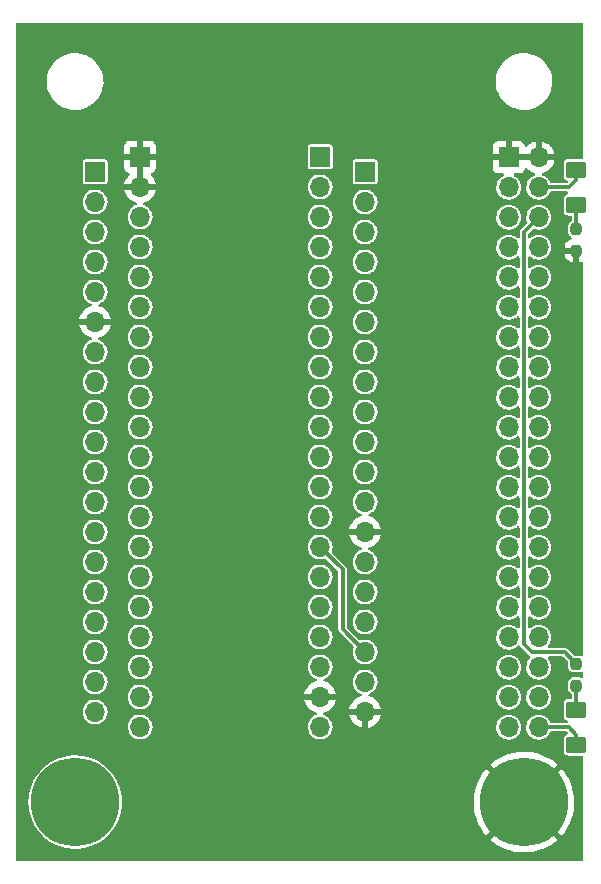
<source format=gbl>
G04 #@! TF.GenerationSoftware,KiCad,Pcbnew,(6.0.0)*
G04 #@! TF.CreationDate,2025-05-03T15:15:50+02:00*
G04 #@! TF.ProjectId,Smart Servo Control Board Rev.2,536d6172-7420-4536-9572-766f20436f6e,rev?*
G04 #@! TF.SameCoordinates,Original*
G04 #@! TF.FileFunction,Copper,L4,Bot*
G04 #@! TF.FilePolarity,Positive*
%FSLAX46Y46*%
G04 Gerber Fmt 4.6, Leading zero omitted, Abs format (unit mm)*
G04 Created by KiCad (PCBNEW (6.0.0)) date 2025-05-03 15:15:50*
%MOMM*%
%LPD*%
G01*
G04 APERTURE LIST*
G04 Aperture macros list*
%AMRoundRect*
0 Rectangle with rounded corners*
0 $1 Rounding radius*
0 $2 $3 $4 $5 $6 $7 $8 $9 X,Y pos of 4 corners*
0 Add a 4 corners polygon primitive as box body*
4,1,4,$2,$3,$4,$5,$6,$7,$8,$9,$2,$3,0*
0 Add four circle primitives for the rounded corners*
1,1,$1+$1,$2,$3*
1,1,$1+$1,$4,$5*
1,1,$1+$1,$6,$7*
1,1,$1+$1,$8,$9*
0 Add four rect primitives between the rounded corners*
20,1,$1+$1,$2,$3,$4,$5,0*
20,1,$1+$1,$4,$5,$6,$7,0*
20,1,$1+$1,$6,$7,$8,$9,0*
20,1,$1+$1,$8,$9,$2,$3,0*%
G04 Aperture macros list end*
G04 #@! TA.AperFunction,ConnectorPad*
%ADD10C,7.500000*%
G04 #@! TD*
G04 #@! TA.AperFunction,ComponentPad*
%ADD11C,4.700000*%
G04 #@! TD*
G04 #@! TA.AperFunction,SMDPad,CuDef*
%ADD12RoundRect,0.237500X-0.237500X0.250000X-0.237500X-0.250000X0.237500X-0.250000X0.237500X0.250000X0*%
G04 #@! TD*
G04 #@! TA.AperFunction,ComponentPad*
%ADD13R,1.700000X1.700000*%
G04 #@! TD*
G04 #@! TA.AperFunction,ComponentPad*
%ADD14O,1.700000X1.700000*%
G04 #@! TD*
G04 #@! TA.AperFunction,SMDPad,CuDef*
%ADD15RoundRect,0.250001X0.624999X-0.462499X0.624999X0.462499X-0.624999X0.462499X-0.624999X-0.462499X0*%
G04 #@! TD*
G04 #@! TA.AperFunction,SMDPad,CuDef*
%ADD16RoundRect,0.237500X0.237500X-0.250000X0.237500X0.250000X-0.237500X0.250000X-0.237500X-0.250000X0*%
G04 #@! TD*
G04 #@! TA.AperFunction,Conductor*
%ADD17C,0.300000*%
G04 #@! TD*
G04 APERTURE END LIST*
D10*
X207032520Y-103043428D03*
D11*
X207032520Y-103043428D03*
X245032520Y-103043428D03*
D10*
X245032520Y-103043428D03*
D12*
X249457520Y-54515928D03*
X249457520Y-56340928D03*
D13*
X231582520Y-49683428D03*
D14*
X231582520Y-52223428D03*
X231582520Y-54763428D03*
X231582520Y-57303428D03*
X231582520Y-59843428D03*
X231582520Y-62383428D03*
X231582520Y-64923428D03*
X231582520Y-67463428D03*
X231582520Y-70003428D03*
X231582520Y-72543428D03*
X231582520Y-75083428D03*
X231582520Y-77623428D03*
X231582520Y-80163428D03*
X231582520Y-82703428D03*
X231582520Y-85243428D03*
X231582520Y-87783428D03*
X231582520Y-90323428D03*
X231582520Y-92863428D03*
X231582520Y-95403428D03*
D15*
X249457520Y-52470928D03*
X249457520Y-49495928D03*
D13*
X243742520Y-48443428D03*
D14*
X246282520Y-48443428D03*
X243742520Y-50983428D03*
X246282520Y-50983428D03*
X243742520Y-53523428D03*
X246282520Y-53523428D03*
X243742520Y-56063428D03*
X246282520Y-56063428D03*
X243742520Y-58603428D03*
X246282520Y-58603428D03*
X243742520Y-61143428D03*
X246282520Y-61143428D03*
X243742520Y-63683428D03*
X246282520Y-63683428D03*
X243742520Y-66223428D03*
X246282520Y-66223428D03*
X243742520Y-68763428D03*
X246282520Y-68763428D03*
X243742520Y-71303428D03*
X246282520Y-71303428D03*
X243742520Y-73843428D03*
X246282520Y-73843428D03*
X243742520Y-76383428D03*
X246282520Y-76383428D03*
X243742520Y-78923428D03*
X246282520Y-78923428D03*
X243742520Y-81463428D03*
X246282520Y-81463428D03*
X243742520Y-84003428D03*
X246282520Y-84003428D03*
X243742520Y-86543428D03*
X246282520Y-86543428D03*
X243742520Y-89083428D03*
X246282520Y-89083428D03*
X243742520Y-91623428D03*
X246282520Y-91623428D03*
X243742520Y-94163428D03*
X246282520Y-94163428D03*
X243742520Y-96703428D03*
X246282520Y-96703428D03*
D13*
X227772520Y-48413428D03*
D14*
X227772520Y-50953428D03*
X227772520Y-53493428D03*
X227772520Y-56033428D03*
X227772520Y-58573428D03*
X227772520Y-61113428D03*
X227772520Y-63653428D03*
X227772520Y-66193428D03*
X227772520Y-68733428D03*
X227772520Y-71273428D03*
X227772520Y-73813428D03*
X227772520Y-76353428D03*
X227772520Y-78893428D03*
X227772520Y-81433428D03*
X227772520Y-83973428D03*
X227772520Y-86513428D03*
X227772520Y-89053428D03*
X227772520Y-91593428D03*
X227772520Y-94133428D03*
X227772520Y-96673428D03*
D13*
X212532520Y-48413428D03*
D14*
X212532520Y-50953428D03*
X212532520Y-53493428D03*
X212532520Y-56033428D03*
X212532520Y-58573428D03*
X212532520Y-61113428D03*
X212532520Y-63653428D03*
X212532520Y-66193428D03*
X212532520Y-68733428D03*
X212532520Y-71273428D03*
X212532520Y-73813428D03*
X212532520Y-76353428D03*
X212532520Y-78893428D03*
X212532520Y-81433428D03*
X212532520Y-83973428D03*
X212532520Y-86513428D03*
X212532520Y-89053428D03*
X212532520Y-91593428D03*
X212532520Y-94133428D03*
X212532520Y-96673428D03*
D13*
X208722520Y-49683428D03*
D14*
X208722520Y-52223428D03*
X208722520Y-54763428D03*
X208722520Y-57303428D03*
X208722520Y-59843428D03*
X208722520Y-62383428D03*
X208722520Y-64923428D03*
X208722520Y-67463428D03*
X208722520Y-70003428D03*
X208722520Y-72543428D03*
X208722520Y-75083428D03*
X208722520Y-77623428D03*
X208722520Y-80163428D03*
X208722520Y-82703428D03*
X208722520Y-85243428D03*
X208722520Y-87783428D03*
X208722520Y-90323428D03*
X208722520Y-92863428D03*
X208722520Y-95403428D03*
D15*
X249457520Y-98190928D03*
X249457520Y-95215928D03*
D16*
X249457520Y-93170928D03*
X249457520Y-91345928D03*
D17*
X227772520Y-81433428D02*
X229677520Y-83338428D01*
X229677520Y-83338428D02*
X229677520Y-88418428D01*
X229677520Y-88418428D02*
X231582520Y-90323428D01*
X249457520Y-50348428D02*
X248822520Y-50983428D01*
X249457520Y-49495928D02*
X249457520Y-50348428D01*
X248822520Y-50983428D02*
X246282520Y-50983428D01*
X249457520Y-52470928D02*
X249457520Y-54793428D01*
X249457520Y-91345928D02*
X248465020Y-90353428D01*
X248465020Y-90353428D02*
X245685887Y-90353428D01*
X245685887Y-90353428D02*
X245012520Y-89680061D01*
X245012520Y-89680061D02*
X245012520Y-54793428D01*
X245012520Y-54793428D02*
X246282520Y-53523428D01*
X248822520Y-96703428D02*
X246282520Y-96703428D01*
X249457520Y-97338428D02*
X248822520Y-96703428D01*
X249457520Y-95215928D02*
X249457520Y-92893428D01*
X249457520Y-98190928D02*
X249457520Y-97338428D01*
G04 #@! TA.AperFunction,Conductor*
G36*
X249974641Y-37063430D02*
G01*
X250021134Y-37117086D01*
X250032520Y-37169428D01*
X250032520Y-48456928D01*
X250012518Y-48525049D01*
X249958862Y-48571542D01*
X249906520Y-48582928D01*
X248795985Y-48582929D01*
X248778688Y-48582929D01*
X248775738Y-48583208D01*
X248775733Y-48583208D01*
X248765114Y-48584212D01*
X248747152Y-48585909D01*
X248739911Y-48588452D01*
X248739910Y-48588452D01*
X248628226Y-48627672D01*
X248628224Y-48627673D01*
X248619337Y-48630794D01*
X248510370Y-48711278D01*
X248429886Y-48820245D01*
X248385001Y-48948060D01*
X248382020Y-48979595D01*
X248382021Y-50012260D01*
X248385001Y-50043796D01*
X248387544Y-50051037D01*
X248387544Y-50051038D01*
X248406149Y-50104016D01*
X248429886Y-50171611D01*
X248510370Y-50280578D01*
X248619337Y-50361062D01*
X248628224Y-50364183D01*
X248628230Y-50364186D01*
X248674506Y-50380437D01*
X248732151Y-50421880D01*
X248758239Y-50487910D01*
X248744488Y-50557562D01*
X248721852Y-50588414D01*
X248714243Y-50596023D01*
X248651931Y-50630049D01*
X248625148Y-50632928D01*
X247361680Y-50632928D01*
X247293559Y-50612926D01*
X247250428Y-50566081D01*
X247245899Y-50557562D01*
X247161738Y-50399277D01*
X247088379Y-50309330D01*
X247035426Y-50244403D01*
X247035423Y-50244400D01*
X247031531Y-50239628D01*
X247014306Y-50225378D01*
X246877545Y-50112239D01*
X246877541Y-50112237D01*
X246872795Y-50108310D01*
X246691575Y-50010325D01*
X246640703Y-49994578D01*
X246581545Y-49955327D01*
X246552997Y-49890323D01*
X246564125Y-49820204D01*
X246611396Y-49767232D01*
X246641755Y-49753527D01*
X246774775Y-49713619D01*
X246784362Y-49709861D01*
X246975615Y-49616167D01*
X246984465Y-49610892D01*
X247157848Y-49487220D01*
X247165720Y-49480567D01*
X247316572Y-49330240D01*
X247323250Y-49322393D01*
X247447523Y-49149448D01*
X247452833Y-49140611D01*
X247547190Y-48949695D01*
X247550989Y-48940100D01*
X247612897Y-48736338D01*
X247615075Y-48726265D01*
X247616506Y-48715390D01*
X247614295Y-48701206D01*
X247601137Y-48697428D01*
X242402636Y-48697428D01*
X242387397Y-48701903D01*
X242386192Y-48703293D01*
X242384521Y-48710976D01*
X242384521Y-49338097D01*
X242384891Y-49344918D01*
X242390415Y-49395780D01*
X242394041Y-49411032D01*
X242439196Y-49531482D01*
X242447734Y-49547077D01*
X242524235Y-49649152D01*
X242536796Y-49661713D01*
X242638871Y-49738214D01*
X242654466Y-49746752D01*
X242774914Y-49791906D01*
X242790169Y-49795533D01*
X242841034Y-49801059D01*
X242847848Y-49801428D01*
X243222952Y-49801428D01*
X243291073Y-49821430D01*
X243337566Y-49875086D01*
X243347670Y-49945360D01*
X243318176Y-50009940D01*
X243281332Y-50039087D01*
X243164522Y-50100154D01*
X243159721Y-50104014D01*
X243159718Y-50104016D01*
X243035399Y-50203971D01*
X243003967Y-50229243D01*
X242871544Y-50387058D01*
X242868576Y-50392456D01*
X242868573Y-50392461D01*
X242785560Y-50543463D01*
X242772296Y-50567590D01*
X242710004Y-50763960D01*
X242709318Y-50770077D01*
X242709317Y-50770081D01*
X242691092Y-50932565D01*
X242687040Y-50968690D01*
X242704279Y-51173981D01*
X242705978Y-51179906D01*
X242755879Y-51353930D01*
X242761064Y-51372014D01*
X242763879Y-51377491D01*
X242763880Y-51377494D01*
X242850759Y-51546542D01*
X242855232Y-51555246D01*
X242983197Y-51716698D01*
X242987890Y-51720692D01*
X242987891Y-51720693D01*
X243129131Y-51840897D01*
X243140084Y-51850219D01*
X243319918Y-51950725D01*
X243414758Y-51981541D01*
X243509991Y-52012484D01*
X243509995Y-52012485D01*
X243515849Y-52014387D01*
X243720414Y-52038779D01*
X243726549Y-52038307D01*
X243726551Y-52038307D01*
X243782559Y-52033997D01*
X243925820Y-52022974D01*
X243931750Y-52021318D01*
X243931752Y-52021318D01*
X244064024Y-51984387D01*
X244124245Y-51967573D01*
X244129734Y-51964800D01*
X244129740Y-51964798D01*
X244302636Y-51877461D01*
X244308130Y-51874686D01*
X244346529Y-51844686D01*
X244465621Y-51751641D01*
X244470471Y-51747852D01*
X244517082Y-51693853D01*
X244601060Y-51596562D01*
X244601060Y-51596561D01*
X244605084Y-51591900D01*
X244622127Y-51561900D01*
X244674763Y-51469243D01*
X244706843Y-51412772D01*
X244771871Y-51217291D01*
X244797691Y-51012902D01*
X244798103Y-50983428D01*
X244778000Y-50778398D01*
X244718455Y-50581177D01*
X244621738Y-50399277D01*
X244548379Y-50309330D01*
X244495426Y-50244403D01*
X244495423Y-50244400D01*
X244491531Y-50239628D01*
X244474306Y-50225378D01*
X244337545Y-50112239D01*
X244337541Y-50112237D01*
X244332795Y-50108310D01*
X244271890Y-50075379D01*
X244203246Y-50038263D01*
X244152837Y-49988268D01*
X244137460Y-49918957D01*
X244161996Y-49852335D01*
X244218656Y-49809554D01*
X244263175Y-49801427D01*
X244637189Y-49801427D01*
X244644010Y-49801057D01*
X244694872Y-49795533D01*
X244710124Y-49791907D01*
X244830574Y-49746752D01*
X244846169Y-49738214D01*
X244948244Y-49661713D01*
X244960805Y-49649152D01*
X245037306Y-49547077D01*
X245045845Y-49531480D01*
X245086945Y-49421846D01*
X245129586Y-49365081D01*
X245196148Y-49340381D01*
X245265497Y-49355588D01*
X245300165Y-49383578D01*
X245325739Y-49413102D01*
X245333100Y-49420311D01*
X245496954Y-49556344D01*
X245505401Y-49562259D01*
X245689276Y-49669707D01*
X245698562Y-49674157D01*
X245897521Y-49750131D01*
X245912386Y-49754450D01*
X245911809Y-49756436D01*
X245966780Y-49785510D01*
X246001630Y-49847364D01*
X245997508Y-49918241D01*
X245955721Y-49975637D01*
X245914450Y-49996656D01*
X245893009Y-50002966D01*
X245893004Y-50002968D01*
X245887092Y-50004708D01*
X245881627Y-50007565D01*
X245870743Y-50013255D01*
X245704522Y-50100154D01*
X245699721Y-50104014D01*
X245699718Y-50104016D01*
X245575399Y-50203971D01*
X245543967Y-50229243D01*
X245411544Y-50387058D01*
X245408576Y-50392456D01*
X245408573Y-50392461D01*
X245325560Y-50543463D01*
X245312296Y-50567590D01*
X245250004Y-50763960D01*
X245249318Y-50770077D01*
X245249317Y-50770081D01*
X245231092Y-50932565D01*
X245227040Y-50968690D01*
X245244279Y-51173981D01*
X245245978Y-51179906D01*
X245295879Y-51353930D01*
X245301064Y-51372014D01*
X245303879Y-51377491D01*
X245303880Y-51377494D01*
X245390759Y-51546542D01*
X245395232Y-51555246D01*
X245523197Y-51716698D01*
X245527890Y-51720692D01*
X245527891Y-51720693D01*
X245669131Y-51840897D01*
X245680084Y-51850219D01*
X245859918Y-51950725D01*
X245954758Y-51981541D01*
X246049991Y-52012484D01*
X246049995Y-52012485D01*
X246055849Y-52014387D01*
X246260414Y-52038779D01*
X246266549Y-52038307D01*
X246266551Y-52038307D01*
X246322559Y-52033997D01*
X246465820Y-52022974D01*
X246471750Y-52021318D01*
X246471752Y-52021318D01*
X246604024Y-51984387D01*
X246664245Y-51967573D01*
X246669734Y-51964800D01*
X246669740Y-51964798D01*
X246842636Y-51877461D01*
X246848130Y-51874686D01*
X246886529Y-51844686D01*
X247005621Y-51751641D01*
X247010471Y-51747852D01*
X247057082Y-51693853D01*
X247141060Y-51596562D01*
X247141060Y-51596561D01*
X247145084Y-51591900D01*
X247162127Y-51561900D01*
X247243797Y-51418134D01*
X247246843Y-51412772D01*
X247248331Y-51408298D01*
X247293983Y-51354585D01*
X247363113Y-51333928D01*
X248654426Y-51333928D01*
X248722547Y-51353930D01*
X248769040Y-51407586D01*
X248779144Y-51477860D01*
X248749650Y-51542440D01*
X248696174Y-51578811D01*
X248628226Y-51602672D01*
X248628224Y-51602673D01*
X248619337Y-51605794D01*
X248510370Y-51686278D01*
X248429886Y-51795245D01*
X248426765Y-51804132D01*
X248426764Y-51804134D01*
X248401014Y-51877461D01*
X248385001Y-51923060D01*
X248382020Y-51954595D01*
X248382021Y-52987260D01*
X248385001Y-53018796D01*
X248387544Y-53026037D01*
X248387544Y-53026038D01*
X248418675Y-53114686D01*
X248429886Y-53146611D01*
X248510370Y-53255578D01*
X248619337Y-53336062D01*
X248628224Y-53339183D01*
X248628226Y-53339184D01*
X248726520Y-53373702D01*
X248747152Y-53380947D01*
X248754798Y-53381670D01*
X248754799Y-53381670D01*
X248760769Y-53382234D01*
X248778687Y-53383928D01*
X248981020Y-53383928D01*
X249049141Y-53403930D01*
X249095634Y-53457586D01*
X249107020Y-53509928D01*
X249107020Y-53752067D01*
X249087018Y-53820188D01*
X249033362Y-53866681D01*
X249022772Y-53870948D01*
X249021642Y-53871345D01*
X249012752Y-53874467D01*
X249005177Y-53880062D01*
X249005175Y-53880063D01*
X248914659Y-53946919D01*
X248906809Y-53952717D01*
X248901217Y-53960288D01*
X248861567Y-54013971D01*
X248828559Y-54058660D01*
X248825438Y-54067547D01*
X248825437Y-54067549D01*
X248787878Y-54174501D01*
X248784919Y-54182928D01*
X248782020Y-54213595D01*
X248782021Y-54818260D01*
X248784919Y-54848928D01*
X248787464Y-54856176D01*
X248787465Y-54856179D01*
X248823892Y-54959906D01*
X248828559Y-54973196D01*
X248834154Y-54980771D01*
X248834155Y-54980773D01*
X248870075Y-55029405D01*
X248906809Y-55079139D01*
X248914380Y-55084731D01*
X249002957Y-55150154D01*
X249005992Y-55152396D01*
X249005995Y-55152399D01*
X249012752Y-55157389D01*
X249012067Y-55158316D01*
X249056454Y-55201571D01*
X249072441Y-55270744D01*
X249048491Y-55337579D01*
X248986533Y-55382903D01*
X248908572Y-55408913D01*
X248895405Y-55415081D01*
X248760028Y-55498854D01*
X248748630Y-55507888D01*
X248636157Y-55620557D01*
X248627145Y-55631968D01*
X248543608Y-55767491D01*
X248537464Y-55780669D01*
X248487205Y-55932194D01*
X248484339Y-55945560D01*
X248474848Y-56038198D01*
X248474520Y-56044613D01*
X248474520Y-56068813D01*
X248478995Y-56084052D01*
X248480385Y-56085257D01*
X248488068Y-56086928D01*
X249585520Y-56086928D01*
X249653641Y-56106930D01*
X249700134Y-56160586D01*
X249711520Y-56212928D01*
X249711520Y-57318313D01*
X249715995Y-57333552D01*
X249717385Y-57334757D01*
X249725068Y-57336428D01*
X249741286Y-57336428D01*
X249747802Y-57336091D01*
X249841652Y-57326353D01*
X249855048Y-57323460D01*
X249866644Y-57319591D01*
X249937593Y-57317007D01*
X249998677Y-57353190D01*
X250030502Y-57416655D01*
X250032520Y-57439115D01*
X250032520Y-90572410D01*
X250012518Y-90640531D01*
X249958862Y-90687024D01*
X249888588Y-90697128D01*
X249864771Y-90691292D01*
X249785268Y-90663372D01*
X249785266Y-90663371D01*
X249778020Y-90660827D01*
X249770376Y-90660104D01*
X249770374Y-90660104D01*
X249762399Y-90659350D01*
X249747353Y-90657928D01*
X249721450Y-90657928D01*
X249317393Y-90657929D01*
X249249273Y-90637927D01*
X249228298Y-90621024D01*
X248748803Y-90141529D01*
X248736725Y-90126575D01*
X248733493Y-90123023D01*
X248727845Y-90114276D01*
X248703934Y-90095426D01*
X248699999Y-90091929D01*
X248699911Y-90092033D01*
X248695952Y-90088678D01*
X248692274Y-90085000D01*
X248688049Y-90081981D01*
X248688041Y-90081974D01*
X248677940Y-90074756D01*
X248673193Y-90071192D01*
X248649646Y-90052629D01*
X248636209Y-90042036D01*
X248628233Y-90039235D01*
X248621351Y-90034317D01*
X248576184Y-90020809D01*
X248570578Y-90018987D01*
X248533597Y-90006000D01*
X248533591Y-90005999D01*
X248526114Y-90003373D01*
X248520976Y-90002928D01*
X248518257Y-90002928D01*
X248516075Y-90002833D01*
X248515540Y-90002673D01*
X248515541Y-90002646D01*
X248515423Y-90002639D01*
X248509556Y-90000884D01*
X248460001Y-90002831D01*
X248455054Y-90002928D01*
X247151821Y-90002928D01*
X247083700Y-89982926D01*
X247037207Y-89929270D01*
X247027103Y-89858996D01*
X247056439Y-89794597D01*
X247141060Y-89696562D01*
X247141060Y-89696561D01*
X247145084Y-89691900D01*
X247162127Y-89661900D01*
X247214763Y-89569243D01*
X247246843Y-89512772D01*
X247311871Y-89317291D01*
X247337691Y-89112902D01*
X247338103Y-89083428D01*
X247318000Y-88878398D01*
X247258455Y-88681177D01*
X247161738Y-88499277D01*
X247082147Y-88401689D01*
X247035426Y-88344403D01*
X247035423Y-88344400D01*
X247031531Y-88339628D01*
X247014306Y-88325378D01*
X246877545Y-88212239D01*
X246877541Y-88212237D01*
X246872795Y-88208310D01*
X246691575Y-88110325D01*
X246494774Y-88049405D01*
X246488649Y-88048761D01*
X246488648Y-88048761D01*
X246296018Y-88028515D01*
X246296016Y-88028515D01*
X246289889Y-88027871D01*
X246203049Y-88035774D01*
X246090862Y-88045983D01*
X246090859Y-88045984D01*
X246084723Y-88046542D01*
X245887092Y-88104708D01*
X245704522Y-88200154D01*
X245699721Y-88204014D01*
X245699718Y-88204016D01*
X245629368Y-88260579D01*
X245567971Y-88309943D01*
X245502350Y-88337039D01*
X245432495Y-88324356D01*
X245380587Y-88275920D01*
X245363020Y-88211746D01*
X245363020Y-87413066D01*
X245383022Y-87344945D01*
X245436678Y-87298452D01*
X245506952Y-87288348D01*
X245570683Y-87317112D01*
X245601666Y-87343480D01*
X245680084Y-87410219D01*
X245859918Y-87510725D01*
X245954758Y-87541541D01*
X246049991Y-87572484D01*
X246049995Y-87572485D01*
X246055849Y-87574387D01*
X246260414Y-87598779D01*
X246266549Y-87598307D01*
X246266551Y-87598307D01*
X246322559Y-87593997D01*
X246465820Y-87582974D01*
X246471750Y-87581318D01*
X246471752Y-87581318D01*
X246604024Y-87544387D01*
X246664245Y-87527573D01*
X246669734Y-87524800D01*
X246669740Y-87524798D01*
X246842636Y-87437461D01*
X246848130Y-87434686D01*
X246875803Y-87413066D01*
X246998447Y-87317246D01*
X247010471Y-87307852D01*
X247027307Y-87288348D01*
X247141060Y-87156562D01*
X247141060Y-87156561D01*
X247145084Y-87151900D01*
X247162127Y-87121900D01*
X247186060Y-87079769D01*
X247246843Y-86972772D01*
X247311871Y-86777291D01*
X247337691Y-86572902D01*
X247338103Y-86543428D01*
X247318000Y-86338398D01*
X247258455Y-86141177D01*
X247161738Y-85959277D01*
X247088379Y-85869330D01*
X247035426Y-85804403D01*
X247035423Y-85804400D01*
X247031531Y-85799628D01*
X247014306Y-85785378D01*
X246877545Y-85672239D01*
X246877541Y-85672237D01*
X246872795Y-85668310D01*
X246691575Y-85570325D01*
X246494774Y-85509405D01*
X246488649Y-85508761D01*
X246488648Y-85508761D01*
X246296018Y-85488515D01*
X246296016Y-85488515D01*
X246289889Y-85487871D01*
X246203049Y-85495774D01*
X246090862Y-85505983D01*
X246090859Y-85505984D01*
X246084723Y-85506542D01*
X245887092Y-85564708D01*
X245704522Y-85660154D01*
X245699721Y-85664014D01*
X245699718Y-85664016D01*
X245682158Y-85678135D01*
X245567971Y-85769943D01*
X245502350Y-85797039D01*
X245432495Y-85784356D01*
X245380587Y-85735920D01*
X245363020Y-85671746D01*
X245363020Y-84873066D01*
X245383022Y-84804945D01*
X245436678Y-84758452D01*
X245506952Y-84748348D01*
X245570683Y-84777112D01*
X245601666Y-84803480D01*
X245680084Y-84870219D01*
X245859918Y-84970725D01*
X245954758Y-85001541D01*
X246049991Y-85032484D01*
X246049995Y-85032485D01*
X246055849Y-85034387D01*
X246260414Y-85058779D01*
X246266549Y-85058307D01*
X246266551Y-85058307D01*
X246322559Y-85053997D01*
X246465820Y-85042974D01*
X246471750Y-85041318D01*
X246471752Y-85041318D01*
X246604024Y-85004387D01*
X246664245Y-84987573D01*
X246669734Y-84984800D01*
X246669740Y-84984798D01*
X246842636Y-84897461D01*
X246848130Y-84894686D01*
X246875803Y-84873066D01*
X246998447Y-84777246D01*
X247010471Y-84767852D01*
X247027307Y-84748348D01*
X247141060Y-84616562D01*
X247141060Y-84616561D01*
X247145084Y-84611900D01*
X247162127Y-84581900D01*
X247186060Y-84539769D01*
X247246843Y-84432772D01*
X247311871Y-84237291D01*
X247337691Y-84032902D01*
X247338103Y-84003428D01*
X247318000Y-83798398D01*
X247258455Y-83601177D01*
X247161738Y-83419277D01*
X247078780Y-83317561D01*
X247035426Y-83264403D01*
X247035423Y-83264400D01*
X247031531Y-83259628D01*
X247024693Y-83253971D01*
X246877545Y-83132239D01*
X246877541Y-83132237D01*
X246872795Y-83128310D01*
X246691575Y-83030325D01*
X246494774Y-82969405D01*
X246488649Y-82968761D01*
X246488648Y-82968761D01*
X246296018Y-82948515D01*
X246296016Y-82948515D01*
X246289889Y-82947871D01*
X246203049Y-82955774D01*
X246090862Y-82965983D01*
X246090859Y-82965984D01*
X246084723Y-82966542D01*
X245887092Y-83024708D01*
X245704522Y-83120154D01*
X245699721Y-83124014D01*
X245699718Y-83124016D01*
X245634369Y-83176558D01*
X245567971Y-83229943D01*
X245502350Y-83257039D01*
X245432495Y-83244356D01*
X245380587Y-83195920D01*
X245363020Y-83131746D01*
X245363020Y-82333066D01*
X245383022Y-82264945D01*
X245436678Y-82218452D01*
X245506952Y-82208348D01*
X245570683Y-82237112D01*
X245601666Y-82263480D01*
X245680084Y-82330219D01*
X245859918Y-82430725D01*
X245954758Y-82461541D01*
X246049991Y-82492484D01*
X246049995Y-82492485D01*
X246055849Y-82494387D01*
X246260414Y-82518779D01*
X246266549Y-82518307D01*
X246266551Y-82518307D01*
X246322559Y-82513997D01*
X246465820Y-82502974D01*
X246471750Y-82501318D01*
X246471752Y-82501318D01*
X246604024Y-82464387D01*
X246664245Y-82447573D01*
X246669734Y-82444800D01*
X246669740Y-82444798D01*
X246842636Y-82357461D01*
X246848130Y-82354686D01*
X246875803Y-82333066D01*
X246998447Y-82237246D01*
X247010471Y-82227852D01*
X247027307Y-82208348D01*
X247141060Y-82076562D01*
X247141060Y-82076561D01*
X247145084Y-82071900D01*
X247162127Y-82041900D01*
X247186060Y-81999769D01*
X247246843Y-81892772D01*
X247311871Y-81697291D01*
X247337691Y-81492902D01*
X247338103Y-81463428D01*
X247318000Y-81258398D01*
X247258455Y-81061177D01*
X247161738Y-80879277D01*
X247082582Y-80782222D01*
X247035426Y-80724403D01*
X247035423Y-80724400D01*
X247031531Y-80719628D01*
X247014306Y-80705378D01*
X246877545Y-80592239D01*
X246877541Y-80592237D01*
X246872795Y-80588310D01*
X246691575Y-80490325D01*
X246494774Y-80429405D01*
X246488649Y-80428761D01*
X246488648Y-80428761D01*
X246296018Y-80408515D01*
X246296016Y-80408515D01*
X246289889Y-80407871D01*
X246203049Y-80415774D01*
X246090862Y-80425983D01*
X246090859Y-80425984D01*
X246084723Y-80426542D01*
X245887092Y-80484708D01*
X245704522Y-80580154D01*
X245699721Y-80584014D01*
X245699718Y-80584016D01*
X245682158Y-80598135D01*
X245567971Y-80689943D01*
X245502350Y-80717039D01*
X245432495Y-80704356D01*
X245380587Y-80655920D01*
X245363020Y-80591746D01*
X245363020Y-79793066D01*
X245383022Y-79724945D01*
X245436678Y-79678452D01*
X245506952Y-79668348D01*
X245570683Y-79697112D01*
X245571607Y-79697898D01*
X245680084Y-79790219D01*
X245859918Y-79890725D01*
X245917480Y-79909428D01*
X246049991Y-79952484D01*
X246049995Y-79952485D01*
X246055849Y-79954387D01*
X246260414Y-79978779D01*
X246266549Y-79978307D01*
X246266551Y-79978307D01*
X246322559Y-79973997D01*
X246465820Y-79962974D01*
X246471750Y-79961318D01*
X246471752Y-79961318D01*
X246604024Y-79924387D01*
X246664245Y-79907573D01*
X246669734Y-79904800D01*
X246669740Y-79904798D01*
X246842636Y-79817461D01*
X246848130Y-79814686D01*
X246875803Y-79793066D01*
X246962994Y-79724945D01*
X247010471Y-79687852D01*
X247027307Y-79668348D01*
X247141060Y-79536562D01*
X247141060Y-79536561D01*
X247145084Y-79531900D01*
X247149435Y-79524242D01*
X247186060Y-79459769D01*
X247246843Y-79352772D01*
X247311871Y-79157291D01*
X247337691Y-78952902D01*
X247338103Y-78923428D01*
X247318000Y-78718398D01*
X247258455Y-78521177D01*
X247161738Y-78339277D01*
X247088379Y-78249330D01*
X247035426Y-78184403D01*
X247035423Y-78184400D01*
X247031531Y-78179628D01*
X247014306Y-78165378D01*
X246877545Y-78052239D01*
X246877541Y-78052237D01*
X246872795Y-78048310D01*
X246691575Y-77950325D01*
X246494774Y-77889405D01*
X246488649Y-77888761D01*
X246488648Y-77888761D01*
X246296018Y-77868515D01*
X246296016Y-77868515D01*
X246289889Y-77867871D01*
X246203049Y-77875774D01*
X246090862Y-77885983D01*
X246090859Y-77885984D01*
X246084723Y-77886542D01*
X245887092Y-77944708D01*
X245704522Y-78040154D01*
X245699721Y-78044014D01*
X245699718Y-78044016D01*
X245682158Y-78058135D01*
X245567971Y-78149943D01*
X245502350Y-78177039D01*
X245432495Y-78164356D01*
X245380587Y-78115920D01*
X245363020Y-78051746D01*
X245363020Y-77253066D01*
X245383022Y-77184945D01*
X245436678Y-77138452D01*
X245506952Y-77128348D01*
X245570683Y-77157112D01*
X245601666Y-77183480D01*
X245680084Y-77250219D01*
X245859918Y-77350725D01*
X245954758Y-77381541D01*
X246049991Y-77412484D01*
X246049995Y-77412485D01*
X246055849Y-77414387D01*
X246260414Y-77438779D01*
X246266549Y-77438307D01*
X246266551Y-77438307D01*
X246322559Y-77433997D01*
X246465820Y-77422974D01*
X246471750Y-77421318D01*
X246471752Y-77421318D01*
X246604024Y-77384387D01*
X246664245Y-77367573D01*
X246669734Y-77364800D01*
X246669740Y-77364798D01*
X246842636Y-77277461D01*
X246848130Y-77274686D01*
X246875803Y-77253066D01*
X246998447Y-77157246D01*
X247010471Y-77147852D01*
X247027307Y-77128348D01*
X247141060Y-76996562D01*
X247141060Y-76996561D01*
X247145084Y-76991900D01*
X247162127Y-76961900D01*
X247186060Y-76919769D01*
X247246843Y-76812772D01*
X247311871Y-76617291D01*
X247337691Y-76412902D01*
X247338103Y-76383428D01*
X247318000Y-76178398D01*
X247258455Y-75981177D01*
X247161738Y-75799277D01*
X247088379Y-75709330D01*
X247035426Y-75644403D01*
X247035423Y-75644400D01*
X247031531Y-75639628D01*
X247014306Y-75625378D01*
X246877545Y-75512239D01*
X246877541Y-75512237D01*
X246872795Y-75508310D01*
X246691575Y-75410325D01*
X246494774Y-75349405D01*
X246488649Y-75348761D01*
X246488648Y-75348761D01*
X246296018Y-75328515D01*
X246296016Y-75328515D01*
X246289889Y-75327871D01*
X246203049Y-75335774D01*
X246090862Y-75345983D01*
X246090859Y-75345984D01*
X246084723Y-75346542D01*
X245887092Y-75404708D01*
X245704522Y-75500154D01*
X245699721Y-75504014D01*
X245699718Y-75504016D01*
X245682158Y-75518135D01*
X245567971Y-75609943D01*
X245502350Y-75637039D01*
X245432495Y-75624356D01*
X245380587Y-75575920D01*
X245363020Y-75511746D01*
X245363020Y-74713066D01*
X245383022Y-74644945D01*
X245436678Y-74598452D01*
X245506952Y-74588348D01*
X245570683Y-74617112D01*
X245601666Y-74643480D01*
X245680084Y-74710219D01*
X245859918Y-74810725D01*
X245954758Y-74841541D01*
X246049991Y-74872484D01*
X246049995Y-74872485D01*
X246055849Y-74874387D01*
X246260414Y-74898779D01*
X246266549Y-74898307D01*
X246266551Y-74898307D01*
X246322559Y-74893997D01*
X246465820Y-74882974D01*
X246471750Y-74881318D01*
X246471752Y-74881318D01*
X246604024Y-74844387D01*
X246664245Y-74827573D01*
X246669734Y-74824800D01*
X246669740Y-74824798D01*
X246842636Y-74737461D01*
X246848130Y-74734686D01*
X246875803Y-74713066D01*
X246998447Y-74617246D01*
X247010471Y-74607852D01*
X247027307Y-74588348D01*
X247141060Y-74456562D01*
X247141060Y-74456561D01*
X247145084Y-74451900D01*
X247162127Y-74421900D01*
X247186060Y-74379769D01*
X247246843Y-74272772D01*
X247311871Y-74077291D01*
X247337691Y-73872902D01*
X247338103Y-73843428D01*
X247318000Y-73638398D01*
X247258455Y-73441177D01*
X247161738Y-73259277D01*
X247088379Y-73169330D01*
X247035426Y-73104403D01*
X247035423Y-73104400D01*
X247031531Y-73099628D01*
X247014306Y-73085378D01*
X246877545Y-72972239D01*
X246877541Y-72972237D01*
X246872795Y-72968310D01*
X246691575Y-72870325D01*
X246494774Y-72809405D01*
X246488649Y-72808761D01*
X246488648Y-72808761D01*
X246296018Y-72788515D01*
X246296016Y-72788515D01*
X246289889Y-72787871D01*
X246203049Y-72795774D01*
X246090862Y-72805983D01*
X246090859Y-72805984D01*
X246084723Y-72806542D01*
X245887092Y-72864708D01*
X245704522Y-72960154D01*
X245699721Y-72964014D01*
X245699718Y-72964016D01*
X245682158Y-72978135D01*
X245567971Y-73069943D01*
X245502350Y-73097039D01*
X245432495Y-73084356D01*
X245380587Y-73035920D01*
X245363020Y-72971746D01*
X245363020Y-72173066D01*
X245383022Y-72104945D01*
X245436678Y-72058452D01*
X245506952Y-72048348D01*
X245570683Y-72077112D01*
X245601666Y-72103480D01*
X245680084Y-72170219D01*
X245859918Y-72270725D01*
X245954758Y-72301541D01*
X246049991Y-72332484D01*
X246049995Y-72332485D01*
X246055849Y-72334387D01*
X246260414Y-72358779D01*
X246266549Y-72358307D01*
X246266551Y-72358307D01*
X246322559Y-72353997D01*
X246465820Y-72342974D01*
X246471750Y-72341318D01*
X246471752Y-72341318D01*
X246604024Y-72304387D01*
X246664245Y-72287573D01*
X246669734Y-72284800D01*
X246669740Y-72284798D01*
X246842636Y-72197461D01*
X246848130Y-72194686D01*
X246875803Y-72173066D01*
X246998447Y-72077246D01*
X247010471Y-72067852D01*
X247027307Y-72048348D01*
X247141060Y-71916562D01*
X247141060Y-71916561D01*
X247145084Y-71911900D01*
X247162127Y-71881900D01*
X247186060Y-71839769D01*
X247246843Y-71732772D01*
X247311871Y-71537291D01*
X247337691Y-71332902D01*
X247338103Y-71303428D01*
X247318000Y-71098398D01*
X247258455Y-70901177D01*
X247161738Y-70719277D01*
X247088379Y-70629330D01*
X247035426Y-70564403D01*
X247035423Y-70564400D01*
X247031531Y-70559628D01*
X247014306Y-70545378D01*
X246877545Y-70432239D01*
X246877541Y-70432237D01*
X246872795Y-70428310D01*
X246691575Y-70330325D01*
X246494774Y-70269405D01*
X246488649Y-70268761D01*
X246488648Y-70268761D01*
X246296018Y-70248515D01*
X246296016Y-70248515D01*
X246289889Y-70247871D01*
X246203049Y-70255774D01*
X246090862Y-70265983D01*
X246090859Y-70265984D01*
X246084723Y-70266542D01*
X245887092Y-70324708D01*
X245704522Y-70420154D01*
X245699721Y-70424014D01*
X245699718Y-70424016D01*
X245682158Y-70438135D01*
X245567971Y-70529943D01*
X245502350Y-70557039D01*
X245432495Y-70544356D01*
X245380587Y-70495920D01*
X245363020Y-70431746D01*
X245363020Y-69633066D01*
X245383022Y-69564945D01*
X245436678Y-69518452D01*
X245506952Y-69508348D01*
X245570683Y-69537112D01*
X245601666Y-69563480D01*
X245680084Y-69630219D01*
X245859918Y-69730725D01*
X245954758Y-69761541D01*
X246049991Y-69792484D01*
X246049995Y-69792485D01*
X246055849Y-69794387D01*
X246260414Y-69818779D01*
X246266549Y-69818307D01*
X246266551Y-69818307D01*
X246322559Y-69813997D01*
X246465820Y-69802974D01*
X246471750Y-69801318D01*
X246471752Y-69801318D01*
X246604024Y-69764387D01*
X246664245Y-69747573D01*
X246669734Y-69744800D01*
X246669740Y-69744798D01*
X246842636Y-69657461D01*
X246848130Y-69654686D01*
X246875803Y-69633066D01*
X246998447Y-69537246D01*
X247010471Y-69527852D01*
X247027307Y-69508348D01*
X247141060Y-69376562D01*
X247141060Y-69376561D01*
X247145084Y-69371900D01*
X247162127Y-69341900D01*
X247186060Y-69299769D01*
X247246843Y-69192772D01*
X247311871Y-68997291D01*
X247337691Y-68792902D01*
X247338103Y-68763428D01*
X247318000Y-68558398D01*
X247258455Y-68361177D01*
X247161738Y-68179277D01*
X247088379Y-68089330D01*
X247035426Y-68024403D01*
X247035423Y-68024400D01*
X247031531Y-68019628D01*
X247014306Y-68005378D01*
X246877545Y-67892239D01*
X246877541Y-67892237D01*
X246872795Y-67888310D01*
X246691575Y-67790325D01*
X246494774Y-67729405D01*
X246488649Y-67728761D01*
X246488648Y-67728761D01*
X246296018Y-67708515D01*
X246296016Y-67708515D01*
X246289889Y-67707871D01*
X246203049Y-67715774D01*
X246090862Y-67725983D01*
X246090859Y-67725984D01*
X246084723Y-67726542D01*
X245887092Y-67784708D01*
X245704522Y-67880154D01*
X245699721Y-67884014D01*
X245699718Y-67884016D01*
X245682158Y-67898135D01*
X245567971Y-67989943D01*
X245502350Y-68017039D01*
X245432495Y-68004356D01*
X245380587Y-67955920D01*
X245363020Y-67891746D01*
X245363020Y-67093066D01*
X245383022Y-67024945D01*
X245436678Y-66978452D01*
X245506952Y-66968348D01*
X245570683Y-66997112D01*
X245601666Y-67023480D01*
X245680084Y-67090219D01*
X245859918Y-67190725D01*
X245954758Y-67221541D01*
X246049991Y-67252484D01*
X246049995Y-67252485D01*
X246055849Y-67254387D01*
X246260414Y-67278779D01*
X246266549Y-67278307D01*
X246266551Y-67278307D01*
X246322559Y-67273997D01*
X246465820Y-67262974D01*
X246471750Y-67261318D01*
X246471752Y-67261318D01*
X246604024Y-67224387D01*
X246664245Y-67207573D01*
X246669734Y-67204800D01*
X246669740Y-67204798D01*
X246842636Y-67117461D01*
X246848130Y-67114686D01*
X246875803Y-67093066D01*
X246998447Y-66997246D01*
X247010471Y-66987852D01*
X247027307Y-66968348D01*
X247141060Y-66836562D01*
X247141060Y-66836561D01*
X247145084Y-66831900D01*
X247162127Y-66801900D01*
X247186060Y-66759769D01*
X247246843Y-66652772D01*
X247311871Y-66457291D01*
X247337691Y-66252902D01*
X247338103Y-66223428D01*
X247318000Y-66018398D01*
X247258455Y-65821177D01*
X247161738Y-65639277D01*
X247088379Y-65549330D01*
X247035426Y-65484403D01*
X247035423Y-65484400D01*
X247031531Y-65479628D01*
X247014306Y-65465378D01*
X246877545Y-65352239D01*
X246877541Y-65352237D01*
X246872795Y-65348310D01*
X246691575Y-65250325D01*
X246494774Y-65189405D01*
X246488649Y-65188761D01*
X246488648Y-65188761D01*
X246296018Y-65168515D01*
X246296016Y-65168515D01*
X246289889Y-65167871D01*
X246203049Y-65175774D01*
X246090862Y-65185983D01*
X246090859Y-65185984D01*
X246084723Y-65186542D01*
X245887092Y-65244708D01*
X245704522Y-65340154D01*
X245699721Y-65344014D01*
X245699718Y-65344016D01*
X245682158Y-65358135D01*
X245567971Y-65449943D01*
X245502350Y-65477039D01*
X245432495Y-65464356D01*
X245380587Y-65415920D01*
X245363020Y-65351746D01*
X245363020Y-64553066D01*
X245383022Y-64484945D01*
X245436678Y-64438452D01*
X245506952Y-64428348D01*
X245570683Y-64457112D01*
X245601666Y-64483480D01*
X245680084Y-64550219D01*
X245859918Y-64650725D01*
X245954758Y-64681541D01*
X246049991Y-64712484D01*
X246049995Y-64712485D01*
X246055849Y-64714387D01*
X246260414Y-64738779D01*
X246266549Y-64738307D01*
X246266551Y-64738307D01*
X246322559Y-64733997D01*
X246465820Y-64722974D01*
X246471750Y-64721318D01*
X246471752Y-64721318D01*
X246604024Y-64684387D01*
X246664245Y-64667573D01*
X246669734Y-64664800D01*
X246669740Y-64664798D01*
X246842636Y-64577461D01*
X246848130Y-64574686D01*
X246875803Y-64553066D01*
X246998447Y-64457246D01*
X247010471Y-64447852D01*
X247027307Y-64428348D01*
X247141060Y-64296562D01*
X247141060Y-64296561D01*
X247145084Y-64291900D01*
X247162127Y-64261900D01*
X247186060Y-64219769D01*
X247246843Y-64112772D01*
X247311871Y-63917291D01*
X247337691Y-63712902D01*
X247338103Y-63683428D01*
X247318000Y-63478398D01*
X247258455Y-63281177D01*
X247161738Y-63099277D01*
X247082582Y-63002222D01*
X247035426Y-62944403D01*
X247035423Y-62944400D01*
X247031531Y-62939628D01*
X247014306Y-62925378D01*
X246877545Y-62812239D01*
X246877541Y-62812237D01*
X246872795Y-62808310D01*
X246691575Y-62710325D01*
X246494774Y-62649405D01*
X246488649Y-62648761D01*
X246488648Y-62648761D01*
X246296018Y-62628515D01*
X246296016Y-62628515D01*
X246289889Y-62627871D01*
X246203049Y-62635774D01*
X246090862Y-62645983D01*
X246090859Y-62645984D01*
X246084723Y-62646542D01*
X245887092Y-62704708D01*
X245704522Y-62800154D01*
X245699721Y-62804014D01*
X245699718Y-62804016D01*
X245682158Y-62818135D01*
X245567971Y-62909943D01*
X245502350Y-62937039D01*
X245432495Y-62924356D01*
X245380587Y-62875920D01*
X245363020Y-62811746D01*
X245363020Y-62013066D01*
X245383022Y-61944945D01*
X245436678Y-61898452D01*
X245506952Y-61888348D01*
X245570683Y-61917112D01*
X245571607Y-61917898D01*
X245680084Y-62010219D01*
X245859918Y-62110725D01*
X245917480Y-62129428D01*
X246049991Y-62172484D01*
X246049995Y-62172485D01*
X246055849Y-62174387D01*
X246260414Y-62198779D01*
X246266549Y-62198307D01*
X246266551Y-62198307D01*
X246322559Y-62193997D01*
X246465820Y-62182974D01*
X246471750Y-62181318D01*
X246471752Y-62181318D01*
X246604024Y-62144387D01*
X246664245Y-62127573D01*
X246669734Y-62124800D01*
X246669740Y-62124798D01*
X246842636Y-62037461D01*
X246848130Y-62034686D01*
X246875803Y-62013066D01*
X246962994Y-61944945D01*
X247010471Y-61907852D01*
X247027307Y-61888348D01*
X247141060Y-61756562D01*
X247141060Y-61756561D01*
X247145084Y-61751900D01*
X247149435Y-61744242D01*
X247186060Y-61679769D01*
X247246843Y-61572772D01*
X247311871Y-61377291D01*
X247337691Y-61172902D01*
X247338103Y-61143428D01*
X247318000Y-60938398D01*
X247258455Y-60741177D01*
X247161738Y-60559277D01*
X247088379Y-60469330D01*
X247035426Y-60404403D01*
X247035423Y-60404400D01*
X247031531Y-60399628D01*
X247014306Y-60385378D01*
X246877545Y-60272239D01*
X246877541Y-60272237D01*
X246872795Y-60268310D01*
X246691575Y-60170325D01*
X246494774Y-60109405D01*
X246488649Y-60108761D01*
X246488648Y-60108761D01*
X246296018Y-60088515D01*
X246296016Y-60088515D01*
X246289889Y-60087871D01*
X246203049Y-60095774D01*
X246090862Y-60105983D01*
X246090859Y-60105984D01*
X246084723Y-60106542D01*
X245887092Y-60164708D01*
X245704522Y-60260154D01*
X245699721Y-60264014D01*
X245699718Y-60264016D01*
X245682158Y-60278135D01*
X245567971Y-60369943D01*
X245502350Y-60397039D01*
X245432495Y-60384356D01*
X245380587Y-60335920D01*
X245363020Y-60271746D01*
X245363020Y-59473066D01*
X245383022Y-59404945D01*
X245436678Y-59358452D01*
X245506952Y-59348348D01*
X245570683Y-59377112D01*
X245601666Y-59403480D01*
X245680084Y-59470219D01*
X245859918Y-59570725D01*
X245954758Y-59601541D01*
X246049991Y-59632484D01*
X246049995Y-59632485D01*
X246055849Y-59634387D01*
X246260414Y-59658779D01*
X246266549Y-59658307D01*
X246266551Y-59658307D01*
X246322559Y-59653997D01*
X246465820Y-59642974D01*
X246471750Y-59641318D01*
X246471752Y-59641318D01*
X246604024Y-59604387D01*
X246664245Y-59587573D01*
X246669734Y-59584800D01*
X246669740Y-59584798D01*
X246842636Y-59497461D01*
X246848130Y-59494686D01*
X246875803Y-59473066D01*
X246998447Y-59377246D01*
X247010471Y-59367852D01*
X247027307Y-59348348D01*
X247141060Y-59216562D01*
X247141060Y-59216561D01*
X247145084Y-59211900D01*
X247162127Y-59181900D01*
X247186060Y-59139769D01*
X247246843Y-59032772D01*
X247311871Y-58837291D01*
X247337691Y-58632902D01*
X247338103Y-58603428D01*
X247318000Y-58398398D01*
X247258455Y-58201177D01*
X247161738Y-58019277D01*
X247088379Y-57929330D01*
X247035426Y-57864403D01*
X247035423Y-57864400D01*
X247031531Y-57859628D01*
X247014306Y-57845378D01*
X246877545Y-57732239D01*
X246877541Y-57732237D01*
X246872795Y-57728310D01*
X246691575Y-57630325D01*
X246494774Y-57569405D01*
X246488649Y-57568761D01*
X246488648Y-57568761D01*
X246296018Y-57548515D01*
X246296016Y-57548515D01*
X246289889Y-57547871D01*
X246203049Y-57555774D01*
X246090862Y-57565983D01*
X246090859Y-57565984D01*
X246084723Y-57566542D01*
X245887092Y-57624708D01*
X245704522Y-57720154D01*
X245699721Y-57724014D01*
X245699718Y-57724016D01*
X245682158Y-57738135D01*
X245567971Y-57829943D01*
X245502350Y-57857039D01*
X245432495Y-57844356D01*
X245380587Y-57795920D01*
X245363020Y-57731746D01*
X245363020Y-56933066D01*
X245383022Y-56864945D01*
X245436678Y-56818452D01*
X245506952Y-56808348D01*
X245570683Y-56837112D01*
X245601666Y-56863480D01*
X245680084Y-56930219D01*
X245859918Y-57030725D01*
X245922072Y-57050920D01*
X246049991Y-57092484D01*
X246049995Y-57092485D01*
X246055849Y-57094387D01*
X246260414Y-57118779D01*
X246266549Y-57118307D01*
X246266551Y-57118307D01*
X246322559Y-57113997D01*
X246465820Y-57102974D01*
X246471750Y-57101318D01*
X246471752Y-57101318D01*
X246604024Y-57064387D01*
X246664245Y-57047573D01*
X246669734Y-57044800D01*
X246669740Y-57044798D01*
X246842636Y-56957461D01*
X246848130Y-56954686D01*
X246875803Y-56933066D01*
X246998447Y-56837246D01*
X247010471Y-56827852D01*
X247027307Y-56808348D01*
X247141060Y-56676562D01*
X247141060Y-56676561D01*
X247145084Y-56671900D01*
X247162127Y-56641900D01*
X247164800Y-56637194D01*
X248474520Y-56637194D01*
X248474857Y-56643710D01*
X248484595Y-56737560D01*
X248487488Y-56750956D01*
X248538008Y-56902381D01*
X248544173Y-56915543D01*
X248627946Y-57050920D01*
X248636980Y-57062318D01*
X248749649Y-57174791D01*
X248761060Y-57183803D01*
X248896583Y-57267340D01*
X248909761Y-57273484D01*
X249061286Y-57323743D01*
X249074652Y-57326609D01*
X249167290Y-57336100D01*
X249173705Y-57336428D01*
X249185405Y-57336428D01*
X249200644Y-57331953D01*
X249201849Y-57330563D01*
X249203520Y-57322880D01*
X249203520Y-56613043D01*
X249199045Y-56597804D01*
X249197655Y-56596599D01*
X249189972Y-56594928D01*
X248492635Y-56594928D01*
X248477396Y-56599403D01*
X248476191Y-56600793D01*
X248474520Y-56608476D01*
X248474520Y-56637194D01*
X247164800Y-56637194D01*
X247188810Y-56594928D01*
X247246843Y-56492772D01*
X247311871Y-56297291D01*
X247337691Y-56092902D01*
X247338103Y-56063428D01*
X247318000Y-55858398D01*
X247258455Y-55661177D01*
X247161738Y-55479277D01*
X247083137Y-55382903D01*
X247035426Y-55324403D01*
X247035423Y-55324400D01*
X247031531Y-55319628D01*
X247014306Y-55305378D01*
X246877545Y-55192239D01*
X246877541Y-55192237D01*
X246872795Y-55188310D01*
X246691575Y-55090325D01*
X246494774Y-55029405D01*
X246488649Y-55028761D01*
X246488648Y-55028761D01*
X246296018Y-55008515D01*
X246296016Y-55008515D01*
X246289889Y-55007871D01*
X246203049Y-55015774D01*
X246090862Y-55025983D01*
X246090859Y-55025984D01*
X246084723Y-55026542D01*
X245887092Y-55084708D01*
X245704522Y-55180154D01*
X245699721Y-55184014D01*
X245699718Y-55184016D01*
X245674954Y-55203927D01*
X245567971Y-55289943D01*
X245502350Y-55317039D01*
X245432495Y-55304356D01*
X245380587Y-55255920D01*
X245363020Y-55191746D01*
X245363020Y-54990800D01*
X245383022Y-54922679D01*
X245399925Y-54901705D01*
X245768327Y-54533303D01*
X245830639Y-54499277D01*
X245896358Y-54502565D01*
X246049991Y-54552484D01*
X246049995Y-54552485D01*
X246055849Y-54554387D01*
X246260414Y-54578779D01*
X246266549Y-54578307D01*
X246266551Y-54578307D01*
X246322559Y-54573997D01*
X246465820Y-54562974D01*
X246471750Y-54561318D01*
X246471752Y-54561318D01*
X246604024Y-54524387D01*
X246664245Y-54507573D01*
X246669734Y-54504800D01*
X246669740Y-54504798D01*
X246842636Y-54417461D01*
X246848130Y-54414686D01*
X246886529Y-54384686D01*
X247005621Y-54291641D01*
X247010471Y-54287852D01*
X247063258Y-54226698D01*
X247141060Y-54136562D01*
X247141060Y-54136561D01*
X247145084Y-54131900D01*
X247162127Y-54101900D01*
X247186690Y-54058660D01*
X247246843Y-53952772D01*
X247311871Y-53757291D01*
X247337691Y-53552902D01*
X247338103Y-53523428D01*
X247318000Y-53318398D01*
X247258455Y-53121177D01*
X247161738Y-52939277D01*
X247088379Y-52849330D01*
X247035426Y-52784403D01*
X247035423Y-52784400D01*
X247031531Y-52779628D01*
X247014306Y-52765378D01*
X246877545Y-52652239D01*
X246877541Y-52652237D01*
X246872795Y-52648310D01*
X246691575Y-52550325D01*
X246494774Y-52489405D01*
X246488649Y-52488761D01*
X246488648Y-52488761D01*
X246296018Y-52468515D01*
X246296016Y-52468515D01*
X246289889Y-52467871D01*
X246203049Y-52475774D01*
X246090862Y-52485983D01*
X246090859Y-52485984D01*
X246084723Y-52486542D01*
X245887092Y-52544708D01*
X245704522Y-52640154D01*
X245699721Y-52644014D01*
X245699718Y-52644016D01*
X245575399Y-52743971D01*
X245543967Y-52769243D01*
X245411544Y-52927058D01*
X245408576Y-52932456D01*
X245408573Y-52932461D01*
X245325560Y-53083463D01*
X245312296Y-53107590D01*
X245250004Y-53303960D01*
X245249318Y-53310077D01*
X245249317Y-53310081D01*
X245232772Y-53457586D01*
X245227040Y-53508690D01*
X245244279Y-53713981D01*
X245245978Y-53719906D01*
X245301064Y-53912014D01*
X245299383Y-53912496D01*
X245305105Y-53974916D01*
X245270568Y-54039698D01*
X244800621Y-54509645D01*
X244785667Y-54521723D01*
X244782115Y-54524955D01*
X244773368Y-54530603D01*
X244766922Y-54538780D01*
X244754518Y-54554514D01*
X244751021Y-54558449D01*
X244751125Y-54558537D01*
X244747770Y-54562496D01*
X244744092Y-54566174D01*
X244741073Y-54570399D01*
X244741066Y-54570407D01*
X244733848Y-54580508D01*
X244730284Y-54585255D01*
X244701128Y-54622239D01*
X244698327Y-54630215D01*
X244693409Y-54637097D01*
X244679901Y-54682264D01*
X244678079Y-54687870D01*
X244665092Y-54724851D01*
X244665091Y-54724857D01*
X244662465Y-54732334D01*
X244662020Y-54737472D01*
X244662020Y-54740191D01*
X244661925Y-54742373D01*
X244661765Y-54742908D01*
X244661738Y-54742907D01*
X244661731Y-54743025D01*
X244659976Y-54748892D01*
X244661567Y-54789377D01*
X244661923Y-54798447D01*
X244662020Y-54803394D01*
X244662020Y-55192905D01*
X244642018Y-55261026D01*
X244588362Y-55307519D01*
X244518088Y-55317623D01*
X244455705Y-55289990D01*
X244337545Y-55192239D01*
X244337541Y-55192237D01*
X244332795Y-55188310D01*
X244151575Y-55090325D01*
X243954774Y-55029405D01*
X243948649Y-55028761D01*
X243948648Y-55028761D01*
X243756018Y-55008515D01*
X243756016Y-55008515D01*
X243749889Y-55007871D01*
X243663049Y-55015774D01*
X243550862Y-55025983D01*
X243550859Y-55025984D01*
X243544723Y-55026542D01*
X243347092Y-55084708D01*
X243164522Y-55180154D01*
X243159721Y-55184014D01*
X243159718Y-55184016D01*
X243035399Y-55283971D01*
X243003967Y-55309243D01*
X242871544Y-55467058D01*
X242868576Y-55472456D01*
X242868573Y-55472461D01*
X242787157Y-55620557D01*
X242772296Y-55647590D01*
X242710004Y-55843960D01*
X242709318Y-55850077D01*
X242709317Y-55850081D01*
X242700107Y-55932194D01*
X242687040Y-56048690D01*
X242687556Y-56054834D01*
X242700832Y-56212928D01*
X242704279Y-56253981D01*
X242705978Y-56259906D01*
X242755394Y-56432239D01*
X242761064Y-56452014D01*
X242763879Y-56457491D01*
X242763880Y-56457494D01*
X242839814Y-56605246D01*
X242855232Y-56635246D01*
X242983197Y-56796698D01*
X242987890Y-56800692D01*
X242987891Y-56800693D01*
X243129131Y-56920897D01*
X243140084Y-56930219D01*
X243319918Y-57030725D01*
X243382072Y-57050920D01*
X243509991Y-57092484D01*
X243509995Y-57092485D01*
X243515849Y-57094387D01*
X243720414Y-57118779D01*
X243726549Y-57118307D01*
X243726551Y-57118307D01*
X243782559Y-57113997D01*
X243925820Y-57102974D01*
X243931750Y-57101318D01*
X243931752Y-57101318D01*
X244064024Y-57064387D01*
X244124245Y-57047573D01*
X244129734Y-57044800D01*
X244129740Y-57044798D01*
X244302636Y-56957461D01*
X244308130Y-56954686D01*
X244335803Y-56933066D01*
X244458447Y-56837246D01*
X244524441Y-56811069D01*
X244594112Y-56824727D01*
X244645339Y-56873883D01*
X244662020Y-56936536D01*
X244662020Y-57732905D01*
X244642018Y-57801026D01*
X244588362Y-57847519D01*
X244518088Y-57857623D01*
X244455705Y-57829990D01*
X244337545Y-57732239D01*
X244337541Y-57732237D01*
X244332795Y-57728310D01*
X244151575Y-57630325D01*
X243954774Y-57569405D01*
X243948649Y-57568761D01*
X243948648Y-57568761D01*
X243756018Y-57548515D01*
X243756016Y-57548515D01*
X243749889Y-57547871D01*
X243663049Y-57555774D01*
X243550862Y-57565983D01*
X243550859Y-57565984D01*
X243544723Y-57566542D01*
X243347092Y-57624708D01*
X243164522Y-57720154D01*
X243159721Y-57724014D01*
X243159718Y-57724016D01*
X243035399Y-57823971D01*
X243003967Y-57849243D01*
X242871544Y-58007058D01*
X242868576Y-58012456D01*
X242868573Y-58012461D01*
X242785560Y-58163463D01*
X242772296Y-58187590D01*
X242710004Y-58383960D01*
X242709318Y-58390077D01*
X242709317Y-58390081D01*
X242691092Y-58552565D01*
X242687040Y-58588690D01*
X242704279Y-58793981D01*
X242705978Y-58799906D01*
X242755394Y-58972239D01*
X242761064Y-58992014D01*
X242763879Y-58997491D01*
X242763880Y-58997494D01*
X242816370Y-59099628D01*
X242855232Y-59175246D01*
X242983197Y-59336698D01*
X242987890Y-59340692D01*
X242987891Y-59340693D01*
X243129131Y-59460897D01*
X243140084Y-59470219D01*
X243319918Y-59570725D01*
X243414758Y-59601541D01*
X243509991Y-59632484D01*
X243509995Y-59632485D01*
X243515849Y-59634387D01*
X243720414Y-59658779D01*
X243726549Y-59658307D01*
X243726551Y-59658307D01*
X243782559Y-59653997D01*
X243925820Y-59642974D01*
X243931750Y-59641318D01*
X243931752Y-59641318D01*
X244064024Y-59604387D01*
X244124245Y-59587573D01*
X244129734Y-59584800D01*
X244129740Y-59584798D01*
X244302636Y-59497461D01*
X244308130Y-59494686D01*
X244335803Y-59473066D01*
X244458447Y-59377246D01*
X244524441Y-59351069D01*
X244594112Y-59364727D01*
X244645339Y-59413883D01*
X244662020Y-59476536D01*
X244662020Y-60272905D01*
X244642018Y-60341026D01*
X244588362Y-60387519D01*
X244518088Y-60397623D01*
X244455705Y-60369990D01*
X244337545Y-60272239D01*
X244337541Y-60272237D01*
X244332795Y-60268310D01*
X244151575Y-60170325D01*
X243954774Y-60109405D01*
X243948649Y-60108761D01*
X243948648Y-60108761D01*
X243756018Y-60088515D01*
X243756016Y-60088515D01*
X243749889Y-60087871D01*
X243663049Y-60095774D01*
X243550862Y-60105983D01*
X243550859Y-60105984D01*
X243544723Y-60106542D01*
X243347092Y-60164708D01*
X243164522Y-60260154D01*
X243159721Y-60264014D01*
X243159718Y-60264016D01*
X243035399Y-60363971D01*
X243003967Y-60389243D01*
X242871544Y-60547058D01*
X242868576Y-60552456D01*
X242868573Y-60552461D01*
X242785560Y-60703463D01*
X242772296Y-60727590D01*
X242710004Y-60923960D01*
X242709318Y-60930077D01*
X242709317Y-60930081D01*
X242705599Y-60963229D01*
X242687040Y-61128690D01*
X242704279Y-61333981D01*
X242705978Y-61339906D01*
X242755394Y-61512239D01*
X242761064Y-61532014D01*
X242763879Y-61537491D01*
X242763880Y-61537494D01*
X242816370Y-61639628D01*
X242855232Y-61715246D01*
X242983197Y-61876698D01*
X242987890Y-61880692D01*
X242987891Y-61880693D01*
X243129131Y-62000897D01*
X243140084Y-62010219D01*
X243319918Y-62110725D01*
X243377480Y-62129428D01*
X243509991Y-62172484D01*
X243509995Y-62172485D01*
X243515849Y-62174387D01*
X243720414Y-62198779D01*
X243726549Y-62198307D01*
X243726551Y-62198307D01*
X243782559Y-62193997D01*
X243925820Y-62182974D01*
X243931750Y-62181318D01*
X243931752Y-62181318D01*
X244064024Y-62144387D01*
X244124245Y-62127573D01*
X244129734Y-62124800D01*
X244129740Y-62124798D01*
X244302636Y-62037461D01*
X244308130Y-62034686D01*
X244335803Y-62013066D01*
X244429897Y-61939552D01*
X244458447Y-61917246D01*
X244524441Y-61891069D01*
X244594112Y-61904727D01*
X244645339Y-61953883D01*
X244662020Y-62016536D01*
X244662020Y-62812905D01*
X244642018Y-62881026D01*
X244588362Y-62927519D01*
X244518088Y-62937623D01*
X244455705Y-62909990D01*
X244337545Y-62812239D01*
X244337541Y-62812237D01*
X244332795Y-62808310D01*
X244151575Y-62710325D01*
X243954774Y-62649405D01*
X243948649Y-62648761D01*
X243948648Y-62648761D01*
X243756018Y-62628515D01*
X243756016Y-62628515D01*
X243749889Y-62627871D01*
X243663049Y-62635774D01*
X243550862Y-62645983D01*
X243550859Y-62645984D01*
X243544723Y-62646542D01*
X243347092Y-62704708D01*
X243164522Y-62800154D01*
X243159721Y-62804014D01*
X243159718Y-62804016D01*
X243035399Y-62903971D01*
X243003967Y-62929243D01*
X242871544Y-63087058D01*
X242868576Y-63092456D01*
X242868573Y-63092461D01*
X242785560Y-63243463D01*
X242772296Y-63267590D01*
X242710004Y-63463960D01*
X242709318Y-63470077D01*
X242709317Y-63470081D01*
X242705708Y-63502259D01*
X242687040Y-63668690D01*
X242704279Y-63873981D01*
X242705978Y-63879906D01*
X242755394Y-64052239D01*
X242761064Y-64072014D01*
X242763879Y-64077491D01*
X242763880Y-64077494D01*
X242816370Y-64179628D01*
X242855232Y-64255246D01*
X242983197Y-64416698D01*
X242987890Y-64420692D01*
X242987891Y-64420693D01*
X243129131Y-64540897D01*
X243140084Y-64550219D01*
X243319918Y-64650725D01*
X243414758Y-64681541D01*
X243509991Y-64712484D01*
X243509995Y-64712485D01*
X243515849Y-64714387D01*
X243720414Y-64738779D01*
X243726549Y-64738307D01*
X243726551Y-64738307D01*
X243782559Y-64733997D01*
X243925820Y-64722974D01*
X243931750Y-64721318D01*
X243931752Y-64721318D01*
X244064024Y-64684387D01*
X244124245Y-64667573D01*
X244129734Y-64664800D01*
X244129740Y-64664798D01*
X244302636Y-64577461D01*
X244308130Y-64574686D01*
X244335803Y-64553066D01*
X244458447Y-64457246D01*
X244524441Y-64431069D01*
X244594112Y-64444727D01*
X244645339Y-64493883D01*
X244662020Y-64556536D01*
X244662020Y-65352905D01*
X244642018Y-65421026D01*
X244588362Y-65467519D01*
X244518088Y-65477623D01*
X244455705Y-65449990D01*
X244337545Y-65352239D01*
X244337541Y-65352237D01*
X244332795Y-65348310D01*
X244151575Y-65250325D01*
X243954774Y-65189405D01*
X243948649Y-65188761D01*
X243948648Y-65188761D01*
X243756018Y-65168515D01*
X243756016Y-65168515D01*
X243749889Y-65167871D01*
X243663049Y-65175774D01*
X243550862Y-65185983D01*
X243550859Y-65185984D01*
X243544723Y-65186542D01*
X243347092Y-65244708D01*
X243164522Y-65340154D01*
X243159721Y-65344014D01*
X243159718Y-65344016D01*
X243035399Y-65443971D01*
X243003967Y-65469243D01*
X242871544Y-65627058D01*
X242868576Y-65632456D01*
X242868573Y-65632461D01*
X242785560Y-65783463D01*
X242772296Y-65807590D01*
X242710004Y-66003960D01*
X242709318Y-66010077D01*
X242709317Y-66010081D01*
X242691092Y-66172565D01*
X242687040Y-66208690D01*
X242704279Y-66413981D01*
X242705978Y-66419906D01*
X242755394Y-66592239D01*
X242761064Y-66612014D01*
X242763879Y-66617491D01*
X242763880Y-66617494D01*
X242816370Y-66719628D01*
X242855232Y-66795246D01*
X242983197Y-66956698D01*
X242987890Y-66960692D01*
X242987891Y-66960693D01*
X243129131Y-67080897D01*
X243140084Y-67090219D01*
X243319918Y-67190725D01*
X243414758Y-67221541D01*
X243509991Y-67252484D01*
X243509995Y-67252485D01*
X243515849Y-67254387D01*
X243720414Y-67278779D01*
X243726549Y-67278307D01*
X243726551Y-67278307D01*
X243782559Y-67273997D01*
X243925820Y-67262974D01*
X243931750Y-67261318D01*
X243931752Y-67261318D01*
X244064024Y-67224387D01*
X244124245Y-67207573D01*
X244129734Y-67204800D01*
X244129740Y-67204798D01*
X244302636Y-67117461D01*
X244308130Y-67114686D01*
X244335803Y-67093066D01*
X244458447Y-66997246D01*
X244524441Y-66971069D01*
X244594112Y-66984727D01*
X244645339Y-67033883D01*
X244662020Y-67096536D01*
X244662020Y-67892905D01*
X244642018Y-67961026D01*
X244588362Y-68007519D01*
X244518088Y-68017623D01*
X244455705Y-67989990D01*
X244337545Y-67892239D01*
X244337541Y-67892237D01*
X244332795Y-67888310D01*
X244151575Y-67790325D01*
X243954774Y-67729405D01*
X243948649Y-67728761D01*
X243948648Y-67728761D01*
X243756018Y-67708515D01*
X243756016Y-67708515D01*
X243749889Y-67707871D01*
X243663049Y-67715774D01*
X243550862Y-67725983D01*
X243550859Y-67725984D01*
X243544723Y-67726542D01*
X243347092Y-67784708D01*
X243164522Y-67880154D01*
X243159721Y-67884014D01*
X243159718Y-67884016D01*
X243035399Y-67983971D01*
X243003967Y-68009243D01*
X242871544Y-68167058D01*
X242868576Y-68172456D01*
X242868573Y-68172461D01*
X242785560Y-68323463D01*
X242772296Y-68347590D01*
X242710004Y-68543960D01*
X242709318Y-68550077D01*
X242709317Y-68550081D01*
X242691092Y-68712565D01*
X242687040Y-68748690D01*
X242704279Y-68953981D01*
X242705978Y-68959906D01*
X242755394Y-69132239D01*
X242761064Y-69152014D01*
X242763879Y-69157491D01*
X242763880Y-69157494D01*
X242816370Y-69259628D01*
X242855232Y-69335246D01*
X242983197Y-69496698D01*
X242987890Y-69500692D01*
X242987891Y-69500693D01*
X243129131Y-69620897D01*
X243140084Y-69630219D01*
X243319918Y-69730725D01*
X243414758Y-69761541D01*
X243509991Y-69792484D01*
X243509995Y-69792485D01*
X243515849Y-69794387D01*
X243720414Y-69818779D01*
X243726549Y-69818307D01*
X243726551Y-69818307D01*
X243782559Y-69813997D01*
X243925820Y-69802974D01*
X243931750Y-69801318D01*
X243931752Y-69801318D01*
X244064024Y-69764387D01*
X244124245Y-69747573D01*
X244129734Y-69744800D01*
X244129740Y-69744798D01*
X244302636Y-69657461D01*
X244308130Y-69654686D01*
X244335803Y-69633066D01*
X244458447Y-69537246D01*
X244524441Y-69511069D01*
X244594112Y-69524727D01*
X244645339Y-69573883D01*
X244662020Y-69636536D01*
X244662020Y-70432905D01*
X244642018Y-70501026D01*
X244588362Y-70547519D01*
X244518088Y-70557623D01*
X244455705Y-70529990D01*
X244337545Y-70432239D01*
X244337541Y-70432237D01*
X244332795Y-70428310D01*
X244151575Y-70330325D01*
X243954774Y-70269405D01*
X243948649Y-70268761D01*
X243948648Y-70268761D01*
X243756018Y-70248515D01*
X243756016Y-70248515D01*
X243749889Y-70247871D01*
X243663049Y-70255774D01*
X243550862Y-70265983D01*
X243550859Y-70265984D01*
X243544723Y-70266542D01*
X243347092Y-70324708D01*
X243164522Y-70420154D01*
X243159721Y-70424014D01*
X243159718Y-70424016D01*
X243035399Y-70523971D01*
X243003967Y-70549243D01*
X242871544Y-70707058D01*
X242868576Y-70712456D01*
X242868573Y-70712461D01*
X242785560Y-70863463D01*
X242772296Y-70887590D01*
X242710004Y-71083960D01*
X242709318Y-71090077D01*
X242709317Y-71090081D01*
X242691092Y-71252565D01*
X242687040Y-71288690D01*
X242704279Y-71493981D01*
X242705978Y-71499906D01*
X242755394Y-71672239D01*
X242761064Y-71692014D01*
X242763879Y-71697491D01*
X242763880Y-71697494D01*
X242816370Y-71799628D01*
X242855232Y-71875246D01*
X242983197Y-72036698D01*
X242987890Y-72040692D01*
X242987891Y-72040693D01*
X243129131Y-72160897D01*
X243140084Y-72170219D01*
X243319918Y-72270725D01*
X243414758Y-72301541D01*
X243509991Y-72332484D01*
X243509995Y-72332485D01*
X243515849Y-72334387D01*
X243720414Y-72358779D01*
X243726549Y-72358307D01*
X243726551Y-72358307D01*
X243782559Y-72353997D01*
X243925820Y-72342974D01*
X243931750Y-72341318D01*
X243931752Y-72341318D01*
X244064024Y-72304387D01*
X244124245Y-72287573D01*
X244129734Y-72284800D01*
X244129740Y-72284798D01*
X244302636Y-72197461D01*
X244308130Y-72194686D01*
X244335803Y-72173066D01*
X244458447Y-72077246D01*
X244524441Y-72051069D01*
X244594112Y-72064727D01*
X244645339Y-72113883D01*
X244662020Y-72176536D01*
X244662020Y-72972905D01*
X244642018Y-73041026D01*
X244588362Y-73087519D01*
X244518088Y-73097623D01*
X244455705Y-73069990D01*
X244337545Y-72972239D01*
X244337541Y-72972237D01*
X244332795Y-72968310D01*
X244151575Y-72870325D01*
X243954774Y-72809405D01*
X243948649Y-72808761D01*
X243948648Y-72808761D01*
X243756018Y-72788515D01*
X243756016Y-72788515D01*
X243749889Y-72787871D01*
X243663049Y-72795774D01*
X243550862Y-72805983D01*
X243550859Y-72805984D01*
X243544723Y-72806542D01*
X243347092Y-72864708D01*
X243164522Y-72960154D01*
X243159721Y-72964014D01*
X243159718Y-72964016D01*
X243035399Y-73063971D01*
X243003967Y-73089243D01*
X242871544Y-73247058D01*
X242868576Y-73252456D01*
X242868573Y-73252461D01*
X242785560Y-73403463D01*
X242772296Y-73427590D01*
X242710004Y-73623960D01*
X242709318Y-73630077D01*
X242709317Y-73630081D01*
X242691092Y-73792565D01*
X242687040Y-73828690D01*
X242704279Y-74033981D01*
X242705978Y-74039906D01*
X242755394Y-74212239D01*
X242761064Y-74232014D01*
X242763879Y-74237491D01*
X242763880Y-74237494D01*
X242816370Y-74339628D01*
X242855232Y-74415246D01*
X242983197Y-74576698D01*
X242987890Y-74580692D01*
X242987891Y-74580693D01*
X243129131Y-74700897D01*
X243140084Y-74710219D01*
X243319918Y-74810725D01*
X243414758Y-74841541D01*
X243509991Y-74872484D01*
X243509995Y-74872485D01*
X243515849Y-74874387D01*
X243720414Y-74898779D01*
X243726549Y-74898307D01*
X243726551Y-74898307D01*
X243782559Y-74893997D01*
X243925820Y-74882974D01*
X243931750Y-74881318D01*
X243931752Y-74881318D01*
X244064024Y-74844387D01*
X244124245Y-74827573D01*
X244129734Y-74824800D01*
X244129740Y-74824798D01*
X244302636Y-74737461D01*
X244308130Y-74734686D01*
X244335803Y-74713066D01*
X244458447Y-74617246D01*
X244524441Y-74591069D01*
X244594112Y-74604727D01*
X244645339Y-74653883D01*
X244662020Y-74716536D01*
X244662020Y-75512905D01*
X244642018Y-75581026D01*
X244588362Y-75627519D01*
X244518088Y-75637623D01*
X244455705Y-75609990D01*
X244337545Y-75512239D01*
X244337541Y-75512237D01*
X244332795Y-75508310D01*
X244151575Y-75410325D01*
X243954774Y-75349405D01*
X243948649Y-75348761D01*
X243948648Y-75348761D01*
X243756018Y-75328515D01*
X243756016Y-75328515D01*
X243749889Y-75327871D01*
X243663049Y-75335774D01*
X243550862Y-75345983D01*
X243550859Y-75345984D01*
X243544723Y-75346542D01*
X243347092Y-75404708D01*
X243164522Y-75500154D01*
X243159721Y-75504014D01*
X243159718Y-75504016D01*
X243035399Y-75603971D01*
X243003967Y-75629243D01*
X242871544Y-75787058D01*
X242868576Y-75792456D01*
X242868573Y-75792461D01*
X242785560Y-75943463D01*
X242772296Y-75967590D01*
X242710004Y-76163960D01*
X242709318Y-76170077D01*
X242709317Y-76170081D01*
X242691092Y-76332565D01*
X242687040Y-76368690D01*
X242704279Y-76573981D01*
X242705978Y-76579906D01*
X242755394Y-76752239D01*
X242761064Y-76772014D01*
X242763879Y-76777491D01*
X242763880Y-76777494D01*
X242816370Y-76879628D01*
X242855232Y-76955246D01*
X242983197Y-77116698D01*
X242987890Y-77120692D01*
X242987891Y-77120693D01*
X243129131Y-77240897D01*
X243140084Y-77250219D01*
X243319918Y-77350725D01*
X243414758Y-77381541D01*
X243509991Y-77412484D01*
X243509995Y-77412485D01*
X243515849Y-77414387D01*
X243720414Y-77438779D01*
X243726549Y-77438307D01*
X243726551Y-77438307D01*
X243782559Y-77433997D01*
X243925820Y-77422974D01*
X243931750Y-77421318D01*
X243931752Y-77421318D01*
X244064024Y-77384387D01*
X244124245Y-77367573D01*
X244129734Y-77364800D01*
X244129740Y-77364798D01*
X244302636Y-77277461D01*
X244308130Y-77274686D01*
X244335803Y-77253066D01*
X244458447Y-77157246D01*
X244524441Y-77131069D01*
X244594112Y-77144727D01*
X244645339Y-77193883D01*
X244662020Y-77256536D01*
X244662020Y-78052905D01*
X244642018Y-78121026D01*
X244588362Y-78167519D01*
X244518088Y-78177623D01*
X244455705Y-78149990D01*
X244337545Y-78052239D01*
X244337541Y-78052237D01*
X244332795Y-78048310D01*
X244151575Y-77950325D01*
X243954774Y-77889405D01*
X243948649Y-77888761D01*
X243948648Y-77888761D01*
X243756018Y-77868515D01*
X243756016Y-77868515D01*
X243749889Y-77867871D01*
X243663049Y-77875774D01*
X243550862Y-77885983D01*
X243550859Y-77885984D01*
X243544723Y-77886542D01*
X243347092Y-77944708D01*
X243164522Y-78040154D01*
X243159721Y-78044014D01*
X243159718Y-78044016D01*
X243035399Y-78143971D01*
X243003967Y-78169243D01*
X242871544Y-78327058D01*
X242868576Y-78332456D01*
X242868573Y-78332461D01*
X242785560Y-78483463D01*
X242772296Y-78507590D01*
X242710004Y-78703960D01*
X242709318Y-78710077D01*
X242709317Y-78710081D01*
X242705599Y-78743229D01*
X242687040Y-78908690D01*
X242704279Y-79113981D01*
X242705978Y-79119906D01*
X242755394Y-79292239D01*
X242761064Y-79312014D01*
X242763879Y-79317491D01*
X242763880Y-79317494D01*
X242816370Y-79419628D01*
X242855232Y-79495246D01*
X242983197Y-79656698D01*
X242987890Y-79660692D01*
X242987891Y-79660693D01*
X243129131Y-79780897D01*
X243140084Y-79790219D01*
X243319918Y-79890725D01*
X243377480Y-79909428D01*
X243509991Y-79952484D01*
X243509995Y-79952485D01*
X243515849Y-79954387D01*
X243720414Y-79978779D01*
X243726549Y-79978307D01*
X243726551Y-79978307D01*
X243782559Y-79973997D01*
X243925820Y-79962974D01*
X243931750Y-79961318D01*
X243931752Y-79961318D01*
X244064024Y-79924387D01*
X244124245Y-79907573D01*
X244129734Y-79904800D01*
X244129740Y-79904798D01*
X244302636Y-79817461D01*
X244308130Y-79814686D01*
X244335803Y-79793066D01*
X244429897Y-79719552D01*
X244458447Y-79697246D01*
X244524441Y-79671069D01*
X244594112Y-79684727D01*
X244645339Y-79733883D01*
X244662020Y-79796536D01*
X244662020Y-80592905D01*
X244642018Y-80661026D01*
X244588362Y-80707519D01*
X244518088Y-80717623D01*
X244455705Y-80689990D01*
X244337545Y-80592239D01*
X244337541Y-80592237D01*
X244332795Y-80588310D01*
X244151575Y-80490325D01*
X243954774Y-80429405D01*
X243948649Y-80428761D01*
X243948648Y-80428761D01*
X243756018Y-80408515D01*
X243756016Y-80408515D01*
X243749889Y-80407871D01*
X243663049Y-80415774D01*
X243550862Y-80425983D01*
X243550859Y-80425984D01*
X243544723Y-80426542D01*
X243347092Y-80484708D01*
X243164522Y-80580154D01*
X243159721Y-80584014D01*
X243159718Y-80584016D01*
X243035399Y-80683971D01*
X243003967Y-80709243D01*
X242871544Y-80867058D01*
X242868576Y-80872456D01*
X242868573Y-80872461D01*
X242785560Y-81023463D01*
X242772296Y-81047590D01*
X242710004Y-81243960D01*
X242709318Y-81250077D01*
X242709317Y-81250081D01*
X242705708Y-81282259D01*
X242687040Y-81448690D01*
X242704279Y-81653981D01*
X242705978Y-81659906D01*
X242755394Y-81832239D01*
X242761064Y-81852014D01*
X242763879Y-81857491D01*
X242763880Y-81857494D01*
X242816370Y-81959628D01*
X242855232Y-82035246D01*
X242983197Y-82196698D01*
X242987890Y-82200692D01*
X242987891Y-82200693D01*
X243129131Y-82320897D01*
X243140084Y-82330219D01*
X243319918Y-82430725D01*
X243414758Y-82461541D01*
X243509991Y-82492484D01*
X243509995Y-82492485D01*
X243515849Y-82494387D01*
X243720414Y-82518779D01*
X243726549Y-82518307D01*
X243726551Y-82518307D01*
X243782559Y-82513997D01*
X243925820Y-82502974D01*
X243931750Y-82501318D01*
X243931752Y-82501318D01*
X244064024Y-82464387D01*
X244124245Y-82447573D01*
X244129734Y-82444800D01*
X244129740Y-82444798D01*
X244302636Y-82357461D01*
X244308130Y-82354686D01*
X244335803Y-82333066D01*
X244458447Y-82237246D01*
X244524441Y-82211069D01*
X244594112Y-82224727D01*
X244645339Y-82273883D01*
X244662020Y-82336536D01*
X244662020Y-83132905D01*
X244642018Y-83201026D01*
X244588362Y-83247519D01*
X244518088Y-83257623D01*
X244455705Y-83229990D01*
X244337545Y-83132239D01*
X244337541Y-83132237D01*
X244332795Y-83128310D01*
X244151575Y-83030325D01*
X243954774Y-82969405D01*
X243948649Y-82968761D01*
X243948648Y-82968761D01*
X243756018Y-82948515D01*
X243756016Y-82948515D01*
X243749889Y-82947871D01*
X243663049Y-82955774D01*
X243550862Y-82965983D01*
X243550859Y-82965984D01*
X243544723Y-82966542D01*
X243347092Y-83024708D01*
X243164522Y-83120154D01*
X243159721Y-83124014D01*
X243159718Y-83124016D01*
X243016346Y-83239290D01*
X243003967Y-83249243D01*
X242871544Y-83407058D01*
X242868576Y-83412456D01*
X242868573Y-83412461D01*
X242785560Y-83563463D01*
X242772296Y-83587590D01*
X242710004Y-83783960D01*
X242709318Y-83790077D01*
X242709317Y-83790081D01*
X242691092Y-83952565D01*
X242687040Y-83988690D01*
X242704279Y-84193981D01*
X242705978Y-84199906D01*
X242755394Y-84372239D01*
X242761064Y-84392014D01*
X242763879Y-84397491D01*
X242763880Y-84397494D01*
X242816370Y-84499628D01*
X242855232Y-84575246D01*
X242983197Y-84736698D01*
X242987890Y-84740692D01*
X242987891Y-84740693D01*
X243129131Y-84860897D01*
X243140084Y-84870219D01*
X243319918Y-84970725D01*
X243414758Y-85001541D01*
X243509991Y-85032484D01*
X243509995Y-85032485D01*
X243515849Y-85034387D01*
X243720414Y-85058779D01*
X243726549Y-85058307D01*
X243726551Y-85058307D01*
X243782559Y-85053997D01*
X243925820Y-85042974D01*
X243931750Y-85041318D01*
X243931752Y-85041318D01*
X244064024Y-85004387D01*
X244124245Y-84987573D01*
X244129734Y-84984800D01*
X244129740Y-84984798D01*
X244302636Y-84897461D01*
X244308130Y-84894686D01*
X244335803Y-84873066D01*
X244458447Y-84777246D01*
X244524441Y-84751069D01*
X244594112Y-84764727D01*
X244645339Y-84813883D01*
X244662020Y-84876536D01*
X244662020Y-85672905D01*
X244642018Y-85741026D01*
X244588362Y-85787519D01*
X244518088Y-85797623D01*
X244455705Y-85769990D01*
X244337545Y-85672239D01*
X244337541Y-85672237D01*
X244332795Y-85668310D01*
X244151575Y-85570325D01*
X243954774Y-85509405D01*
X243948649Y-85508761D01*
X243948648Y-85508761D01*
X243756018Y-85488515D01*
X243756016Y-85488515D01*
X243749889Y-85487871D01*
X243663049Y-85495774D01*
X243550862Y-85505983D01*
X243550859Y-85505984D01*
X243544723Y-85506542D01*
X243347092Y-85564708D01*
X243164522Y-85660154D01*
X243159721Y-85664014D01*
X243159718Y-85664016D01*
X243035399Y-85763971D01*
X243003967Y-85789243D01*
X242871544Y-85947058D01*
X242868576Y-85952456D01*
X242868573Y-85952461D01*
X242785560Y-86103463D01*
X242772296Y-86127590D01*
X242710004Y-86323960D01*
X242709318Y-86330077D01*
X242709317Y-86330081D01*
X242691092Y-86492565D01*
X242687040Y-86528690D01*
X242704279Y-86733981D01*
X242705978Y-86739906D01*
X242755394Y-86912239D01*
X242761064Y-86932014D01*
X242763879Y-86937491D01*
X242763880Y-86937494D01*
X242816370Y-87039628D01*
X242855232Y-87115246D01*
X242983197Y-87276698D01*
X242987890Y-87280692D01*
X242987891Y-87280693D01*
X243129131Y-87400897D01*
X243140084Y-87410219D01*
X243319918Y-87510725D01*
X243414758Y-87541541D01*
X243509991Y-87572484D01*
X243509995Y-87572485D01*
X243515849Y-87574387D01*
X243720414Y-87598779D01*
X243726549Y-87598307D01*
X243726551Y-87598307D01*
X243782559Y-87593997D01*
X243925820Y-87582974D01*
X243931750Y-87581318D01*
X243931752Y-87581318D01*
X244064024Y-87544387D01*
X244124245Y-87527573D01*
X244129734Y-87524800D01*
X244129740Y-87524798D01*
X244302636Y-87437461D01*
X244308130Y-87434686D01*
X244335803Y-87413066D01*
X244458447Y-87317246D01*
X244524441Y-87291069D01*
X244594112Y-87304727D01*
X244645339Y-87353883D01*
X244662020Y-87416536D01*
X244662020Y-88212905D01*
X244642018Y-88281026D01*
X244588362Y-88327519D01*
X244518088Y-88337623D01*
X244455705Y-88309990D01*
X244337545Y-88212239D01*
X244337541Y-88212237D01*
X244332795Y-88208310D01*
X244151575Y-88110325D01*
X243954774Y-88049405D01*
X243948649Y-88048761D01*
X243948648Y-88048761D01*
X243756018Y-88028515D01*
X243756016Y-88028515D01*
X243749889Y-88027871D01*
X243663049Y-88035774D01*
X243550862Y-88045983D01*
X243550859Y-88045984D01*
X243544723Y-88046542D01*
X243347092Y-88104708D01*
X243164522Y-88200154D01*
X243159721Y-88204014D01*
X243159718Y-88204016D01*
X243035399Y-88303971D01*
X243003967Y-88329243D01*
X242871544Y-88487058D01*
X242868576Y-88492456D01*
X242868573Y-88492461D01*
X242787878Y-88639246D01*
X242772296Y-88667590D01*
X242710004Y-88863960D01*
X242709318Y-88870077D01*
X242709317Y-88870081D01*
X242691092Y-89032565D01*
X242687040Y-89068690D01*
X242704279Y-89273981D01*
X242705978Y-89279906D01*
X242755394Y-89452239D01*
X242761064Y-89472014D01*
X242763879Y-89477491D01*
X242763880Y-89477494D01*
X242852417Y-89649769D01*
X242855232Y-89655246D01*
X242983197Y-89816698D01*
X242987890Y-89820692D01*
X242987891Y-89820693D01*
X243129131Y-89940897D01*
X243140084Y-89950219D01*
X243319918Y-90050725D01*
X243382909Y-90071192D01*
X243509991Y-90112484D01*
X243509995Y-90112485D01*
X243515849Y-90114387D01*
X243720414Y-90138779D01*
X243726549Y-90138307D01*
X243726551Y-90138307D01*
X243782559Y-90133997D01*
X243925820Y-90122974D01*
X243931750Y-90121318D01*
X243931752Y-90121318D01*
X244064024Y-90084387D01*
X244124245Y-90067573D01*
X244129734Y-90064800D01*
X244129740Y-90064798D01*
X244262472Y-89997750D01*
X244308130Y-89974686D01*
X244346529Y-89944686D01*
X244465621Y-89851641D01*
X244470471Y-89847852D01*
X244474491Y-89843195D01*
X244474496Y-89843190D01*
X244494989Y-89819448D01*
X244554641Y-89780950D01*
X244625638Y-89780814D01*
X244685437Y-89819083D01*
X244703953Y-89847234D01*
X244721794Y-89884387D01*
X244725112Y-89888335D01*
X244727045Y-89890268D01*
X244728510Y-89891865D01*
X244728774Y-89892355D01*
X244728754Y-89892374D01*
X244728833Y-89892463D01*
X244731742Y-89897855D01*
X244739390Y-89904925D01*
X244739391Y-89904926D01*
X244768156Y-89931516D01*
X244771722Y-89934945D01*
X245402104Y-90565327D01*
X245414182Y-90580281D01*
X245417414Y-90583833D01*
X245423062Y-90592580D01*
X245431239Y-90599026D01*
X245446973Y-90611430D01*
X245450908Y-90614927D01*
X245450996Y-90614823D01*
X245454953Y-90618176D01*
X245458634Y-90621857D01*
X245462866Y-90624881D01*
X245472959Y-90632094D01*
X245477705Y-90635657D01*
X245514698Y-90664820D01*
X245521499Y-90667208D01*
X245526484Y-90670344D01*
X245529549Y-90672534D01*
X245527664Y-90675172D01*
X245567191Y-90711349D01*
X245585334Y-90779988D01*
X245563489Y-90847540D01*
X245548093Y-90865926D01*
X245543967Y-90869243D01*
X245411544Y-91027058D01*
X245408576Y-91032456D01*
X245408573Y-91032461D01*
X245325560Y-91183463D01*
X245312296Y-91207590D01*
X245250004Y-91403960D01*
X245249318Y-91410077D01*
X245249317Y-91410081D01*
X245231092Y-91572565D01*
X245227040Y-91608690D01*
X245244279Y-91813981D01*
X245245978Y-91819906D01*
X245297781Y-92000564D01*
X245301064Y-92012014D01*
X245303879Y-92017491D01*
X245303880Y-92017494D01*
X245356276Y-92119446D01*
X245395232Y-92195246D01*
X245523197Y-92356698D01*
X245527890Y-92360692D01*
X245527891Y-92360693D01*
X245669131Y-92480897D01*
X245680084Y-92490219D01*
X245859918Y-92590725D01*
X245935515Y-92615288D01*
X246049991Y-92652484D01*
X246049995Y-92652485D01*
X246055849Y-92654387D01*
X246260414Y-92678779D01*
X246266549Y-92678307D01*
X246266551Y-92678307D01*
X246322559Y-92673997D01*
X246465820Y-92662974D01*
X246471750Y-92661318D01*
X246471752Y-92661318D01*
X246604024Y-92624387D01*
X246664245Y-92607573D01*
X246669734Y-92604800D01*
X246669740Y-92604798D01*
X246807790Y-92535063D01*
X246848130Y-92514686D01*
X246885994Y-92485104D01*
X247005621Y-92391641D01*
X247010471Y-92387852D01*
X247063258Y-92326698D01*
X247141060Y-92236562D01*
X247141060Y-92236561D01*
X247145084Y-92231900D01*
X247162127Y-92201900D01*
X247214763Y-92109243D01*
X247246843Y-92052772D01*
X247311871Y-91857291D01*
X247337691Y-91652902D01*
X247338103Y-91623428D01*
X247318000Y-91418398D01*
X247258455Y-91221177D01*
X247161738Y-91039277D01*
X247151773Y-91027058D01*
X247055946Y-90909564D01*
X247028392Y-90844132D01*
X247040587Y-90774191D01*
X247088660Y-90721946D01*
X247153589Y-90703928D01*
X248267648Y-90703928D01*
X248335769Y-90723930D01*
X248356743Y-90740833D01*
X248745115Y-91129205D01*
X248779141Y-91191517D01*
X248782020Y-91218300D01*
X248782021Y-91572565D01*
X248782021Y-91648260D01*
X248782300Y-91651210D01*
X248782300Y-91651215D01*
X248782791Y-91656406D01*
X248784919Y-91678928D01*
X248787464Y-91686176D01*
X248787465Y-91686179D01*
X248823892Y-91789906D01*
X248828559Y-91803196D01*
X248834154Y-91810771D01*
X248834155Y-91810773D01*
X248847087Y-91828281D01*
X248906809Y-91909139D01*
X248914380Y-91914731D01*
X249005175Y-91981793D01*
X249005177Y-91981794D01*
X249012752Y-91987389D01*
X249021639Y-91990510D01*
X249021641Y-91990511D01*
X249129772Y-92028484D01*
X249129774Y-92028485D01*
X249137020Y-92031029D01*
X249144664Y-92031752D01*
X249144666Y-92031752D01*
X249152641Y-92032506D01*
X249167687Y-92033928D01*
X249457373Y-92033928D01*
X249747352Y-92033927D01*
X249750302Y-92033648D01*
X249750307Y-92033648D01*
X249770370Y-92031752D01*
X249770371Y-92031752D01*
X249778020Y-92031029D01*
X249785268Y-92028484D01*
X249785271Y-92028483D01*
X249864771Y-92000564D01*
X249935671Y-91996865D01*
X249997316Y-92032084D01*
X250030134Y-92095041D01*
X250032520Y-92119446D01*
X250032520Y-92397410D01*
X250012518Y-92465531D01*
X249958862Y-92512024D01*
X249888588Y-92522128D01*
X249864771Y-92516292D01*
X249785268Y-92488372D01*
X249785266Y-92488371D01*
X249778020Y-92485827D01*
X249770376Y-92485104D01*
X249770374Y-92485104D01*
X249762399Y-92484350D01*
X249747353Y-92482928D01*
X249457667Y-92482928D01*
X249167688Y-92482929D01*
X249164738Y-92483208D01*
X249164733Y-92483208D01*
X249144670Y-92485104D01*
X249144669Y-92485104D01*
X249137020Y-92485827D01*
X249129772Y-92488372D01*
X249129769Y-92488373D01*
X249021641Y-92526345D01*
X249021639Y-92526346D01*
X249012752Y-92529467D01*
X249005177Y-92535062D01*
X249005175Y-92535063D01*
X248927300Y-92592582D01*
X248906809Y-92607717D01*
X248901217Y-92615288D01*
X248854861Y-92678050D01*
X248828559Y-92713660D01*
X248825438Y-92722547D01*
X248825437Y-92722549D01*
X248790891Y-92820921D01*
X248784919Y-92837928D01*
X248782020Y-92868595D01*
X248782021Y-93473260D01*
X248784919Y-93503928D01*
X248787464Y-93511176D01*
X248787465Y-93511179D01*
X248818901Y-93600693D01*
X248828559Y-93628196D01*
X248834154Y-93635771D01*
X248834155Y-93635773D01*
X248894586Y-93717590D01*
X248906809Y-93734139D01*
X248914380Y-93739731D01*
X249005175Y-93806793D01*
X249005177Y-93806794D01*
X249012752Y-93812389D01*
X249021642Y-93815511D01*
X249022772Y-93815908D01*
X249023834Y-93816672D01*
X249029960Y-93819915D01*
X249029515Y-93820756D01*
X249080416Y-93857352D01*
X249106503Y-93923382D01*
X249107020Y-93934789D01*
X249107020Y-94176929D01*
X249087018Y-94245050D01*
X249033362Y-94291543D01*
X248981020Y-94302929D01*
X248778688Y-94302929D01*
X248775738Y-94303208D01*
X248775733Y-94303208D01*
X248765114Y-94304212D01*
X248747152Y-94305909D01*
X248739911Y-94308452D01*
X248739910Y-94308452D01*
X248628226Y-94347672D01*
X248628224Y-94347673D01*
X248619337Y-94350794D01*
X248510370Y-94431278D01*
X248429886Y-94540245D01*
X248426765Y-94549132D01*
X248426764Y-94549134D01*
X248398331Y-94630100D01*
X248385001Y-94668060D01*
X248382020Y-94699595D01*
X248382021Y-95732260D01*
X248385001Y-95763796D01*
X248387544Y-95771037D01*
X248387544Y-95771038D01*
X248411107Y-95838135D01*
X248429886Y-95891611D01*
X248510370Y-96000578D01*
X248619337Y-96081062D01*
X248628224Y-96084183D01*
X248628226Y-96084184D01*
X248696174Y-96108045D01*
X248753820Y-96149488D01*
X248779908Y-96215518D01*
X248766157Y-96285170D01*
X248716932Y-96336331D01*
X248654426Y-96352928D01*
X247361680Y-96352928D01*
X247293559Y-96332926D01*
X247250428Y-96286081D01*
X247241995Y-96270219D01*
X247161738Y-96119277D01*
X247082582Y-96022222D01*
X247035426Y-95964403D01*
X247035423Y-95964400D01*
X247031531Y-95959628D01*
X247014306Y-95945378D01*
X246877545Y-95832239D01*
X246877541Y-95832237D01*
X246872795Y-95828310D01*
X246691575Y-95730325D01*
X246494774Y-95669405D01*
X246488649Y-95668761D01*
X246488648Y-95668761D01*
X246296018Y-95648515D01*
X246296016Y-95648515D01*
X246289889Y-95647871D01*
X246203049Y-95655774D01*
X246090862Y-95665983D01*
X246090859Y-95665984D01*
X246084723Y-95666542D01*
X245887092Y-95724708D01*
X245881627Y-95727565D01*
X245870743Y-95733255D01*
X245704522Y-95820154D01*
X245699721Y-95824014D01*
X245699718Y-95824016D01*
X245575399Y-95923971D01*
X245543967Y-95949243D01*
X245411544Y-96107058D01*
X245408576Y-96112456D01*
X245408573Y-96112461D01*
X245325560Y-96263463D01*
X245312296Y-96287590D01*
X245250004Y-96483960D01*
X245249318Y-96490077D01*
X245249317Y-96490081D01*
X245245708Y-96522259D01*
X245227040Y-96688690D01*
X245244279Y-96893981D01*
X245245978Y-96899906D01*
X245295879Y-97073930D01*
X245301064Y-97092014D01*
X245303879Y-97097491D01*
X245303880Y-97097494D01*
X245376753Y-97239290D01*
X245395232Y-97275246D01*
X245523197Y-97436698D01*
X245527890Y-97440692D01*
X245527891Y-97440693D01*
X245669131Y-97560897D01*
X245680084Y-97570219D01*
X245859918Y-97670725D01*
X245954758Y-97701541D01*
X246049991Y-97732484D01*
X246049995Y-97732485D01*
X246055849Y-97734387D01*
X246260414Y-97758779D01*
X246266549Y-97758307D01*
X246266551Y-97758307D01*
X246322559Y-97753997D01*
X246465820Y-97742974D01*
X246471750Y-97741318D01*
X246471752Y-97741318D01*
X246604024Y-97704387D01*
X246664245Y-97687573D01*
X246669734Y-97684800D01*
X246669740Y-97684798D01*
X246842636Y-97597461D01*
X246848130Y-97594686D01*
X246886529Y-97564686D01*
X247005621Y-97471641D01*
X247010471Y-97467852D01*
X247057082Y-97413853D01*
X247141060Y-97316562D01*
X247141060Y-97316561D01*
X247145084Y-97311900D01*
X247162127Y-97281900D01*
X247243797Y-97138134D01*
X247246843Y-97132772D01*
X247248331Y-97128298D01*
X247293983Y-97074585D01*
X247363113Y-97053928D01*
X248625148Y-97053928D01*
X248693269Y-97073930D01*
X248714243Y-97090833D01*
X248721852Y-97098442D01*
X248755878Y-97160754D01*
X248750813Y-97231569D01*
X248708266Y-97288405D01*
X248674506Y-97306419D01*
X248628230Y-97322670D01*
X248628224Y-97322673D01*
X248619337Y-97325794D01*
X248510370Y-97406278D01*
X248429886Y-97515245D01*
X248426765Y-97524132D01*
X248426764Y-97524134D01*
X248401014Y-97597461D01*
X248385001Y-97643060D01*
X248382020Y-97674595D01*
X248382021Y-98707260D01*
X248385001Y-98738796D01*
X248387544Y-98746037D01*
X248387544Y-98746038D01*
X248417997Y-98832755D01*
X248429886Y-98866611D01*
X248510370Y-98975578D01*
X248619337Y-99056062D01*
X248628224Y-99059183D01*
X248628226Y-99059184D01*
X248725297Y-99093272D01*
X248747152Y-99100947D01*
X248754798Y-99101670D01*
X248754799Y-99101670D01*
X248760769Y-99102234D01*
X248778687Y-99103928D01*
X248795967Y-99103928D01*
X249906521Y-99103927D01*
X249974641Y-99123929D01*
X250021134Y-99177585D01*
X250032520Y-99229927D01*
X250032520Y-107917428D01*
X250012518Y-107985549D01*
X249958862Y-108032042D01*
X249906520Y-108043428D01*
X202158520Y-108043428D01*
X202090399Y-108023426D01*
X202043906Y-107969770D01*
X202032520Y-107917428D01*
X202032520Y-103029620D01*
X203076967Y-103029620D01*
X203077117Y-103032801D01*
X203095162Y-103415448D01*
X203095821Y-103429425D01*
X203154982Y-103825277D01*
X203253843Y-104213124D01*
X203391392Y-104588995D01*
X203392784Y-104591861D01*
X203548729Y-104913018D01*
X203566221Y-104949042D01*
X203776541Y-105289578D01*
X203778484Y-105292111D01*
X203778486Y-105292113D01*
X203802609Y-105323550D01*
X204020197Y-105607116D01*
X204294694Y-105898406D01*
X204297099Y-105900490D01*
X204297105Y-105900495D01*
X204330001Y-105928990D01*
X204597224Y-106160465D01*
X204924687Y-106390610D01*
X205273731Y-106586485D01*
X205640783Y-106746084D01*
X206022085Y-106867772D01*
X206234856Y-106912610D01*
X206410612Y-106949648D01*
X206410617Y-106949649D01*
X206413731Y-106950305D01*
X206811714Y-106992837D01*
X206814902Y-106992854D01*
X206814907Y-106992854D01*
X206996493Y-106993805D01*
X207211957Y-106994933D01*
X207363514Y-106980340D01*
X207607198Y-106956876D01*
X207607203Y-106956875D01*
X207610363Y-106956571D01*
X207613482Y-106955948D01*
X207613487Y-106955947D01*
X207806974Y-106917284D01*
X208002852Y-106878144D01*
X208296638Y-106787764D01*
X208382365Y-106761391D01*
X208382368Y-106761390D01*
X208385407Y-106760455D01*
X208388335Y-106759218D01*
X208388341Y-106759216D01*
X208554506Y-106689024D01*
X208754110Y-106604708D01*
X208756913Y-106603174D01*
X208756918Y-106603171D01*
X208908190Y-106520352D01*
X209105187Y-106412499D01*
X209370926Y-106229862D01*
X242211441Y-106229862D01*
X242218228Y-106239563D01*
X242417543Y-106409793D01*
X242422229Y-106413428D01*
X242745962Y-106640951D01*
X242750952Y-106644118D01*
X243094661Y-106840167D01*
X243099942Y-106842857D01*
X243460573Y-107005688D01*
X243466064Y-107007862D01*
X243840426Y-107136035D01*
X243846110Y-107137687D01*
X244230867Y-107230059D01*
X244236682Y-107231168D01*
X244628409Y-107286918D01*
X244634322Y-107287477D01*
X245029551Y-107306116D01*
X245035489Y-107306116D01*
X245430718Y-107287477D01*
X245436631Y-107286918D01*
X245828358Y-107231168D01*
X245834173Y-107230059D01*
X246218930Y-107137687D01*
X246224614Y-107136035D01*
X246598976Y-107007862D01*
X246604467Y-107005688D01*
X246965098Y-106842857D01*
X246970379Y-106840167D01*
X247314088Y-106644118D01*
X247319078Y-106640951D01*
X247642811Y-106413428D01*
X247647497Y-106409793D01*
X247845242Y-106240904D01*
X247853672Y-106227990D01*
X247847665Y-106217783D01*
X246902112Y-105272230D01*
X246902108Y-105272227D01*
X245045330Y-103415448D01*
X245031389Y-103407836D01*
X245029554Y-103407967D01*
X245022940Y-103412218D01*
X243162944Y-105272215D01*
X243162916Y-105272242D01*
X242218833Y-106216325D01*
X242211441Y-106229862D01*
X209370926Y-106229862D01*
X209435042Y-106185796D01*
X209437481Y-106183728D01*
X209437487Y-106183723D01*
X209737858Y-105928990D01*
X209740299Y-105926920D01*
X209742505Y-105924628D01*
X209742511Y-105924622D01*
X210015625Y-105640813D01*
X210017832Y-105638520D01*
X210264800Y-105323550D01*
X210336109Y-105210751D01*
X210476964Y-104987939D01*
X210478673Y-104985236D01*
X210480093Y-104982388D01*
X210480098Y-104982379D01*
X210655843Y-104629887D01*
X210657263Y-104627039D01*
X210798741Y-104252629D01*
X210809253Y-104213124D01*
X210900837Y-103868924D01*
X210901658Y-103865839D01*
X210908660Y-103822129D01*
X210964456Y-103473779D01*
X210964961Y-103470628D01*
X210988001Y-103071043D01*
X210988097Y-103043428D01*
X210981465Y-102912501D01*
X240771842Y-102912501D01*
X240778057Y-103308107D01*
X240778431Y-103314057D01*
X240821847Y-103707323D01*
X240822777Y-103713194D01*
X240903014Y-104100640D01*
X240904490Y-104106388D01*
X241020836Y-104484579D01*
X241022840Y-104490144D01*
X241174265Y-104855716D01*
X241176787Y-104861075D01*
X241361931Y-105210751D01*
X241364956Y-105215868D01*
X241582189Y-105546572D01*
X241585679Y-105551375D01*
X241832812Y-105859848D01*
X241845650Y-105867122D01*
X241846959Y-105867049D01*
X241854372Y-105862366D01*
X242803720Y-104913018D01*
X242803721Y-104913016D01*
X244660500Y-103056238D01*
X244666877Y-103044559D01*
X245396928Y-103044559D01*
X245397059Y-103046394D01*
X245401310Y-103053008D01*
X247261307Y-104913004D01*
X247261320Y-104913018D01*
X248207791Y-105859489D01*
X248221735Y-105867103D01*
X248223044Y-105867010D01*
X248229880Y-105862540D01*
X248231974Y-105860165D01*
X248479361Y-105551375D01*
X248482851Y-105546572D01*
X248700084Y-105215868D01*
X248703109Y-105210751D01*
X248888253Y-104861075D01*
X248890775Y-104855716D01*
X249042200Y-104490144D01*
X249044204Y-104484579D01*
X249160550Y-104106388D01*
X249162026Y-104100640D01*
X249242263Y-103713194D01*
X249243193Y-103707323D01*
X249286665Y-103313552D01*
X249287014Y-103308624D01*
X249295270Y-103045896D01*
X249295231Y-103040958D01*
X249276569Y-102645230D01*
X249276010Y-102639317D01*
X249220260Y-102247590D01*
X249219151Y-102241775D01*
X249126779Y-101857018D01*
X249125127Y-101851334D01*
X248996954Y-101476972D01*
X248994780Y-101471481D01*
X248831949Y-101110850D01*
X248829259Y-101105569D01*
X248633210Y-100761860D01*
X248630043Y-100756870D01*
X248402520Y-100433137D01*
X248398885Y-100428451D01*
X248229996Y-100230706D01*
X248217082Y-100222276D01*
X248206875Y-100228283D01*
X247261320Y-101173838D01*
X247261319Y-101173840D01*
X245404540Y-103030618D01*
X245396928Y-103044559D01*
X244666877Y-103044559D01*
X244668112Y-103042297D01*
X244667981Y-103040462D01*
X244663730Y-103033848D01*
X242803733Y-101173852D01*
X242803720Y-101173838D01*
X241859922Y-100230040D01*
X241845978Y-100222426D01*
X241845725Y-100222444D01*
X241836983Y-100228358D01*
X241749956Y-100324000D01*
X241746169Y-100328578D01*
X241508608Y-100644979D01*
X241505264Y-100649899D01*
X241298521Y-100987273D01*
X241295673Y-100992453D01*
X241121592Y-101347798D01*
X241119243Y-101353225D01*
X240979378Y-101723367D01*
X240977546Y-101729006D01*
X240873142Y-102110643D01*
X240871843Y-102116456D01*
X240803815Y-102506239D01*
X240803074Y-102512102D01*
X240772027Y-102906575D01*
X240771842Y-102912501D01*
X210981465Y-102912501D01*
X210968008Y-102646865D01*
X210968007Y-102646860D01*
X210967847Y-102643692D01*
X210907305Y-102248049D01*
X210807091Y-101860549D01*
X210805785Y-101857018D01*
X210669340Y-101488157D01*
X210669337Y-101488151D01*
X210668231Y-101485160D01*
X210492146Y-101125726D01*
X210405966Y-100987273D01*
X210282326Y-100788636D01*
X210282318Y-100788625D01*
X210280639Y-100785927D01*
X210035876Y-100469240D01*
X209808884Y-100230040D01*
X209762562Y-100181227D01*
X209762559Y-100181225D01*
X209760363Y-100178910D01*
X209749314Y-100169406D01*
X209459336Y-99919986D01*
X209459333Y-99919984D01*
X209456921Y-99917909D01*
X209373039Y-99859392D01*
X242211459Y-99859392D01*
X242211465Y-99859645D01*
X242216965Y-99868663D01*
X243162928Y-100814626D01*
X243162932Y-100814629D01*
X245019710Y-102671408D01*
X245033651Y-102679020D01*
X245035486Y-102678889D01*
X245042100Y-102674638D01*
X245603217Y-102113521D01*
X246902096Y-100814641D01*
X246902124Y-100814614D01*
X247848581Y-99868157D01*
X247856195Y-99854213D01*
X247856102Y-99852904D01*
X247851632Y-99846068D01*
X247849257Y-99843974D01*
X247540467Y-99596587D01*
X247535664Y-99593097D01*
X247204960Y-99375864D01*
X247199843Y-99372839D01*
X246850167Y-99187695D01*
X246844808Y-99185173D01*
X246479236Y-99033748D01*
X246473671Y-99031744D01*
X246095480Y-98915398D01*
X246089732Y-98913922D01*
X245702286Y-98833685D01*
X245696415Y-98832755D01*
X245303149Y-98789339D01*
X245297199Y-98788965D01*
X244901593Y-98782750D01*
X244895667Y-98782935D01*
X244501194Y-98813982D01*
X244495331Y-98814723D01*
X244105548Y-98882751D01*
X244099735Y-98884050D01*
X243718098Y-98988454D01*
X243712459Y-98990286D01*
X243342317Y-99130151D01*
X243336890Y-99132500D01*
X242981545Y-99306581D01*
X242976365Y-99309429D01*
X242638991Y-99516172D01*
X242634071Y-99519516D01*
X242317670Y-99757077D01*
X242313092Y-99760864D01*
X242219719Y-99845826D01*
X242211459Y-99859392D01*
X209373039Y-99859392D01*
X209128656Y-99688908D01*
X208778930Y-99494253D01*
X208776010Y-99492995D01*
X208776005Y-99492993D01*
X208414258Y-99337200D01*
X208414248Y-99337196D01*
X208411324Y-99335937D01*
X208029600Y-99215580D01*
X207748374Y-99157341D01*
X207640792Y-99135062D01*
X207640789Y-99135062D01*
X207637667Y-99134415D01*
X207313808Y-99100947D01*
X207242695Y-99093598D01*
X207242692Y-99093598D01*
X207239539Y-99093272D01*
X207236372Y-99093266D01*
X207236363Y-99093266D01*
X207039035Y-99092922D01*
X206839291Y-99092573D01*
X206538999Y-99122546D01*
X206444206Y-99132008D01*
X206444204Y-99132008D01*
X206441021Y-99132326D01*
X206437881Y-99132965D01*
X206437880Y-99132965D01*
X206051942Y-99211485D01*
X206051935Y-99211487D01*
X206048808Y-99212123D01*
X205666666Y-99331147D01*
X205663738Y-99332396D01*
X205301439Y-99486929D01*
X205301435Y-99486931D01*
X205298509Y-99488179D01*
X205295730Y-99489713D01*
X205295724Y-99489716D01*
X205102128Y-99596587D01*
X204948106Y-99681612D01*
X204945485Y-99683427D01*
X204945480Y-99683430D01*
X204698838Y-99854213D01*
X204619044Y-99909465D01*
X204314692Y-100169406D01*
X204312492Y-100171708D01*
X204312489Y-100171711D01*
X204264168Y-100222276D01*
X204038168Y-100458772D01*
X204036211Y-100461286D01*
X204036210Y-100461287D01*
X203889380Y-100649899D01*
X203792301Y-100774602D01*
X203790605Y-100777306D01*
X203790602Y-100777310D01*
X203658893Y-100987273D01*
X203579610Y-101113662D01*
X203402271Y-101472479D01*
X203262101Y-101847381D01*
X203160535Y-102234528D01*
X203098612Y-102629958D01*
X203098441Y-102633120D01*
X203098440Y-102633127D01*
X203097868Y-102643692D01*
X203076967Y-103029620D01*
X202032520Y-103029620D01*
X202032520Y-96658690D01*
X211477040Y-96658690D01*
X211494279Y-96863981D01*
X211551064Y-97062014D01*
X211553879Y-97067491D01*
X211553880Y-97067494D01*
X211633966Y-97223325D01*
X211645232Y-97245246D01*
X211773197Y-97406698D01*
X211777890Y-97410692D01*
X211777891Y-97410693D01*
X211900740Y-97515245D01*
X211930084Y-97540219D01*
X211935462Y-97543225D01*
X211935464Y-97543226D01*
X211989143Y-97573226D01*
X212109918Y-97640725D01*
X212192994Y-97667718D01*
X212299991Y-97702484D01*
X212299995Y-97702485D01*
X212305849Y-97704387D01*
X212510414Y-97728779D01*
X212516549Y-97728307D01*
X212516551Y-97728307D01*
X212572559Y-97723997D01*
X212715820Y-97712974D01*
X212721750Y-97711318D01*
X212721752Y-97711318D01*
X212863837Y-97671647D01*
X212914245Y-97657573D01*
X212919734Y-97654800D01*
X212919740Y-97654798D01*
X213052472Y-97587750D01*
X213098130Y-97564686D01*
X213150035Y-97524134D01*
X213217223Y-97471641D01*
X213260471Y-97437852D01*
X213281187Y-97413853D01*
X213391060Y-97286562D01*
X213391060Y-97286561D01*
X213395084Y-97281900D01*
X213401976Y-97269769D01*
X213453392Y-97179259D01*
X213496843Y-97102772D01*
X213561871Y-96907291D01*
X213587691Y-96702902D01*
X213588103Y-96673428D01*
X213568000Y-96468398D01*
X213508455Y-96271177D01*
X213411738Y-96089277D01*
X213318736Y-95975246D01*
X213285426Y-95934403D01*
X213285423Y-95934400D01*
X213281531Y-95929628D01*
X213264306Y-95915378D01*
X213127545Y-95802239D01*
X213127541Y-95802237D01*
X213122795Y-95798310D01*
X212941575Y-95700325D01*
X212744774Y-95639405D01*
X212738649Y-95638761D01*
X212738648Y-95638761D01*
X212546018Y-95618515D01*
X212546016Y-95618515D01*
X212539889Y-95617871D01*
X212453049Y-95625774D01*
X212340862Y-95635983D01*
X212340859Y-95635984D01*
X212334723Y-95636542D01*
X212137092Y-95694708D01*
X211954522Y-95790154D01*
X211949721Y-95794014D01*
X211949718Y-95794016D01*
X211894845Y-95838135D01*
X211793967Y-95919243D01*
X211661544Y-96077058D01*
X211658576Y-96082456D01*
X211658573Y-96082461D01*
X211592849Y-96202014D01*
X211562296Y-96257590D01*
X211500004Y-96453960D01*
X211499318Y-96460077D01*
X211499317Y-96460081D01*
X211492343Y-96522259D01*
X211477040Y-96658690D01*
X202032520Y-96658690D01*
X202032520Y-95388690D01*
X207667040Y-95388690D01*
X207684279Y-95593981D01*
X207685978Y-95599906D01*
X207732973Y-95763796D01*
X207741064Y-95792014D01*
X207743879Y-95797491D01*
X207743880Y-95797494D01*
X207819882Y-95945378D01*
X207835232Y-95975246D01*
X207963197Y-96136698D01*
X207967890Y-96140692D01*
X207967891Y-96140693D01*
X208112146Y-96263463D01*
X208120084Y-96270219D01*
X208125462Y-96273225D01*
X208125464Y-96273226D01*
X208210001Y-96320472D01*
X208299918Y-96370725D01*
X208372807Y-96394408D01*
X208489991Y-96432484D01*
X208489995Y-96432485D01*
X208495849Y-96434387D01*
X208700414Y-96458779D01*
X208706549Y-96458307D01*
X208706551Y-96458307D01*
X208763043Y-96453960D01*
X208905820Y-96442974D01*
X208911750Y-96441318D01*
X208911752Y-96441318D01*
X209065173Y-96398482D01*
X209104245Y-96387573D01*
X209109734Y-96384800D01*
X209109740Y-96384798D01*
X209282636Y-96297461D01*
X209288130Y-96294686D01*
X209303865Y-96282393D01*
X209404439Y-96203816D01*
X209450471Y-96167852D01*
X209466323Y-96149488D01*
X209581060Y-96016562D01*
X209581060Y-96016561D01*
X209585084Y-96011900D01*
X209588338Y-96006173D01*
X209635035Y-95923971D01*
X209686843Y-95832772D01*
X209751871Y-95637291D01*
X209777691Y-95432902D01*
X209778103Y-95403428D01*
X209758000Y-95198398D01*
X209698455Y-95001177D01*
X209601738Y-94819277D01*
X209506544Y-94702558D01*
X209475426Y-94664403D01*
X209475423Y-94664400D01*
X209471531Y-94659628D01*
X209454306Y-94645378D01*
X209317545Y-94532239D01*
X209317541Y-94532237D01*
X209312795Y-94528310D01*
X209131575Y-94430325D01*
X208934774Y-94369405D01*
X208928649Y-94368761D01*
X208928648Y-94368761D01*
X208736018Y-94348515D01*
X208736016Y-94348515D01*
X208729889Y-94347871D01*
X208643049Y-94355774D01*
X208530862Y-94365983D01*
X208530859Y-94365984D01*
X208524723Y-94366542D01*
X208327092Y-94424708D01*
X208144522Y-94520154D01*
X208139721Y-94524014D01*
X208139718Y-94524016D01*
X208007776Y-94630100D01*
X207983967Y-94649243D01*
X207851544Y-94807058D01*
X207848576Y-94812456D01*
X207848573Y-94812461D01*
X207787698Y-94923194D01*
X207752296Y-94987590D01*
X207690004Y-95183960D01*
X207689318Y-95190077D01*
X207689317Y-95190081D01*
X207682343Y-95252259D01*
X207667040Y-95388690D01*
X202032520Y-95388690D01*
X202032520Y-94118690D01*
X211477040Y-94118690D01*
X211477556Y-94124834D01*
X211492535Y-94303208D01*
X211494279Y-94323981D01*
X211495978Y-94329906D01*
X211524773Y-94430325D01*
X211551064Y-94522014D01*
X211553879Y-94527491D01*
X211553880Y-94527494D01*
X211626121Y-94668060D01*
X211645232Y-94705246D01*
X211773197Y-94866698D01*
X211777890Y-94870692D01*
X211777891Y-94870693D01*
X211922146Y-94993463D01*
X211930084Y-95000219D01*
X211935462Y-95003225D01*
X211935464Y-95003226D01*
X211989143Y-95033226D01*
X212109918Y-95100725D01*
X212192994Y-95127718D01*
X212299991Y-95162484D01*
X212299995Y-95162485D01*
X212305849Y-95164387D01*
X212510414Y-95188779D01*
X212516549Y-95188307D01*
X212516551Y-95188307D01*
X212573043Y-95183960D01*
X212715820Y-95172974D01*
X212721750Y-95171318D01*
X212721752Y-95171318D01*
X212860320Y-95132629D01*
X212914245Y-95117573D01*
X212919734Y-95114800D01*
X212919740Y-95114798D01*
X213052472Y-95047750D01*
X213098130Y-95024686D01*
X213113865Y-95012393D01*
X213221613Y-94928211D01*
X213260471Y-94897852D01*
X213318512Y-94830611D01*
X213391060Y-94746562D01*
X213391060Y-94746561D01*
X213395084Y-94741900D01*
X213401976Y-94729769D01*
X213445035Y-94653971D01*
X213496843Y-94562772D01*
X213550526Y-94401394D01*
X226440777Y-94401394D01*
X226471085Y-94535874D01*
X226474165Y-94545703D01*
X226554290Y-94743031D01*
X226558933Y-94752222D01*
X226670214Y-94933816D01*
X226676297Y-94942127D01*
X226815733Y-95103095D01*
X226823100Y-95110311D01*
X226986954Y-95246344D01*
X226995401Y-95252259D01*
X227179276Y-95359707D01*
X227188562Y-95364157D01*
X227387521Y-95440131D01*
X227402386Y-95444450D01*
X227401809Y-95446436D01*
X227456780Y-95475510D01*
X227491630Y-95537364D01*
X227487508Y-95608241D01*
X227445721Y-95665637D01*
X227404450Y-95686656D01*
X227383009Y-95692966D01*
X227383004Y-95692968D01*
X227377092Y-95694708D01*
X227194522Y-95790154D01*
X227189721Y-95794014D01*
X227189718Y-95794016D01*
X227134845Y-95838135D01*
X227033967Y-95919243D01*
X226901544Y-96077058D01*
X226898576Y-96082456D01*
X226898573Y-96082461D01*
X226832849Y-96202014D01*
X226802296Y-96257590D01*
X226740004Y-96453960D01*
X226739318Y-96460077D01*
X226739317Y-96460081D01*
X226732343Y-96522259D01*
X226717040Y-96658690D01*
X226734279Y-96863981D01*
X226791064Y-97062014D01*
X226793879Y-97067491D01*
X226793880Y-97067494D01*
X226873966Y-97223325D01*
X226885232Y-97245246D01*
X227013197Y-97406698D01*
X227017890Y-97410692D01*
X227017891Y-97410693D01*
X227140740Y-97515245D01*
X227170084Y-97540219D01*
X227175462Y-97543225D01*
X227175464Y-97543226D01*
X227229143Y-97573226D01*
X227349918Y-97640725D01*
X227432994Y-97667718D01*
X227539991Y-97702484D01*
X227539995Y-97702485D01*
X227545849Y-97704387D01*
X227750414Y-97728779D01*
X227756549Y-97728307D01*
X227756551Y-97728307D01*
X227812559Y-97723997D01*
X227955820Y-97712974D01*
X227961750Y-97711318D01*
X227961752Y-97711318D01*
X228103837Y-97671647D01*
X228154245Y-97657573D01*
X228159734Y-97654800D01*
X228159740Y-97654798D01*
X228292472Y-97587750D01*
X228338130Y-97564686D01*
X228390035Y-97524134D01*
X228457223Y-97471641D01*
X228500471Y-97437852D01*
X228521187Y-97413853D01*
X228631060Y-97286562D01*
X228631060Y-97286561D01*
X228635084Y-97281900D01*
X228641976Y-97269769D01*
X228693392Y-97179259D01*
X228736843Y-97102772D01*
X228801871Y-96907291D01*
X228827691Y-96702902D01*
X228828103Y-96673428D01*
X228808000Y-96468398D01*
X228748455Y-96271177D01*
X228651738Y-96089277D01*
X228558736Y-95975246D01*
X228525426Y-95934403D01*
X228525423Y-95934400D01*
X228521531Y-95929628D01*
X228504306Y-95915378D01*
X228367545Y-95802239D01*
X228367541Y-95802237D01*
X228362795Y-95798310D01*
X228181575Y-95700325D01*
X228130703Y-95684578D01*
X228110832Y-95671394D01*
X230250777Y-95671394D01*
X230281085Y-95805874D01*
X230284165Y-95815703D01*
X230364290Y-96013031D01*
X230368933Y-96022222D01*
X230480214Y-96203816D01*
X230486297Y-96212127D01*
X230625733Y-96373095D01*
X230633100Y-96380311D01*
X230796954Y-96516344D01*
X230805401Y-96522259D01*
X230989276Y-96629707D01*
X230998562Y-96634157D01*
X231197521Y-96710131D01*
X231207419Y-96713007D01*
X231310770Y-96734034D01*
X231324819Y-96732838D01*
X231328520Y-96722493D01*
X231328520Y-96721945D01*
X231836520Y-96721945D01*
X231840584Y-96735787D01*
X231853998Y-96737821D01*
X231860704Y-96736962D01*
X231870782Y-96734820D01*
X232024541Y-96688690D01*
X242687040Y-96688690D01*
X242704279Y-96893981D01*
X242705978Y-96899906D01*
X242755879Y-97073930D01*
X242761064Y-97092014D01*
X242763879Y-97097491D01*
X242763880Y-97097494D01*
X242836753Y-97239290D01*
X242855232Y-97275246D01*
X242983197Y-97436698D01*
X242987890Y-97440692D01*
X242987891Y-97440693D01*
X243129131Y-97560897D01*
X243140084Y-97570219D01*
X243319918Y-97670725D01*
X243414758Y-97701541D01*
X243509991Y-97732484D01*
X243509995Y-97732485D01*
X243515849Y-97734387D01*
X243720414Y-97758779D01*
X243726549Y-97758307D01*
X243726551Y-97758307D01*
X243782559Y-97753997D01*
X243925820Y-97742974D01*
X243931750Y-97741318D01*
X243931752Y-97741318D01*
X244064024Y-97704387D01*
X244124245Y-97687573D01*
X244129734Y-97684800D01*
X244129740Y-97684798D01*
X244302636Y-97597461D01*
X244308130Y-97594686D01*
X244346529Y-97564686D01*
X244465621Y-97471641D01*
X244470471Y-97467852D01*
X244517082Y-97413853D01*
X244601060Y-97316562D01*
X244601060Y-97316561D01*
X244605084Y-97311900D01*
X244622127Y-97281900D01*
X244661971Y-97211761D01*
X244706843Y-97132772D01*
X244771871Y-96937291D01*
X244797691Y-96732902D01*
X244798103Y-96703428D01*
X244778000Y-96498398D01*
X244718455Y-96301177D01*
X244621738Y-96119277D01*
X244542582Y-96022222D01*
X244495426Y-95964403D01*
X244495423Y-95964400D01*
X244491531Y-95959628D01*
X244474306Y-95945378D01*
X244337545Y-95832239D01*
X244337541Y-95832237D01*
X244332795Y-95828310D01*
X244151575Y-95730325D01*
X243954774Y-95669405D01*
X243948649Y-95668761D01*
X243948648Y-95668761D01*
X243756018Y-95648515D01*
X243756016Y-95648515D01*
X243749889Y-95647871D01*
X243663049Y-95655774D01*
X243550862Y-95665983D01*
X243550859Y-95665984D01*
X243544723Y-95666542D01*
X243347092Y-95724708D01*
X243341627Y-95727565D01*
X243330743Y-95733255D01*
X243164522Y-95820154D01*
X243159721Y-95824014D01*
X243159718Y-95824016D01*
X243035399Y-95923971D01*
X243003967Y-95949243D01*
X242871544Y-96107058D01*
X242868576Y-96112456D01*
X242868573Y-96112461D01*
X242785560Y-96263463D01*
X242772296Y-96287590D01*
X242710004Y-96483960D01*
X242709318Y-96490077D01*
X242709317Y-96490081D01*
X242705708Y-96522259D01*
X242687040Y-96688690D01*
X232024541Y-96688690D01*
X232074775Y-96673619D01*
X232084362Y-96669861D01*
X232275615Y-96576167D01*
X232284465Y-96570892D01*
X232457848Y-96447220D01*
X232465720Y-96440567D01*
X232616572Y-96290240D01*
X232623250Y-96282393D01*
X232747523Y-96109448D01*
X232752833Y-96100611D01*
X232847190Y-95909695D01*
X232850989Y-95900100D01*
X232912897Y-95696338D01*
X232915075Y-95686265D01*
X232916506Y-95675390D01*
X232914295Y-95661206D01*
X232901137Y-95657428D01*
X231854635Y-95657428D01*
X231839396Y-95661903D01*
X231838191Y-95663293D01*
X231836520Y-95670976D01*
X231836520Y-96721945D01*
X231328520Y-96721945D01*
X231328520Y-95675543D01*
X231324045Y-95660304D01*
X231322655Y-95659099D01*
X231314972Y-95657428D01*
X230265745Y-95657428D01*
X230252214Y-95661401D01*
X230250777Y-95671394D01*
X228110832Y-95671394D01*
X228071545Y-95645327D01*
X228042997Y-95580323D01*
X228054125Y-95510204D01*
X228101396Y-95457232D01*
X228131755Y-95443527D01*
X228264775Y-95403619D01*
X228274362Y-95399861D01*
X228465615Y-95306167D01*
X228474465Y-95300892D01*
X228647848Y-95177220D01*
X228655720Y-95170567D01*
X228688791Y-95137611D01*
X230246909Y-95137611D01*
X230248432Y-95146035D01*
X230260812Y-95149428D01*
X232900864Y-95149428D01*
X232914395Y-95145455D01*
X232915700Y-95136375D01*
X232873734Y-94969303D01*
X232870414Y-94959552D01*
X232785492Y-94764242D01*
X232780625Y-94755167D01*
X232664946Y-94576354D01*
X232658656Y-94568185D01*
X232515326Y-94410668D01*
X232507793Y-94403643D01*
X232340659Y-94271650D01*
X232332072Y-94265945D01*
X232145637Y-94163027D01*
X232136225Y-94158797D01*
X232107684Y-94148690D01*
X242687040Y-94148690D01*
X242687556Y-94154834D01*
X242700182Y-94305187D01*
X242704279Y-94353981D01*
X242705978Y-94359906D01*
X242755516Y-94532665D01*
X242761064Y-94552014D01*
X242763879Y-94557491D01*
X242763880Y-94557494D01*
X242839814Y-94705246D01*
X242855232Y-94735246D01*
X242983197Y-94896698D01*
X242987890Y-94900692D01*
X242987891Y-94900693D01*
X243129131Y-95020897D01*
X243140084Y-95030219D01*
X243319918Y-95130725D01*
X243377480Y-95149428D01*
X243509991Y-95192484D01*
X243509995Y-95192485D01*
X243515849Y-95194387D01*
X243720414Y-95218779D01*
X243726549Y-95218307D01*
X243726551Y-95218307D01*
X243782559Y-95213997D01*
X243925820Y-95202974D01*
X243931750Y-95201318D01*
X243931752Y-95201318D01*
X244064024Y-95164387D01*
X244124245Y-95147573D01*
X244129734Y-95144800D01*
X244129740Y-95144798D01*
X244302636Y-95057461D01*
X244308130Y-95054686D01*
X244346529Y-95024686D01*
X244417416Y-94969303D01*
X244470471Y-94927852D01*
X244523258Y-94866698D01*
X244601060Y-94776562D01*
X244601060Y-94776561D01*
X244605084Y-94771900D01*
X244609435Y-94764242D01*
X244674763Y-94649243D01*
X244706843Y-94592772D01*
X244771871Y-94397291D01*
X244797691Y-94192902D01*
X244798103Y-94163428D01*
X244796658Y-94148690D01*
X245227040Y-94148690D01*
X245227556Y-94154834D01*
X245240182Y-94305187D01*
X245244279Y-94353981D01*
X245245978Y-94359906D01*
X245295516Y-94532665D01*
X245301064Y-94552014D01*
X245303879Y-94557491D01*
X245303880Y-94557494D01*
X245379814Y-94705246D01*
X245395232Y-94735246D01*
X245523197Y-94896698D01*
X245527890Y-94900692D01*
X245527891Y-94900693D01*
X245669131Y-95020897D01*
X245680084Y-95030219D01*
X245859918Y-95130725D01*
X245917480Y-95149428D01*
X246049991Y-95192484D01*
X246049995Y-95192485D01*
X246055849Y-95194387D01*
X246260414Y-95218779D01*
X246266549Y-95218307D01*
X246266551Y-95218307D01*
X246322559Y-95213997D01*
X246465820Y-95202974D01*
X246471750Y-95201318D01*
X246471752Y-95201318D01*
X246604024Y-95164387D01*
X246664245Y-95147573D01*
X246669734Y-95144800D01*
X246669740Y-95144798D01*
X246842636Y-95057461D01*
X246848130Y-95054686D01*
X246886529Y-95024686D01*
X246957416Y-94969303D01*
X247010471Y-94927852D01*
X247063258Y-94866698D01*
X247141060Y-94776562D01*
X247141060Y-94776561D01*
X247145084Y-94771900D01*
X247149435Y-94764242D01*
X247214763Y-94649243D01*
X247246843Y-94592772D01*
X247311871Y-94397291D01*
X247337691Y-94192902D01*
X247338103Y-94163428D01*
X247318000Y-93958398D01*
X247258455Y-93761177D01*
X247161738Y-93579277D01*
X247088379Y-93489330D01*
X247035426Y-93424403D01*
X247035423Y-93424400D01*
X247031531Y-93419628D01*
X247014306Y-93405378D01*
X246877545Y-93292239D01*
X246877541Y-93292237D01*
X246872795Y-93288310D01*
X246691575Y-93190325D01*
X246494774Y-93129405D01*
X246488649Y-93128761D01*
X246488648Y-93128761D01*
X246296018Y-93108515D01*
X246296016Y-93108515D01*
X246289889Y-93107871D01*
X246203049Y-93115774D01*
X246090862Y-93125983D01*
X246090859Y-93125984D01*
X246084723Y-93126542D01*
X245887092Y-93184708D01*
X245704522Y-93280154D01*
X245699721Y-93284014D01*
X245699718Y-93284016D01*
X245575399Y-93383971D01*
X245543967Y-93409243D01*
X245411544Y-93567058D01*
X245408576Y-93572456D01*
X245408573Y-93572461D01*
X245315263Y-93742193D01*
X245312296Y-93747590D01*
X245250004Y-93943960D01*
X245249318Y-93950077D01*
X245249317Y-93950081D01*
X245245599Y-93983229D01*
X245227040Y-94148690D01*
X244796658Y-94148690D01*
X244778000Y-93958398D01*
X244718455Y-93761177D01*
X244621738Y-93579277D01*
X244548379Y-93489330D01*
X244495426Y-93424403D01*
X244495423Y-93424400D01*
X244491531Y-93419628D01*
X244474306Y-93405378D01*
X244337545Y-93292239D01*
X244337541Y-93292237D01*
X244332795Y-93288310D01*
X244151575Y-93190325D01*
X243954774Y-93129405D01*
X243948649Y-93128761D01*
X243948648Y-93128761D01*
X243756018Y-93108515D01*
X243756016Y-93108515D01*
X243749889Y-93107871D01*
X243663049Y-93115774D01*
X243550862Y-93125983D01*
X243550859Y-93125984D01*
X243544723Y-93126542D01*
X243347092Y-93184708D01*
X243164522Y-93280154D01*
X243159721Y-93284014D01*
X243159718Y-93284016D01*
X243035399Y-93383971D01*
X243003967Y-93409243D01*
X242871544Y-93567058D01*
X242868576Y-93572456D01*
X242868573Y-93572461D01*
X242775263Y-93742193D01*
X242772296Y-93747590D01*
X242710004Y-93943960D01*
X242709318Y-93950077D01*
X242709317Y-93950081D01*
X242705599Y-93983229D01*
X242687040Y-94148690D01*
X232107684Y-94148690D01*
X231944551Y-94090921D01*
X231887015Y-94049327D01*
X231861099Y-93983229D01*
X231875033Y-93913613D01*
X231924392Y-93862582D01*
X231952726Y-93850790D01*
X231958310Y-93849231D01*
X231958319Y-93849228D01*
X231964245Y-93847573D01*
X231969734Y-93844800D01*
X231969740Y-93844798D01*
X232142636Y-93757461D01*
X232148130Y-93754686D01*
X232164121Y-93742193D01*
X232271613Y-93658211D01*
X232310471Y-93627852D01*
X232352400Y-93579277D01*
X232441060Y-93476562D01*
X232441060Y-93476561D01*
X232445084Y-93471900D01*
X232465907Y-93435246D01*
X232495035Y-93383971D01*
X232546843Y-93292772D01*
X232611871Y-93097291D01*
X232637691Y-92892902D01*
X232638103Y-92863428D01*
X232618000Y-92658398D01*
X232558455Y-92461177D01*
X232461738Y-92279277D01*
X232368736Y-92165246D01*
X232335426Y-92124403D01*
X232335423Y-92124400D01*
X232331531Y-92119628D01*
X232314306Y-92105378D01*
X232177545Y-91992239D01*
X232177541Y-91992237D01*
X232172795Y-91988310D01*
X231991575Y-91890325D01*
X231794774Y-91829405D01*
X231788649Y-91828761D01*
X231788648Y-91828761D01*
X231596018Y-91808515D01*
X231596016Y-91808515D01*
X231589889Y-91807871D01*
X231503049Y-91815774D01*
X231390862Y-91825983D01*
X231390859Y-91825984D01*
X231384723Y-91826542D01*
X231187092Y-91884708D01*
X231004522Y-91980154D01*
X230999721Y-91984014D01*
X230999718Y-91984016D01*
X230861631Y-92095041D01*
X230843967Y-92109243D01*
X230711544Y-92267058D01*
X230708576Y-92272456D01*
X230708573Y-92272461D01*
X230615263Y-92442193D01*
X230612296Y-92447590D01*
X230550004Y-92643960D01*
X230549318Y-92650077D01*
X230549317Y-92650081D01*
X230543036Y-92706083D01*
X230527040Y-92848690D01*
X230528712Y-92868596D01*
X230539885Y-93001650D01*
X230544279Y-93053981D01*
X230545978Y-93059906D01*
X230582853Y-93188503D01*
X230601064Y-93252014D01*
X230603879Y-93257491D01*
X230603880Y-93257494D01*
X230679882Y-93405378D01*
X230695232Y-93435246D01*
X230823197Y-93596698D01*
X230827890Y-93600692D01*
X230827891Y-93600693D01*
X230972146Y-93723463D01*
X230980084Y-93730219D01*
X230985462Y-93733225D01*
X230985464Y-93733226D01*
X231070001Y-93780472D01*
X231159918Y-93830725D01*
X231224957Y-93851857D01*
X231283562Y-93891930D01*
X231311200Y-93957326D01*
X231299094Y-94027283D01*
X231251088Y-94079590D01*
X231225166Y-94091455D01*
X231059388Y-94145640D01*
X231049879Y-94149637D01*
X230860983Y-94247970D01*
X230852258Y-94253464D01*
X230681953Y-94381333D01*
X230674246Y-94388176D01*
X230527110Y-94542145D01*
X230520624Y-94550155D01*
X230400618Y-94726077D01*
X230395520Y-94735051D01*
X230305858Y-94928211D01*
X230302295Y-94937898D01*
X230246909Y-95137611D01*
X228688791Y-95137611D01*
X228806572Y-95020240D01*
X228813250Y-95012393D01*
X228937523Y-94839448D01*
X228942833Y-94830611D01*
X229037190Y-94639695D01*
X229040989Y-94630100D01*
X229102897Y-94426338D01*
X229105075Y-94416265D01*
X229106506Y-94405390D01*
X229104295Y-94391206D01*
X229091137Y-94387428D01*
X226455745Y-94387428D01*
X226442214Y-94391401D01*
X226440777Y-94401394D01*
X213550526Y-94401394D01*
X213561871Y-94367291D01*
X213587691Y-94162902D01*
X213588103Y-94133428D01*
X213568000Y-93928398D01*
X213549647Y-93867611D01*
X226436909Y-93867611D01*
X226438432Y-93876035D01*
X226450812Y-93879428D01*
X229090864Y-93879428D01*
X229104395Y-93875455D01*
X229105700Y-93866375D01*
X229063734Y-93699303D01*
X229060414Y-93689552D01*
X228975492Y-93494242D01*
X228970625Y-93485167D01*
X228854946Y-93306354D01*
X228848656Y-93298185D01*
X228705326Y-93140668D01*
X228697793Y-93133643D01*
X228530659Y-93001650D01*
X228522072Y-92995945D01*
X228335637Y-92893027D01*
X228326225Y-92888797D01*
X228134551Y-92820921D01*
X228077015Y-92779327D01*
X228051099Y-92713229D01*
X228065033Y-92643613D01*
X228114392Y-92592582D01*
X228142726Y-92580790D01*
X228148310Y-92579231D01*
X228148319Y-92579228D01*
X228154245Y-92577573D01*
X228159734Y-92574800D01*
X228159740Y-92574798D01*
X228292472Y-92507750D01*
X228338130Y-92484686D01*
X228362648Y-92465531D01*
X228457223Y-92391641D01*
X228500471Y-92357852D01*
X228635084Y-92201900D01*
X228641976Y-92189769D01*
X228685035Y-92113971D01*
X228736843Y-92022772D01*
X228801871Y-91827291D01*
X228827691Y-91622902D01*
X228827890Y-91608690D01*
X242687040Y-91608690D01*
X242704279Y-91813981D01*
X242705978Y-91819906D01*
X242757781Y-92000564D01*
X242761064Y-92012014D01*
X242763879Y-92017491D01*
X242763880Y-92017494D01*
X242816276Y-92119446D01*
X242855232Y-92195246D01*
X242983197Y-92356698D01*
X242987890Y-92360692D01*
X242987891Y-92360693D01*
X243129131Y-92480897D01*
X243140084Y-92490219D01*
X243319918Y-92590725D01*
X243395515Y-92615288D01*
X243509991Y-92652484D01*
X243509995Y-92652485D01*
X243515849Y-92654387D01*
X243720414Y-92678779D01*
X243726549Y-92678307D01*
X243726551Y-92678307D01*
X243782559Y-92673997D01*
X243925820Y-92662974D01*
X243931750Y-92661318D01*
X243931752Y-92661318D01*
X244064024Y-92624387D01*
X244124245Y-92607573D01*
X244129734Y-92604800D01*
X244129740Y-92604798D01*
X244267790Y-92535063D01*
X244308130Y-92514686D01*
X244345994Y-92485104D01*
X244465621Y-92391641D01*
X244470471Y-92387852D01*
X244523258Y-92326698D01*
X244601060Y-92236562D01*
X244601060Y-92236561D01*
X244605084Y-92231900D01*
X244622127Y-92201900D01*
X244674763Y-92109243D01*
X244706843Y-92052772D01*
X244771871Y-91857291D01*
X244797691Y-91652902D01*
X244798103Y-91623428D01*
X244778000Y-91418398D01*
X244718455Y-91221177D01*
X244621738Y-91039277D01*
X244548379Y-90949330D01*
X244495426Y-90884403D01*
X244495423Y-90884400D01*
X244491531Y-90879628D01*
X244474306Y-90865378D01*
X244337545Y-90752239D01*
X244337541Y-90752237D01*
X244332795Y-90748310D01*
X244166463Y-90658375D01*
X244156994Y-90653255D01*
X244151575Y-90650325D01*
X243954774Y-90589405D01*
X243948649Y-90588761D01*
X243948648Y-90588761D01*
X243756018Y-90568515D01*
X243756016Y-90568515D01*
X243749889Y-90567871D01*
X243673607Y-90574813D01*
X243550862Y-90585983D01*
X243550859Y-90585984D01*
X243544723Y-90586542D01*
X243347092Y-90644708D01*
X243164522Y-90740154D01*
X243159721Y-90744014D01*
X243159718Y-90744016D01*
X243035399Y-90843971D01*
X243003967Y-90869243D01*
X242871544Y-91027058D01*
X242868576Y-91032456D01*
X242868573Y-91032461D01*
X242785560Y-91183463D01*
X242772296Y-91207590D01*
X242710004Y-91403960D01*
X242709318Y-91410077D01*
X242709317Y-91410081D01*
X242691092Y-91572565D01*
X242687040Y-91608690D01*
X228827890Y-91608690D01*
X228828103Y-91593428D01*
X228808000Y-91388398D01*
X228748455Y-91191177D01*
X228651738Y-91009277D01*
X228558736Y-90895246D01*
X228525426Y-90854403D01*
X228525423Y-90854400D01*
X228521531Y-90849628D01*
X228516782Y-90845699D01*
X228367545Y-90722239D01*
X228367541Y-90722237D01*
X228362795Y-90718310D01*
X228181575Y-90620325D01*
X227984774Y-90559405D01*
X227978649Y-90558761D01*
X227978648Y-90558761D01*
X227786018Y-90538515D01*
X227786016Y-90538515D01*
X227779889Y-90537871D01*
X227693049Y-90545774D01*
X227580862Y-90555983D01*
X227580859Y-90555984D01*
X227574723Y-90556542D01*
X227377092Y-90614708D01*
X227371627Y-90617565D01*
X227323036Y-90642968D01*
X227194522Y-90710154D01*
X227189721Y-90714014D01*
X227189718Y-90714016D01*
X227104271Y-90782717D01*
X227033967Y-90839243D01*
X226901544Y-90997058D01*
X226898576Y-91002456D01*
X226898573Y-91002461D01*
X226828896Y-91129205D01*
X226802296Y-91177590D01*
X226740004Y-91373960D01*
X226739318Y-91380077D01*
X226739317Y-91380081D01*
X226717727Y-91572565D01*
X226717040Y-91578690D01*
X226734279Y-91783981D01*
X226735978Y-91789906D01*
X226767997Y-91901568D01*
X226791064Y-91982014D01*
X226793879Y-91987491D01*
X226793880Y-91987494D01*
X226882417Y-92159769D01*
X226885232Y-92165246D01*
X227013197Y-92326698D01*
X227017890Y-92330692D01*
X227017891Y-92330693D01*
X227162146Y-92453463D01*
X227170084Y-92460219D01*
X227175462Y-92463225D01*
X227175464Y-92463226D01*
X227229143Y-92493226D01*
X227349918Y-92560725D01*
X227414957Y-92581857D01*
X227473562Y-92621930D01*
X227501200Y-92687326D01*
X227489094Y-92757283D01*
X227441088Y-92809590D01*
X227415166Y-92821455D01*
X227249388Y-92875640D01*
X227239879Y-92879637D01*
X227050983Y-92977970D01*
X227042258Y-92983464D01*
X226871953Y-93111333D01*
X226864246Y-93118176D01*
X226717110Y-93272145D01*
X226710625Y-93280154D01*
X226590618Y-93456077D01*
X226585520Y-93465051D01*
X226495858Y-93658211D01*
X226492295Y-93667898D01*
X226436909Y-93867611D01*
X213549647Y-93867611D01*
X213508455Y-93731177D01*
X213411738Y-93549277D01*
X213318736Y-93435246D01*
X213285426Y-93394403D01*
X213285423Y-93394400D01*
X213281531Y-93389628D01*
X213264306Y-93375378D01*
X213127545Y-93262239D01*
X213127541Y-93262237D01*
X213122795Y-93258310D01*
X212941575Y-93160325D01*
X212744774Y-93099405D01*
X212738649Y-93098761D01*
X212738648Y-93098761D01*
X212546018Y-93078515D01*
X212546016Y-93078515D01*
X212539889Y-93077871D01*
X212453049Y-93085774D01*
X212340862Y-93095983D01*
X212340859Y-93095984D01*
X212334723Y-93096542D01*
X212137092Y-93154708D01*
X211954522Y-93250154D01*
X211949721Y-93254014D01*
X211949718Y-93254016D01*
X211894845Y-93298135D01*
X211793967Y-93379243D01*
X211661544Y-93537058D01*
X211658576Y-93542456D01*
X211658573Y-93542461D01*
X211607275Y-93635773D01*
X211562296Y-93717590D01*
X211500004Y-93913960D01*
X211499318Y-93920077D01*
X211499317Y-93920081D01*
X211492234Y-93983229D01*
X211477040Y-94118690D01*
X202032520Y-94118690D01*
X202032520Y-92848690D01*
X207667040Y-92848690D01*
X207668712Y-92868596D01*
X207679885Y-93001650D01*
X207684279Y-93053981D01*
X207685978Y-93059906D01*
X207722853Y-93188503D01*
X207741064Y-93252014D01*
X207743879Y-93257491D01*
X207743880Y-93257494D01*
X207819882Y-93405378D01*
X207835232Y-93435246D01*
X207963197Y-93596698D01*
X207967890Y-93600692D01*
X207967891Y-93600693D01*
X208112146Y-93723463D01*
X208120084Y-93730219D01*
X208125462Y-93733225D01*
X208125464Y-93733226D01*
X208210001Y-93780472D01*
X208299918Y-93830725D01*
X208381867Y-93857352D01*
X208489991Y-93892484D01*
X208489995Y-93892485D01*
X208495849Y-93894387D01*
X208700414Y-93918779D01*
X208706549Y-93918307D01*
X208706551Y-93918307D01*
X208763043Y-93913960D01*
X208905820Y-93902974D01*
X208911750Y-93901318D01*
X208911752Y-93901318D01*
X209036903Y-93866375D01*
X209104245Y-93847573D01*
X209109734Y-93844800D01*
X209109740Y-93844798D01*
X209282636Y-93757461D01*
X209288130Y-93754686D01*
X209304121Y-93742193D01*
X209411613Y-93658211D01*
X209450471Y-93627852D01*
X209492400Y-93579277D01*
X209581060Y-93476562D01*
X209581060Y-93476561D01*
X209585084Y-93471900D01*
X209605907Y-93435246D01*
X209635035Y-93383971D01*
X209686843Y-93292772D01*
X209751871Y-93097291D01*
X209777691Y-92892902D01*
X209778103Y-92863428D01*
X209758000Y-92658398D01*
X209698455Y-92461177D01*
X209601738Y-92279277D01*
X209508736Y-92165246D01*
X209475426Y-92124403D01*
X209475423Y-92124400D01*
X209471531Y-92119628D01*
X209454306Y-92105378D01*
X209317545Y-91992239D01*
X209317541Y-91992237D01*
X209312795Y-91988310D01*
X209131575Y-91890325D01*
X208934774Y-91829405D01*
X208928649Y-91828761D01*
X208928648Y-91828761D01*
X208736018Y-91808515D01*
X208736016Y-91808515D01*
X208729889Y-91807871D01*
X208643049Y-91815774D01*
X208530862Y-91825983D01*
X208530859Y-91825984D01*
X208524723Y-91826542D01*
X208327092Y-91884708D01*
X208144522Y-91980154D01*
X208139721Y-91984014D01*
X208139718Y-91984016D01*
X208001631Y-92095041D01*
X207983967Y-92109243D01*
X207851544Y-92267058D01*
X207848576Y-92272456D01*
X207848573Y-92272461D01*
X207755263Y-92442193D01*
X207752296Y-92447590D01*
X207690004Y-92643960D01*
X207689318Y-92650077D01*
X207689317Y-92650081D01*
X207683036Y-92706083D01*
X207667040Y-92848690D01*
X202032520Y-92848690D01*
X202032520Y-91578690D01*
X211477040Y-91578690D01*
X211494279Y-91783981D01*
X211495978Y-91789906D01*
X211527997Y-91901568D01*
X211551064Y-91982014D01*
X211553879Y-91987491D01*
X211553880Y-91987494D01*
X211642417Y-92159769D01*
X211645232Y-92165246D01*
X211773197Y-92326698D01*
X211777890Y-92330692D01*
X211777891Y-92330693D01*
X211922146Y-92453463D01*
X211930084Y-92460219D01*
X211935462Y-92463225D01*
X211935464Y-92463226D01*
X211989143Y-92493226D01*
X212109918Y-92560725D01*
X212192994Y-92587718D01*
X212299991Y-92622484D01*
X212299995Y-92622485D01*
X212305849Y-92624387D01*
X212510414Y-92648779D01*
X212516549Y-92648307D01*
X212516551Y-92648307D01*
X212573043Y-92643960D01*
X212715820Y-92632974D01*
X212721750Y-92631318D01*
X212721752Y-92631318D01*
X212860320Y-92592629D01*
X212914245Y-92577573D01*
X212919734Y-92574800D01*
X212919740Y-92574798D01*
X213052472Y-92507750D01*
X213098130Y-92484686D01*
X213122648Y-92465531D01*
X213217223Y-92391641D01*
X213260471Y-92357852D01*
X213395084Y-92201900D01*
X213401976Y-92189769D01*
X213445035Y-92113971D01*
X213496843Y-92022772D01*
X213561871Y-91827291D01*
X213587691Y-91622902D01*
X213588103Y-91593428D01*
X213568000Y-91388398D01*
X213508455Y-91191177D01*
X213411738Y-91009277D01*
X213318736Y-90895246D01*
X213285426Y-90854403D01*
X213285423Y-90854400D01*
X213281531Y-90849628D01*
X213276782Y-90845699D01*
X213127545Y-90722239D01*
X213127541Y-90722237D01*
X213122795Y-90718310D01*
X212941575Y-90620325D01*
X212744774Y-90559405D01*
X212738649Y-90558761D01*
X212738648Y-90558761D01*
X212546018Y-90538515D01*
X212546016Y-90538515D01*
X212539889Y-90537871D01*
X212453049Y-90545774D01*
X212340862Y-90555983D01*
X212340859Y-90555984D01*
X212334723Y-90556542D01*
X212137092Y-90614708D01*
X212131627Y-90617565D01*
X212083036Y-90642968D01*
X211954522Y-90710154D01*
X211949721Y-90714014D01*
X211949718Y-90714016D01*
X211864271Y-90782717D01*
X211793967Y-90839243D01*
X211661544Y-90997058D01*
X211658576Y-91002456D01*
X211658573Y-91002461D01*
X211588896Y-91129205D01*
X211562296Y-91177590D01*
X211500004Y-91373960D01*
X211499318Y-91380077D01*
X211499317Y-91380081D01*
X211477727Y-91572565D01*
X211477040Y-91578690D01*
X202032520Y-91578690D01*
X202032520Y-90308690D01*
X207667040Y-90308690D01*
X207684279Y-90513981D01*
X207685978Y-90519906D01*
X207738618Y-90703483D01*
X207741064Y-90712014D01*
X207743879Y-90717491D01*
X207743880Y-90717494D01*
X207819882Y-90865378D01*
X207835232Y-90895246D01*
X207963197Y-91056698D01*
X207967890Y-91060692D01*
X207967891Y-91060693D01*
X208112146Y-91183463D01*
X208120084Y-91190219D01*
X208125462Y-91193225D01*
X208125464Y-91193226D01*
X208210001Y-91240472D01*
X208299918Y-91290725D01*
X208394758Y-91321541D01*
X208489991Y-91352484D01*
X208489995Y-91352485D01*
X208495849Y-91354387D01*
X208700414Y-91378779D01*
X208706549Y-91378307D01*
X208706551Y-91378307D01*
X208763043Y-91373960D01*
X208905820Y-91362974D01*
X208911750Y-91361318D01*
X208911752Y-91361318D01*
X209098317Y-91309228D01*
X209098316Y-91309228D01*
X209104245Y-91307573D01*
X209109734Y-91304800D01*
X209109740Y-91304798D01*
X209282636Y-91217461D01*
X209288130Y-91214686D01*
X209304121Y-91202193D01*
X209445621Y-91091641D01*
X209450471Y-91087852D01*
X209488672Y-91043596D01*
X209581060Y-90936562D01*
X209581060Y-90936561D01*
X209585084Y-90931900D01*
X209605907Y-90895246D01*
X209635035Y-90843971D01*
X209686843Y-90752772D01*
X209751871Y-90557291D01*
X209777691Y-90352902D01*
X209778103Y-90323428D01*
X209758000Y-90118398D01*
X209698455Y-89921177D01*
X209601738Y-89739277D01*
X209508736Y-89625246D01*
X209475426Y-89584403D01*
X209475423Y-89584400D01*
X209471531Y-89579628D01*
X209397199Y-89518135D01*
X209317545Y-89452239D01*
X209317541Y-89452237D01*
X209312795Y-89448310D01*
X209131575Y-89350325D01*
X208934774Y-89289405D01*
X208928649Y-89288761D01*
X208928648Y-89288761D01*
X208736018Y-89268515D01*
X208736016Y-89268515D01*
X208729889Y-89267871D01*
X208643049Y-89275774D01*
X208530862Y-89285983D01*
X208530859Y-89285984D01*
X208524723Y-89286542D01*
X208327092Y-89344708D01*
X208144522Y-89440154D01*
X208139721Y-89444014D01*
X208139718Y-89444016D01*
X207988774Y-89565378D01*
X207983967Y-89569243D01*
X207851544Y-89727058D01*
X207848576Y-89732456D01*
X207848573Y-89732461D01*
X207772321Y-89871164D01*
X207752296Y-89907590D01*
X207690004Y-90103960D01*
X207689318Y-90110077D01*
X207689317Y-90110081D01*
X207687467Y-90126575D01*
X207667040Y-90308690D01*
X202032520Y-90308690D01*
X202032520Y-89038690D01*
X211477040Y-89038690D01*
X211494279Y-89243981D01*
X211495978Y-89249906D01*
X211524773Y-89350325D01*
X211551064Y-89442014D01*
X211553879Y-89447491D01*
X211553880Y-89447494D01*
X211627979Y-89591675D01*
X211645232Y-89625246D01*
X211773197Y-89786698D01*
X211777890Y-89790692D01*
X211777891Y-89790693D01*
X211922146Y-89913463D01*
X211930084Y-89920219D01*
X211935462Y-89923225D01*
X211935464Y-89923226D01*
X211989143Y-89953226D01*
X212109918Y-90020725D01*
X212182807Y-90044408D01*
X212299991Y-90082484D01*
X212299995Y-90082485D01*
X212305849Y-90084387D01*
X212510414Y-90108779D01*
X212516549Y-90108307D01*
X212516551Y-90108307D01*
X212573043Y-90103960D01*
X212715820Y-90092974D01*
X212721750Y-90091318D01*
X212721752Y-90091318D01*
X212860320Y-90052629D01*
X212914245Y-90037573D01*
X212919734Y-90034800D01*
X212919740Y-90034798D01*
X213052472Y-89967750D01*
X213098130Y-89944686D01*
X213260471Y-89817852D01*
X213395084Y-89661900D01*
X213401976Y-89649769D01*
X213445035Y-89573971D01*
X213496843Y-89482772D01*
X213561871Y-89287291D01*
X213587691Y-89082902D01*
X213588103Y-89053428D01*
X213586658Y-89038690D01*
X226717040Y-89038690D01*
X226734279Y-89243981D01*
X226735978Y-89249906D01*
X226764773Y-89350325D01*
X226791064Y-89442014D01*
X226793879Y-89447491D01*
X226793880Y-89447494D01*
X226867979Y-89591675D01*
X226885232Y-89625246D01*
X227013197Y-89786698D01*
X227017890Y-89790692D01*
X227017891Y-89790693D01*
X227162146Y-89913463D01*
X227170084Y-89920219D01*
X227175462Y-89923225D01*
X227175464Y-89923226D01*
X227229143Y-89953226D01*
X227349918Y-90020725D01*
X227422807Y-90044408D01*
X227539991Y-90082484D01*
X227539995Y-90082485D01*
X227545849Y-90084387D01*
X227750414Y-90108779D01*
X227756549Y-90108307D01*
X227756551Y-90108307D01*
X227813043Y-90103960D01*
X227955820Y-90092974D01*
X227961750Y-90091318D01*
X227961752Y-90091318D01*
X228100320Y-90052629D01*
X228154245Y-90037573D01*
X228159734Y-90034800D01*
X228159740Y-90034798D01*
X228292472Y-89967750D01*
X228338130Y-89944686D01*
X228500471Y-89817852D01*
X228635084Y-89661900D01*
X228641976Y-89649769D01*
X228685035Y-89573971D01*
X228736843Y-89482772D01*
X228801871Y-89287291D01*
X228827691Y-89082902D01*
X228828103Y-89053428D01*
X228808000Y-88848398D01*
X228748455Y-88651177D01*
X228651738Y-88469277D01*
X228558736Y-88355246D01*
X228525426Y-88314403D01*
X228525423Y-88314400D01*
X228521531Y-88309628D01*
X228504306Y-88295378D01*
X228367545Y-88182239D01*
X228367541Y-88182237D01*
X228362795Y-88178310D01*
X228181575Y-88080325D01*
X227984774Y-88019405D01*
X227978649Y-88018761D01*
X227978648Y-88018761D01*
X227786018Y-87998515D01*
X227786016Y-87998515D01*
X227779889Y-87997871D01*
X227693049Y-88005774D01*
X227580862Y-88015983D01*
X227580859Y-88015984D01*
X227574723Y-88016542D01*
X227377092Y-88074708D01*
X227194522Y-88170154D01*
X227189721Y-88174014D01*
X227189718Y-88174016D01*
X227141350Y-88212905D01*
X227033967Y-88299243D01*
X226901544Y-88457058D01*
X226898576Y-88462456D01*
X226898573Y-88462461D01*
X226810452Y-88622754D01*
X226802296Y-88637590D01*
X226740004Y-88833960D01*
X226739318Y-88840077D01*
X226739317Y-88840081D01*
X226717727Y-89032565D01*
X226717040Y-89038690D01*
X213586658Y-89038690D01*
X213568000Y-88848398D01*
X213508455Y-88651177D01*
X213411738Y-88469277D01*
X213318736Y-88355246D01*
X213285426Y-88314403D01*
X213285423Y-88314400D01*
X213281531Y-88309628D01*
X213264306Y-88295378D01*
X213127545Y-88182239D01*
X213127541Y-88182237D01*
X213122795Y-88178310D01*
X212941575Y-88080325D01*
X212744774Y-88019405D01*
X212738649Y-88018761D01*
X212738648Y-88018761D01*
X212546018Y-87998515D01*
X212546016Y-87998515D01*
X212539889Y-87997871D01*
X212453049Y-88005774D01*
X212340862Y-88015983D01*
X212340859Y-88015984D01*
X212334723Y-88016542D01*
X212137092Y-88074708D01*
X211954522Y-88170154D01*
X211949721Y-88174014D01*
X211949718Y-88174016D01*
X211901350Y-88212905D01*
X211793967Y-88299243D01*
X211661544Y-88457058D01*
X211658576Y-88462456D01*
X211658573Y-88462461D01*
X211570452Y-88622754D01*
X211562296Y-88637590D01*
X211500004Y-88833960D01*
X211499318Y-88840077D01*
X211499317Y-88840081D01*
X211477727Y-89032565D01*
X211477040Y-89038690D01*
X202032520Y-89038690D01*
X202032520Y-87768690D01*
X207667040Y-87768690D01*
X207684279Y-87973981D01*
X207685978Y-87979906D01*
X207722853Y-88108503D01*
X207741064Y-88172014D01*
X207743879Y-88177491D01*
X207743880Y-88177494D01*
X207819357Y-88324356D01*
X207835232Y-88355246D01*
X207963197Y-88516698D01*
X207967890Y-88520692D01*
X207967891Y-88520693D01*
X208112146Y-88643463D01*
X208120084Y-88650219D01*
X208125462Y-88653225D01*
X208125464Y-88653226D01*
X208210001Y-88700472D01*
X208299918Y-88750725D01*
X208394758Y-88781541D01*
X208489991Y-88812484D01*
X208489995Y-88812485D01*
X208495849Y-88814387D01*
X208700414Y-88838779D01*
X208706549Y-88838307D01*
X208706551Y-88838307D01*
X208763043Y-88833960D01*
X208905820Y-88822974D01*
X208911750Y-88821318D01*
X208911752Y-88821318D01*
X209098317Y-88769228D01*
X209098316Y-88769228D01*
X209104245Y-88767573D01*
X209109734Y-88764800D01*
X209109740Y-88764798D01*
X209282636Y-88677461D01*
X209288130Y-88674686D01*
X209294277Y-88669884D01*
X209412377Y-88577614D01*
X209450471Y-88547852D01*
X209454923Y-88542695D01*
X209581060Y-88396562D01*
X209581060Y-88396561D01*
X209585084Y-88391900D01*
X209605907Y-88355246D01*
X209635035Y-88303971D01*
X209686843Y-88212772D01*
X209751871Y-88017291D01*
X209777691Y-87812902D01*
X209778103Y-87783428D01*
X209758000Y-87578398D01*
X209698455Y-87381177D01*
X209601738Y-87199277D01*
X209508736Y-87085246D01*
X209475426Y-87044403D01*
X209475423Y-87044400D01*
X209471531Y-87039628D01*
X209397199Y-86978135D01*
X209317545Y-86912239D01*
X209317541Y-86912237D01*
X209312795Y-86908310D01*
X209131575Y-86810325D01*
X208934774Y-86749405D01*
X208928649Y-86748761D01*
X208928648Y-86748761D01*
X208736018Y-86728515D01*
X208736016Y-86728515D01*
X208729889Y-86727871D01*
X208643049Y-86735774D01*
X208530862Y-86745983D01*
X208530859Y-86745984D01*
X208524723Y-86746542D01*
X208327092Y-86804708D01*
X208144522Y-86900154D01*
X208139721Y-86904014D01*
X208139718Y-86904016D01*
X207988774Y-87025378D01*
X207983967Y-87029243D01*
X207851544Y-87187058D01*
X207848576Y-87192456D01*
X207848573Y-87192461D01*
X207790305Y-87298452D01*
X207752296Y-87367590D01*
X207690004Y-87563960D01*
X207689318Y-87570077D01*
X207689317Y-87570081D01*
X207686180Y-87598050D01*
X207667040Y-87768690D01*
X202032520Y-87768690D01*
X202032520Y-86498690D01*
X211477040Y-86498690D01*
X211494279Y-86703981D01*
X211495978Y-86709906D01*
X211524773Y-86810325D01*
X211551064Y-86902014D01*
X211553879Y-86907491D01*
X211553880Y-86907494D01*
X211627979Y-87051675D01*
X211645232Y-87085246D01*
X211773197Y-87246698D01*
X211777890Y-87250692D01*
X211777891Y-87250693D01*
X211922146Y-87373463D01*
X211930084Y-87380219D01*
X211935462Y-87383225D01*
X211935464Y-87383226D01*
X212020001Y-87430472D01*
X212109918Y-87480725D01*
X212192994Y-87507718D01*
X212299991Y-87542484D01*
X212299995Y-87542485D01*
X212305849Y-87544387D01*
X212510414Y-87568779D01*
X212516549Y-87568307D01*
X212516551Y-87568307D01*
X212573043Y-87563960D01*
X212715820Y-87552974D01*
X212721750Y-87551318D01*
X212721752Y-87551318D01*
X212860320Y-87512629D01*
X212914245Y-87497573D01*
X212919734Y-87494800D01*
X212919740Y-87494798D01*
X213074671Y-87416536D01*
X213098130Y-87404686D01*
X213260471Y-87277852D01*
X213395084Y-87121900D01*
X213401976Y-87109769D01*
X213445035Y-87033971D01*
X213496843Y-86942772D01*
X213561871Y-86747291D01*
X213587691Y-86542902D01*
X213588103Y-86513428D01*
X213586658Y-86498690D01*
X226717040Y-86498690D01*
X226734279Y-86703981D01*
X226735978Y-86709906D01*
X226764773Y-86810325D01*
X226791064Y-86902014D01*
X226793879Y-86907491D01*
X226793880Y-86907494D01*
X226867979Y-87051675D01*
X226885232Y-87085246D01*
X227013197Y-87246698D01*
X227017890Y-87250692D01*
X227017891Y-87250693D01*
X227162146Y-87373463D01*
X227170084Y-87380219D01*
X227175462Y-87383225D01*
X227175464Y-87383226D01*
X227260001Y-87430472D01*
X227349918Y-87480725D01*
X227432994Y-87507718D01*
X227539991Y-87542484D01*
X227539995Y-87542485D01*
X227545849Y-87544387D01*
X227750414Y-87568779D01*
X227756549Y-87568307D01*
X227756551Y-87568307D01*
X227813043Y-87563960D01*
X227955820Y-87552974D01*
X227961750Y-87551318D01*
X227961752Y-87551318D01*
X228100320Y-87512629D01*
X228154245Y-87497573D01*
X228159734Y-87494800D01*
X228159740Y-87494798D01*
X228314671Y-87416536D01*
X228338130Y-87404686D01*
X228500471Y-87277852D01*
X228635084Y-87121900D01*
X228641976Y-87109769D01*
X228685035Y-87033971D01*
X228736843Y-86942772D01*
X228801871Y-86747291D01*
X228827691Y-86542902D01*
X228828103Y-86513428D01*
X228808000Y-86308398D01*
X228748455Y-86111177D01*
X228651738Y-85929277D01*
X228558736Y-85815246D01*
X228525426Y-85774403D01*
X228525423Y-85774400D01*
X228521531Y-85769628D01*
X228504306Y-85755378D01*
X228367545Y-85642239D01*
X228367541Y-85642237D01*
X228362795Y-85638310D01*
X228181575Y-85540325D01*
X227984774Y-85479405D01*
X227978649Y-85478761D01*
X227978648Y-85478761D01*
X227786018Y-85458515D01*
X227786016Y-85458515D01*
X227779889Y-85457871D01*
X227693049Y-85465774D01*
X227580862Y-85475983D01*
X227580859Y-85475984D01*
X227574723Y-85476542D01*
X227377092Y-85534708D01*
X227194522Y-85630154D01*
X227189721Y-85634014D01*
X227189718Y-85634016D01*
X227141350Y-85672905D01*
X227033967Y-85759243D01*
X226901544Y-85917058D01*
X226898576Y-85922456D01*
X226898573Y-85922461D01*
X226836527Y-86035323D01*
X226802296Y-86097590D01*
X226740004Y-86293960D01*
X226739318Y-86300077D01*
X226739317Y-86300081D01*
X226717727Y-86492565D01*
X226717040Y-86498690D01*
X213586658Y-86498690D01*
X213568000Y-86308398D01*
X213508455Y-86111177D01*
X213411738Y-85929277D01*
X213318736Y-85815246D01*
X213285426Y-85774403D01*
X213285423Y-85774400D01*
X213281531Y-85769628D01*
X213264306Y-85755378D01*
X213127545Y-85642239D01*
X213127541Y-85642237D01*
X213122795Y-85638310D01*
X212941575Y-85540325D01*
X212744774Y-85479405D01*
X212738649Y-85478761D01*
X212738648Y-85478761D01*
X212546018Y-85458515D01*
X212546016Y-85458515D01*
X212539889Y-85457871D01*
X212453049Y-85465774D01*
X212340862Y-85475983D01*
X212340859Y-85475984D01*
X212334723Y-85476542D01*
X212137092Y-85534708D01*
X211954522Y-85630154D01*
X211949721Y-85634014D01*
X211949718Y-85634016D01*
X211901350Y-85672905D01*
X211793967Y-85759243D01*
X211661544Y-85917058D01*
X211658576Y-85922456D01*
X211658573Y-85922461D01*
X211596527Y-86035323D01*
X211562296Y-86097590D01*
X211500004Y-86293960D01*
X211499318Y-86300077D01*
X211499317Y-86300081D01*
X211477727Y-86492565D01*
X211477040Y-86498690D01*
X202032520Y-86498690D01*
X202032520Y-85228690D01*
X207667040Y-85228690D01*
X207684279Y-85433981D01*
X207685978Y-85439906D01*
X207722853Y-85568503D01*
X207741064Y-85632014D01*
X207743879Y-85637491D01*
X207743880Y-85637494D01*
X207819357Y-85784356D01*
X207835232Y-85815246D01*
X207963197Y-85976698D01*
X207967890Y-85980692D01*
X207967891Y-85980693D01*
X208112146Y-86103463D01*
X208120084Y-86110219D01*
X208125462Y-86113225D01*
X208125464Y-86113226D01*
X208210001Y-86160472D01*
X208299918Y-86210725D01*
X208394758Y-86241541D01*
X208489991Y-86272484D01*
X208489995Y-86272485D01*
X208495849Y-86274387D01*
X208700414Y-86298779D01*
X208706549Y-86298307D01*
X208706551Y-86298307D01*
X208763043Y-86293960D01*
X208905820Y-86282974D01*
X208911750Y-86281318D01*
X208911752Y-86281318D01*
X209098317Y-86229228D01*
X209098316Y-86229228D01*
X209104245Y-86227573D01*
X209109734Y-86224800D01*
X209109740Y-86224798D01*
X209282636Y-86137461D01*
X209288130Y-86134686D01*
X209304121Y-86122193D01*
X209369301Y-86071269D01*
X209450471Y-86007852D01*
X209492400Y-85959277D01*
X209581060Y-85856562D01*
X209581060Y-85856561D01*
X209585084Y-85851900D01*
X209605907Y-85815246D01*
X209635035Y-85763971D01*
X209686843Y-85672772D01*
X209751871Y-85477291D01*
X209777691Y-85272902D01*
X209778103Y-85243428D01*
X209758000Y-85038398D01*
X209698455Y-84841177D01*
X209601738Y-84659277D01*
X209508736Y-84545246D01*
X209475426Y-84504403D01*
X209475423Y-84504400D01*
X209471531Y-84499628D01*
X209397199Y-84438135D01*
X209317545Y-84372239D01*
X209317541Y-84372237D01*
X209312795Y-84368310D01*
X209131575Y-84270325D01*
X208934774Y-84209405D01*
X208928649Y-84208761D01*
X208928648Y-84208761D01*
X208736018Y-84188515D01*
X208736016Y-84188515D01*
X208729889Y-84187871D01*
X208643049Y-84195774D01*
X208530862Y-84205983D01*
X208530859Y-84205984D01*
X208524723Y-84206542D01*
X208327092Y-84264708D01*
X208144522Y-84360154D01*
X208139721Y-84364014D01*
X208139718Y-84364016D01*
X207988774Y-84485378D01*
X207983967Y-84489243D01*
X207851544Y-84647058D01*
X207848576Y-84652456D01*
X207848573Y-84652461D01*
X207790305Y-84758452D01*
X207752296Y-84827590D01*
X207690004Y-85023960D01*
X207689318Y-85030077D01*
X207689317Y-85030081D01*
X207686180Y-85058050D01*
X207667040Y-85228690D01*
X202032520Y-85228690D01*
X202032520Y-83958690D01*
X211477040Y-83958690D01*
X211494279Y-84163981D01*
X211495978Y-84169906D01*
X211524773Y-84270325D01*
X211551064Y-84362014D01*
X211553879Y-84367491D01*
X211553880Y-84367494D01*
X211627979Y-84511675D01*
X211645232Y-84545246D01*
X211773197Y-84706698D01*
X211777890Y-84710692D01*
X211777891Y-84710693D01*
X211922146Y-84833463D01*
X211930084Y-84840219D01*
X211935462Y-84843225D01*
X211935464Y-84843226D01*
X212020001Y-84890472D01*
X212109918Y-84940725D01*
X212192994Y-84967718D01*
X212299991Y-85002484D01*
X212299995Y-85002485D01*
X212305849Y-85004387D01*
X212510414Y-85028779D01*
X212516549Y-85028307D01*
X212516551Y-85028307D01*
X212573043Y-85023960D01*
X212715820Y-85012974D01*
X212721750Y-85011318D01*
X212721752Y-85011318D01*
X212860320Y-84972629D01*
X212914245Y-84957573D01*
X212919734Y-84954800D01*
X212919740Y-84954798D01*
X213074671Y-84876536D01*
X213098130Y-84864686D01*
X213260471Y-84737852D01*
X213395084Y-84581900D01*
X213401976Y-84569769D01*
X213445035Y-84493971D01*
X213496843Y-84402772D01*
X213561871Y-84207291D01*
X213587691Y-84002902D01*
X213588103Y-83973428D01*
X213586658Y-83958690D01*
X226717040Y-83958690D01*
X226734279Y-84163981D01*
X226735978Y-84169906D01*
X226764773Y-84270325D01*
X226791064Y-84362014D01*
X226793879Y-84367491D01*
X226793880Y-84367494D01*
X226867979Y-84511675D01*
X226885232Y-84545246D01*
X227013197Y-84706698D01*
X227017890Y-84710692D01*
X227017891Y-84710693D01*
X227162146Y-84833463D01*
X227170084Y-84840219D01*
X227175462Y-84843225D01*
X227175464Y-84843226D01*
X227260001Y-84890472D01*
X227349918Y-84940725D01*
X227432994Y-84967718D01*
X227539991Y-85002484D01*
X227539995Y-85002485D01*
X227545849Y-85004387D01*
X227750414Y-85028779D01*
X227756549Y-85028307D01*
X227756551Y-85028307D01*
X227813043Y-85023960D01*
X227955820Y-85012974D01*
X227961750Y-85011318D01*
X227961752Y-85011318D01*
X228100320Y-84972629D01*
X228154245Y-84957573D01*
X228159734Y-84954800D01*
X228159740Y-84954798D01*
X228314671Y-84876536D01*
X228338130Y-84864686D01*
X228500471Y-84737852D01*
X228635084Y-84581900D01*
X228641976Y-84569769D01*
X228685035Y-84493971D01*
X228736843Y-84402772D01*
X228801871Y-84207291D01*
X228827691Y-84002902D01*
X228828103Y-83973428D01*
X228808000Y-83768398D01*
X228748455Y-83571177D01*
X228651738Y-83389277D01*
X228569963Y-83289011D01*
X228525426Y-83234403D01*
X228525423Y-83234400D01*
X228521531Y-83229628D01*
X228502835Y-83214161D01*
X228367545Y-83102239D01*
X228367541Y-83102237D01*
X228362795Y-83098310D01*
X228181575Y-83000325D01*
X227984774Y-82939405D01*
X227978649Y-82938761D01*
X227978648Y-82938761D01*
X227786018Y-82918515D01*
X227786016Y-82918515D01*
X227779889Y-82917871D01*
X227693049Y-82925774D01*
X227580862Y-82935983D01*
X227580859Y-82935984D01*
X227574723Y-82936542D01*
X227377092Y-82994708D01*
X227194522Y-83090154D01*
X227189721Y-83094014D01*
X227189718Y-83094016D01*
X227083718Y-83179242D01*
X227033967Y-83219243D01*
X226901544Y-83377058D01*
X226898576Y-83382456D01*
X226898573Y-83382461D01*
X226836527Y-83495323D01*
X226802296Y-83557590D01*
X226740004Y-83753960D01*
X226739318Y-83760077D01*
X226739317Y-83760081D01*
X226717727Y-83952565D01*
X226717040Y-83958690D01*
X213586658Y-83958690D01*
X213568000Y-83768398D01*
X213508455Y-83571177D01*
X213411738Y-83389277D01*
X213329963Y-83289011D01*
X213285426Y-83234403D01*
X213285423Y-83234400D01*
X213281531Y-83229628D01*
X213262835Y-83214161D01*
X213127545Y-83102239D01*
X213127541Y-83102237D01*
X213122795Y-83098310D01*
X212941575Y-83000325D01*
X212744774Y-82939405D01*
X212738649Y-82938761D01*
X212738648Y-82938761D01*
X212546018Y-82918515D01*
X212546016Y-82918515D01*
X212539889Y-82917871D01*
X212453049Y-82925774D01*
X212340862Y-82935983D01*
X212340859Y-82935984D01*
X212334723Y-82936542D01*
X212137092Y-82994708D01*
X211954522Y-83090154D01*
X211949721Y-83094014D01*
X211949718Y-83094016D01*
X211843718Y-83179242D01*
X211793967Y-83219243D01*
X211661544Y-83377058D01*
X211658576Y-83382456D01*
X211658573Y-83382461D01*
X211596527Y-83495323D01*
X211562296Y-83557590D01*
X211500004Y-83753960D01*
X211499318Y-83760077D01*
X211499317Y-83760081D01*
X211477727Y-83952565D01*
X211477040Y-83958690D01*
X202032520Y-83958690D01*
X202032520Y-82688690D01*
X207667040Y-82688690D01*
X207684279Y-82893981D01*
X207685978Y-82899906D01*
X207722853Y-83028503D01*
X207741064Y-83092014D01*
X207743879Y-83097491D01*
X207743880Y-83097494D01*
X207824298Y-83253971D01*
X207835232Y-83275246D01*
X207963197Y-83436698D01*
X207967890Y-83440692D01*
X207967891Y-83440693D01*
X208112146Y-83563463D01*
X208120084Y-83570219D01*
X208125462Y-83573225D01*
X208125464Y-83573226D01*
X208210001Y-83620472D01*
X208299918Y-83670725D01*
X208394758Y-83701541D01*
X208489991Y-83732484D01*
X208489995Y-83732485D01*
X208495849Y-83734387D01*
X208700414Y-83758779D01*
X208706549Y-83758307D01*
X208706551Y-83758307D01*
X208763043Y-83753960D01*
X208905820Y-83742974D01*
X208911750Y-83741318D01*
X208911752Y-83741318D01*
X209098317Y-83689228D01*
X209098316Y-83689228D01*
X209104245Y-83687573D01*
X209109734Y-83684800D01*
X209109740Y-83684798D01*
X209282636Y-83597461D01*
X209288130Y-83594686D01*
X209304121Y-83582193D01*
X209397783Y-83509016D01*
X209450471Y-83467852D01*
X209468726Y-83446704D01*
X209581060Y-83316562D01*
X209581060Y-83316561D01*
X209585084Y-83311900D01*
X209596415Y-83291955D01*
X209636052Y-83222180D01*
X209686843Y-83132772D01*
X209751871Y-82937291D01*
X209777691Y-82732902D01*
X209778103Y-82703428D01*
X209758000Y-82498398D01*
X209698455Y-82301177D01*
X209601738Y-82119277D01*
X209508736Y-82005246D01*
X209475426Y-81964403D01*
X209475423Y-81964400D01*
X209471531Y-81959628D01*
X209397199Y-81898135D01*
X209317545Y-81832239D01*
X209317541Y-81832237D01*
X209312795Y-81828310D01*
X209131575Y-81730325D01*
X208934774Y-81669405D01*
X208928649Y-81668761D01*
X208928648Y-81668761D01*
X208736018Y-81648515D01*
X208736016Y-81648515D01*
X208729889Y-81647871D01*
X208643049Y-81655774D01*
X208530862Y-81665983D01*
X208530859Y-81665984D01*
X208524723Y-81666542D01*
X208327092Y-81724708D01*
X208144522Y-81820154D01*
X208139721Y-81824014D01*
X208139718Y-81824016D01*
X207988774Y-81945378D01*
X207983967Y-81949243D01*
X207851544Y-82107058D01*
X207848576Y-82112456D01*
X207848573Y-82112461D01*
X207790305Y-82218452D01*
X207752296Y-82287590D01*
X207690004Y-82483960D01*
X207689318Y-82490077D01*
X207689317Y-82490081D01*
X207686180Y-82518050D01*
X207667040Y-82688690D01*
X202032520Y-82688690D01*
X202032520Y-81418690D01*
X211477040Y-81418690D01*
X211494279Y-81623981D01*
X211495978Y-81629906D01*
X211524773Y-81730325D01*
X211551064Y-81822014D01*
X211553879Y-81827491D01*
X211553880Y-81827494D01*
X211627979Y-81971675D01*
X211645232Y-82005246D01*
X211773197Y-82166698D01*
X211777890Y-82170692D01*
X211777891Y-82170693D01*
X211922146Y-82293463D01*
X211930084Y-82300219D01*
X211935462Y-82303225D01*
X211935464Y-82303226D01*
X212020001Y-82350472D01*
X212109918Y-82400725D01*
X212192994Y-82427718D01*
X212299991Y-82462484D01*
X212299995Y-82462485D01*
X212305849Y-82464387D01*
X212510414Y-82488779D01*
X212516549Y-82488307D01*
X212516551Y-82488307D01*
X212573043Y-82483960D01*
X212715820Y-82472974D01*
X212721750Y-82471318D01*
X212721752Y-82471318D01*
X212860320Y-82432629D01*
X212914245Y-82417573D01*
X212919734Y-82414800D01*
X212919740Y-82414798D01*
X213074671Y-82336536D01*
X213098130Y-82324686D01*
X213260471Y-82197852D01*
X213395084Y-82041900D01*
X213401976Y-82029769D01*
X213445035Y-81953971D01*
X213496843Y-81862772D01*
X213561871Y-81667291D01*
X213587691Y-81462902D01*
X213588103Y-81433428D01*
X213586658Y-81418690D01*
X226717040Y-81418690D01*
X226734279Y-81623981D01*
X226735978Y-81629906D01*
X226764773Y-81730325D01*
X226791064Y-81822014D01*
X226793879Y-81827491D01*
X226793880Y-81827494D01*
X226867979Y-81971675D01*
X226885232Y-82005246D01*
X227013197Y-82166698D01*
X227017890Y-82170692D01*
X227017891Y-82170693D01*
X227162146Y-82293463D01*
X227170084Y-82300219D01*
X227175462Y-82303225D01*
X227175464Y-82303226D01*
X227260001Y-82350472D01*
X227349918Y-82400725D01*
X227432994Y-82427718D01*
X227539991Y-82462484D01*
X227539995Y-82462485D01*
X227545849Y-82464387D01*
X227750414Y-82488779D01*
X227756549Y-82488307D01*
X227756551Y-82488307D01*
X227813043Y-82483960D01*
X227955820Y-82472974D01*
X227961750Y-82471318D01*
X227961752Y-82471318D01*
X228148312Y-82419230D01*
X228148316Y-82419228D01*
X228154245Y-82417573D01*
X228155680Y-82416848D01*
X228224853Y-82410995D01*
X228288769Y-82445359D01*
X229290115Y-83446704D01*
X229324140Y-83509016D01*
X229327020Y-83535799D01*
X229327020Y-88367604D01*
X229324987Y-88386703D01*
X229324760Y-88391511D01*
X229322569Y-88401689D01*
X229323793Y-88412028D01*
X229326147Y-88431919D01*
X229326457Y-88437174D01*
X229326592Y-88437163D01*
X229327020Y-88442342D01*
X229327020Y-88447543D01*
X229327874Y-88452671D01*
X229327874Y-88452677D01*
X229329909Y-88464901D01*
X229330746Y-88470777D01*
X229333313Y-88492461D01*
X229336284Y-88517566D01*
X229339943Y-88525186D01*
X229341332Y-88533531D01*
X229351104Y-88551641D01*
X229363712Y-88575008D01*
X229366404Y-88580293D01*
X229386794Y-88622754D01*
X229390112Y-88626702D01*
X229392045Y-88628635D01*
X229393510Y-88630232D01*
X229393774Y-88630722D01*
X229393754Y-88630741D01*
X229393833Y-88630830D01*
X229396742Y-88636222D01*
X229404390Y-88643292D01*
X229404391Y-88643293D01*
X229433157Y-88669884D01*
X229436723Y-88673313D01*
X230031926Y-89268515D01*
X230572263Y-89808852D01*
X230606288Y-89871164D01*
X230603270Y-89936043D01*
X230550004Y-90103960D01*
X230549318Y-90110077D01*
X230549317Y-90110081D01*
X230547467Y-90126575D01*
X230527040Y-90308690D01*
X230544279Y-90513981D01*
X230545978Y-90519906D01*
X230598618Y-90703483D01*
X230601064Y-90712014D01*
X230603879Y-90717491D01*
X230603880Y-90717494D01*
X230679882Y-90865378D01*
X230695232Y-90895246D01*
X230823197Y-91056698D01*
X230827890Y-91060692D01*
X230827891Y-91060693D01*
X230972146Y-91183463D01*
X230980084Y-91190219D01*
X230985462Y-91193225D01*
X230985464Y-91193226D01*
X231070001Y-91240472D01*
X231159918Y-91290725D01*
X231254758Y-91321541D01*
X231349991Y-91352484D01*
X231349995Y-91352485D01*
X231355849Y-91354387D01*
X231560414Y-91378779D01*
X231566549Y-91378307D01*
X231566551Y-91378307D01*
X231623043Y-91373960D01*
X231765820Y-91362974D01*
X231771750Y-91361318D01*
X231771752Y-91361318D01*
X231958317Y-91309228D01*
X231958316Y-91309228D01*
X231964245Y-91307573D01*
X231969734Y-91304800D01*
X231969740Y-91304798D01*
X232142636Y-91217461D01*
X232148130Y-91214686D01*
X232164121Y-91202193D01*
X232305621Y-91091641D01*
X232310471Y-91087852D01*
X232348672Y-91043596D01*
X232441060Y-90936562D01*
X232441060Y-90936561D01*
X232445084Y-90931900D01*
X232465907Y-90895246D01*
X232495035Y-90843971D01*
X232546843Y-90752772D01*
X232611871Y-90557291D01*
X232637691Y-90352902D01*
X232638103Y-90323428D01*
X232618000Y-90118398D01*
X232558455Y-89921177D01*
X232461738Y-89739277D01*
X232368736Y-89625246D01*
X232335426Y-89584403D01*
X232335423Y-89584400D01*
X232331531Y-89579628D01*
X232257199Y-89518135D01*
X232177545Y-89452239D01*
X232177541Y-89452237D01*
X232172795Y-89448310D01*
X231991575Y-89350325D01*
X231794774Y-89289405D01*
X231788649Y-89288761D01*
X231788648Y-89288761D01*
X231596018Y-89268515D01*
X231596016Y-89268515D01*
X231589889Y-89267871D01*
X231503049Y-89275774D01*
X231390862Y-89285983D01*
X231390859Y-89285984D01*
X231384723Y-89286542D01*
X231299148Y-89311728D01*
X231191172Y-89343507D01*
X231120175Y-89343552D01*
X231066502Y-89311728D01*
X230064925Y-88310151D01*
X230030899Y-88247839D01*
X230028020Y-88221056D01*
X230028020Y-87768690D01*
X230527040Y-87768690D01*
X230544279Y-87973981D01*
X230545978Y-87979906D01*
X230582853Y-88108503D01*
X230601064Y-88172014D01*
X230603879Y-88177491D01*
X230603880Y-88177494D01*
X230679357Y-88324356D01*
X230695232Y-88355246D01*
X230823197Y-88516698D01*
X230827890Y-88520692D01*
X230827891Y-88520693D01*
X230972146Y-88643463D01*
X230980084Y-88650219D01*
X230985462Y-88653225D01*
X230985464Y-88653226D01*
X231070001Y-88700472D01*
X231159918Y-88750725D01*
X231254758Y-88781541D01*
X231349991Y-88812484D01*
X231349995Y-88812485D01*
X231355849Y-88814387D01*
X231560414Y-88838779D01*
X231566549Y-88838307D01*
X231566551Y-88838307D01*
X231623043Y-88833960D01*
X231765820Y-88822974D01*
X231771750Y-88821318D01*
X231771752Y-88821318D01*
X231958317Y-88769228D01*
X231958316Y-88769228D01*
X231964245Y-88767573D01*
X231969734Y-88764800D01*
X231969740Y-88764798D01*
X232142636Y-88677461D01*
X232148130Y-88674686D01*
X232154277Y-88669884D01*
X232272377Y-88577614D01*
X232310471Y-88547852D01*
X232314923Y-88542695D01*
X232441060Y-88396562D01*
X232441060Y-88396561D01*
X232445084Y-88391900D01*
X232465907Y-88355246D01*
X232495035Y-88303971D01*
X232546843Y-88212772D01*
X232611871Y-88017291D01*
X232637691Y-87812902D01*
X232638103Y-87783428D01*
X232618000Y-87578398D01*
X232558455Y-87381177D01*
X232461738Y-87199277D01*
X232368736Y-87085246D01*
X232335426Y-87044403D01*
X232335423Y-87044400D01*
X232331531Y-87039628D01*
X232257199Y-86978135D01*
X232177545Y-86912239D01*
X232177541Y-86912237D01*
X232172795Y-86908310D01*
X231991575Y-86810325D01*
X231794774Y-86749405D01*
X231788649Y-86748761D01*
X231788648Y-86748761D01*
X231596018Y-86728515D01*
X231596016Y-86728515D01*
X231589889Y-86727871D01*
X231503049Y-86735774D01*
X231390862Y-86745983D01*
X231390859Y-86745984D01*
X231384723Y-86746542D01*
X231187092Y-86804708D01*
X231004522Y-86900154D01*
X230999721Y-86904014D01*
X230999718Y-86904016D01*
X230848774Y-87025378D01*
X230843967Y-87029243D01*
X230711544Y-87187058D01*
X230708576Y-87192456D01*
X230708573Y-87192461D01*
X230650305Y-87298452D01*
X230612296Y-87367590D01*
X230550004Y-87563960D01*
X230549318Y-87570077D01*
X230549317Y-87570081D01*
X230546180Y-87598050D01*
X230527040Y-87768690D01*
X230028020Y-87768690D01*
X230028020Y-85228690D01*
X230527040Y-85228690D01*
X230544279Y-85433981D01*
X230545978Y-85439906D01*
X230582853Y-85568503D01*
X230601064Y-85632014D01*
X230603879Y-85637491D01*
X230603880Y-85637494D01*
X230679357Y-85784356D01*
X230695232Y-85815246D01*
X230823197Y-85976698D01*
X230827890Y-85980692D01*
X230827891Y-85980693D01*
X230972146Y-86103463D01*
X230980084Y-86110219D01*
X230985462Y-86113225D01*
X230985464Y-86113226D01*
X231070001Y-86160472D01*
X231159918Y-86210725D01*
X231254758Y-86241541D01*
X231349991Y-86272484D01*
X231349995Y-86272485D01*
X231355849Y-86274387D01*
X231560414Y-86298779D01*
X231566549Y-86298307D01*
X231566551Y-86298307D01*
X231623043Y-86293960D01*
X231765820Y-86282974D01*
X231771750Y-86281318D01*
X231771752Y-86281318D01*
X231958317Y-86229228D01*
X231958316Y-86229228D01*
X231964245Y-86227573D01*
X231969734Y-86224800D01*
X231969740Y-86224798D01*
X232142636Y-86137461D01*
X232148130Y-86134686D01*
X232164121Y-86122193D01*
X232229301Y-86071269D01*
X232310471Y-86007852D01*
X232352400Y-85959277D01*
X232441060Y-85856562D01*
X232441060Y-85856561D01*
X232445084Y-85851900D01*
X232465907Y-85815246D01*
X232495035Y-85763971D01*
X232546843Y-85672772D01*
X232611871Y-85477291D01*
X232637691Y-85272902D01*
X232638103Y-85243428D01*
X232618000Y-85038398D01*
X232558455Y-84841177D01*
X232461738Y-84659277D01*
X232368736Y-84545246D01*
X232335426Y-84504403D01*
X232335423Y-84504400D01*
X232331531Y-84499628D01*
X232257199Y-84438135D01*
X232177545Y-84372239D01*
X232177541Y-84372237D01*
X232172795Y-84368310D01*
X231991575Y-84270325D01*
X231794774Y-84209405D01*
X231788649Y-84208761D01*
X231788648Y-84208761D01*
X231596018Y-84188515D01*
X231596016Y-84188515D01*
X231589889Y-84187871D01*
X231503049Y-84195774D01*
X231390862Y-84205983D01*
X231390859Y-84205984D01*
X231384723Y-84206542D01*
X231187092Y-84264708D01*
X231004522Y-84360154D01*
X230999721Y-84364014D01*
X230999718Y-84364016D01*
X230848774Y-84485378D01*
X230843967Y-84489243D01*
X230711544Y-84647058D01*
X230708576Y-84652456D01*
X230708573Y-84652461D01*
X230650305Y-84758452D01*
X230612296Y-84827590D01*
X230550004Y-85023960D01*
X230549318Y-85030077D01*
X230549317Y-85030081D01*
X230546180Y-85058050D01*
X230527040Y-85228690D01*
X230028020Y-85228690D01*
X230028020Y-83389252D01*
X230030053Y-83370153D01*
X230030280Y-83365345D01*
X230032471Y-83355167D01*
X230028893Y-83324937D01*
X230028583Y-83319682D01*
X230028448Y-83319693D01*
X230028020Y-83314514D01*
X230028020Y-83309313D01*
X230025131Y-83291955D01*
X230024294Y-83286079D01*
X230019980Y-83249629D01*
X230019980Y-83249627D01*
X230018756Y-83239290D01*
X230015097Y-83231670D01*
X230013708Y-83223325D01*
X229991326Y-83181844D01*
X229988633Y-83176558D01*
X229968246Y-83134102D01*
X229964928Y-83130154D01*
X229962995Y-83128221D01*
X229961530Y-83126624D01*
X229961266Y-83126134D01*
X229961286Y-83126115D01*
X229961207Y-83126026D01*
X229958298Y-83120634D01*
X229933266Y-83097494D01*
X229921884Y-83086973D01*
X229918318Y-83083544D01*
X228782060Y-81947286D01*
X228748034Y-81884974D01*
X228751597Y-81818419D01*
X228751971Y-81817297D01*
X228801871Y-81667291D01*
X228827691Y-81462902D01*
X228828103Y-81433428D01*
X228808000Y-81228398D01*
X228748455Y-81031177D01*
X228651738Y-80849277D01*
X228558736Y-80735246D01*
X228525426Y-80694403D01*
X228525423Y-80694400D01*
X228521531Y-80689628D01*
X228504306Y-80675378D01*
X228367545Y-80562239D01*
X228367541Y-80562237D01*
X228362795Y-80558310D01*
X228181575Y-80460325D01*
X228088114Y-80431394D01*
X230250777Y-80431394D01*
X230281085Y-80565874D01*
X230284165Y-80575703D01*
X230364290Y-80773031D01*
X230368933Y-80782222D01*
X230480214Y-80963816D01*
X230486297Y-80972127D01*
X230625733Y-81133095D01*
X230633100Y-81140311D01*
X230796954Y-81276344D01*
X230805401Y-81282259D01*
X230989276Y-81389707D01*
X230998562Y-81394157D01*
X231197521Y-81470131D01*
X231212386Y-81474450D01*
X231211809Y-81476436D01*
X231266780Y-81505510D01*
X231301630Y-81567364D01*
X231297508Y-81638241D01*
X231255721Y-81695637D01*
X231214450Y-81716656D01*
X231193009Y-81722966D01*
X231193004Y-81722968D01*
X231187092Y-81724708D01*
X231004522Y-81820154D01*
X230999721Y-81824014D01*
X230999718Y-81824016D01*
X230848774Y-81945378D01*
X230843967Y-81949243D01*
X230711544Y-82107058D01*
X230708576Y-82112456D01*
X230708573Y-82112461D01*
X230650305Y-82218452D01*
X230612296Y-82287590D01*
X230550004Y-82483960D01*
X230549318Y-82490077D01*
X230549317Y-82490081D01*
X230546180Y-82518050D01*
X230527040Y-82688690D01*
X230544279Y-82893981D01*
X230545978Y-82899906D01*
X230582853Y-83028503D01*
X230601064Y-83092014D01*
X230603879Y-83097491D01*
X230603880Y-83097494D01*
X230684298Y-83253971D01*
X230695232Y-83275246D01*
X230823197Y-83436698D01*
X230827890Y-83440692D01*
X230827891Y-83440693D01*
X230972146Y-83563463D01*
X230980084Y-83570219D01*
X230985462Y-83573225D01*
X230985464Y-83573226D01*
X231070001Y-83620472D01*
X231159918Y-83670725D01*
X231254758Y-83701541D01*
X231349991Y-83732484D01*
X231349995Y-83732485D01*
X231355849Y-83734387D01*
X231560414Y-83758779D01*
X231566549Y-83758307D01*
X231566551Y-83758307D01*
X231623043Y-83753960D01*
X231765820Y-83742974D01*
X231771750Y-83741318D01*
X231771752Y-83741318D01*
X231958317Y-83689228D01*
X231958316Y-83689228D01*
X231964245Y-83687573D01*
X231969734Y-83684800D01*
X231969740Y-83684798D01*
X232142636Y-83597461D01*
X232148130Y-83594686D01*
X232164121Y-83582193D01*
X232257783Y-83509016D01*
X232310471Y-83467852D01*
X232328726Y-83446704D01*
X232441060Y-83316562D01*
X232441060Y-83316561D01*
X232445084Y-83311900D01*
X232456415Y-83291955D01*
X232496052Y-83222180D01*
X232546843Y-83132772D01*
X232611871Y-82937291D01*
X232637691Y-82732902D01*
X232638103Y-82703428D01*
X232618000Y-82498398D01*
X232558455Y-82301177D01*
X232461738Y-82119277D01*
X232368736Y-82005246D01*
X232335426Y-81964403D01*
X232335423Y-81964400D01*
X232331531Y-81959628D01*
X232257199Y-81898135D01*
X232177545Y-81832239D01*
X232177541Y-81832237D01*
X232172795Y-81828310D01*
X231991575Y-81730325D01*
X231940703Y-81714578D01*
X231881545Y-81675327D01*
X231852997Y-81610323D01*
X231864125Y-81540204D01*
X231911396Y-81487232D01*
X231941755Y-81473527D01*
X232074775Y-81433619D01*
X232084362Y-81429861D01*
X232275615Y-81336167D01*
X232284465Y-81330892D01*
X232457848Y-81207220D01*
X232465720Y-81200567D01*
X232616572Y-81050240D01*
X232623250Y-81042393D01*
X232747523Y-80869448D01*
X232752833Y-80860611D01*
X232847190Y-80669695D01*
X232850989Y-80660100D01*
X232912897Y-80456338D01*
X232915075Y-80446265D01*
X232916506Y-80435390D01*
X232914295Y-80421206D01*
X232901137Y-80417428D01*
X230265745Y-80417428D01*
X230252214Y-80421401D01*
X230250777Y-80431394D01*
X228088114Y-80431394D01*
X227984774Y-80399405D01*
X227978649Y-80398761D01*
X227978648Y-80398761D01*
X227786018Y-80378515D01*
X227786016Y-80378515D01*
X227779889Y-80377871D01*
X227693049Y-80385774D01*
X227580862Y-80395983D01*
X227580859Y-80395984D01*
X227574723Y-80396542D01*
X227377092Y-80454708D01*
X227194522Y-80550154D01*
X227189721Y-80554014D01*
X227189718Y-80554016D01*
X227141350Y-80592905D01*
X227033967Y-80679243D01*
X226901544Y-80837058D01*
X226898576Y-80842456D01*
X226898573Y-80842461D01*
X226836527Y-80955323D01*
X226802296Y-81017590D01*
X226740004Y-81213960D01*
X226739318Y-81220077D01*
X226739317Y-81220081D01*
X226732343Y-81282259D01*
X226717040Y-81418690D01*
X213586658Y-81418690D01*
X213568000Y-81228398D01*
X213508455Y-81031177D01*
X213411738Y-80849277D01*
X213318736Y-80735246D01*
X213285426Y-80694403D01*
X213285423Y-80694400D01*
X213281531Y-80689628D01*
X213264306Y-80675378D01*
X213127545Y-80562239D01*
X213127541Y-80562237D01*
X213122795Y-80558310D01*
X212941575Y-80460325D01*
X212744774Y-80399405D01*
X212738649Y-80398761D01*
X212738648Y-80398761D01*
X212546018Y-80378515D01*
X212546016Y-80378515D01*
X212539889Y-80377871D01*
X212453049Y-80385774D01*
X212340862Y-80395983D01*
X212340859Y-80395984D01*
X212334723Y-80396542D01*
X212137092Y-80454708D01*
X211954522Y-80550154D01*
X211949721Y-80554014D01*
X211949718Y-80554016D01*
X211901350Y-80592905D01*
X211793967Y-80679243D01*
X211661544Y-80837058D01*
X211658576Y-80842456D01*
X211658573Y-80842461D01*
X211596527Y-80955323D01*
X211562296Y-81017590D01*
X211500004Y-81213960D01*
X211499318Y-81220077D01*
X211499317Y-81220081D01*
X211492343Y-81282259D01*
X211477040Y-81418690D01*
X202032520Y-81418690D01*
X202032520Y-80148690D01*
X207667040Y-80148690D01*
X207684279Y-80353981D01*
X207685978Y-80359906D01*
X207722853Y-80488503D01*
X207741064Y-80552014D01*
X207743879Y-80557491D01*
X207743880Y-80557494D01*
X207819357Y-80704356D01*
X207835232Y-80735246D01*
X207963197Y-80896698D01*
X207967890Y-80900692D01*
X207967891Y-80900693D01*
X208112146Y-81023463D01*
X208120084Y-81030219D01*
X208125462Y-81033225D01*
X208125464Y-81033226D01*
X208210001Y-81080472D01*
X208299918Y-81130725D01*
X208394758Y-81161541D01*
X208489991Y-81192484D01*
X208489995Y-81192485D01*
X208495849Y-81194387D01*
X208700414Y-81218779D01*
X208706549Y-81218307D01*
X208706551Y-81218307D01*
X208763043Y-81213960D01*
X208905820Y-81202974D01*
X208911750Y-81201318D01*
X208911752Y-81201318D01*
X209098317Y-81149228D01*
X209098316Y-81149228D01*
X209104245Y-81147573D01*
X209109734Y-81144800D01*
X209109740Y-81144798D01*
X209282636Y-81057461D01*
X209288130Y-81054686D01*
X209303865Y-81042393D01*
X209404439Y-80963816D01*
X209450471Y-80927852D01*
X209492400Y-80879277D01*
X209581060Y-80776562D01*
X209581060Y-80776561D01*
X209585084Y-80771900D01*
X209605907Y-80735246D01*
X209635035Y-80683971D01*
X209686843Y-80592772D01*
X209751871Y-80397291D01*
X209777691Y-80192902D01*
X209778103Y-80163428D01*
X209758000Y-79958398D01*
X209698455Y-79761177D01*
X209601738Y-79579277D01*
X209508736Y-79465246D01*
X209475426Y-79424403D01*
X209475423Y-79424400D01*
X209471531Y-79419628D01*
X209397199Y-79358135D01*
X209317545Y-79292239D01*
X209317541Y-79292237D01*
X209312795Y-79288310D01*
X209131575Y-79190325D01*
X208934774Y-79129405D01*
X208928649Y-79128761D01*
X208928648Y-79128761D01*
X208736018Y-79108515D01*
X208736016Y-79108515D01*
X208729889Y-79107871D01*
X208643049Y-79115774D01*
X208530862Y-79125983D01*
X208530859Y-79125984D01*
X208524723Y-79126542D01*
X208327092Y-79184708D01*
X208144522Y-79280154D01*
X208139721Y-79284014D01*
X208139718Y-79284016D01*
X207988774Y-79405378D01*
X207983967Y-79409243D01*
X207851544Y-79567058D01*
X207848576Y-79572456D01*
X207848573Y-79572461D01*
X207790305Y-79678452D01*
X207752296Y-79747590D01*
X207690004Y-79943960D01*
X207689318Y-79950077D01*
X207689317Y-79950081D01*
X207686180Y-79978050D01*
X207667040Y-80148690D01*
X202032520Y-80148690D01*
X202032520Y-78878690D01*
X211477040Y-78878690D01*
X211477556Y-78884834D01*
X211489885Y-79031650D01*
X211494279Y-79083981D01*
X211495978Y-79089906D01*
X211524773Y-79190325D01*
X211551064Y-79282014D01*
X211553879Y-79287491D01*
X211553880Y-79287494D01*
X211627979Y-79431675D01*
X211645232Y-79465246D01*
X211773197Y-79626698D01*
X211777890Y-79630692D01*
X211777891Y-79630693D01*
X211922146Y-79753463D01*
X211930084Y-79760219D01*
X211935462Y-79763225D01*
X211935464Y-79763226D01*
X212020001Y-79810472D01*
X212109918Y-79860725D01*
X212192994Y-79887718D01*
X212299991Y-79922484D01*
X212299995Y-79922485D01*
X212305849Y-79924387D01*
X212510414Y-79948779D01*
X212516549Y-79948307D01*
X212516551Y-79948307D01*
X212573043Y-79943960D01*
X212715820Y-79932974D01*
X212721750Y-79931318D01*
X212721752Y-79931318D01*
X212860320Y-79892629D01*
X212914245Y-79877573D01*
X212919734Y-79874800D01*
X212919740Y-79874798D01*
X213074671Y-79796536D01*
X213098130Y-79784686D01*
X213260471Y-79657852D01*
X213395084Y-79501900D01*
X213401976Y-79489769D01*
X213445035Y-79413971D01*
X213496843Y-79322772D01*
X213561871Y-79127291D01*
X213587691Y-78922902D01*
X213588103Y-78893428D01*
X213586658Y-78878690D01*
X226717040Y-78878690D01*
X226717556Y-78884834D01*
X226729885Y-79031650D01*
X226734279Y-79083981D01*
X226735978Y-79089906D01*
X226764773Y-79190325D01*
X226791064Y-79282014D01*
X226793879Y-79287491D01*
X226793880Y-79287494D01*
X226867979Y-79431675D01*
X226885232Y-79465246D01*
X227013197Y-79626698D01*
X227017890Y-79630692D01*
X227017891Y-79630693D01*
X227162146Y-79753463D01*
X227170084Y-79760219D01*
X227175462Y-79763225D01*
X227175464Y-79763226D01*
X227260001Y-79810472D01*
X227349918Y-79860725D01*
X227432994Y-79887718D01*
X227539991Y-79922484D01*
X227539995Y-79922485D01*
X227545849Y-79924387D01*
X227750414Y-79948779D01*
X227756549Y-79948307D01*
X227756551Y-79948307D01*
X227813043Y-79943960D01*
X227955820Y-79932974D01*
X227961750Y-79931318D01*
X227961752Y-79931318D01*
X228082477Y-79897611D01*
X230246909Y-79897611D01*
X230248432Y-79906035D01*
X230260812Y-79909428D01*
X232900864Y-79909428D01*
X232914395Y-79905455D01*
X232915700Y-79896375D01*
X232873734Y-79729303D01*
X232870414Y-79719552D01*
X232785492Y-79524242D01*
X232780625Y-79515167D01*
X232664946Y-79336354D01*
X232658656Y-79328185D01*
X232515326Y-79170668D01*
X232507793Y-79163643D01*
X232340659Y-79031650D01*
X232332072Y-79025945D01*
X232145637Y-78923027D01*
X232136225Y-78918797D01*
X231944551Y-78850921D01*
X231887015Y-78809327D01*
X231861099Y-78743229D01*
X231875033Y-78673613D01*
X231924392Y-78622582D01*
X231952726Y-78610790D01*
X231958310Y-78609231D01*
X231958319Y-78609228D01*
X231964245Y-78607573D01*
X231969734Y-78604800D01*
X231969740Y-78604798D01*
X232142636Y-78517461D01*
X232148130Y-78514686D01*
X232164121Y-78502193D01*
X232229300Y-78451269D01*
X232310471Y-78387852D01*
X232352400Y-78339277D01*
X232441060Y-78236562D01*
X232441060Y-78236561D01*
X232445084Y-78231900D01*
X232465907Y-78195246D01*
X232495035Y-78143971D01*
X232546843Y-78052772D01*
X232611871Y-77857291D01*
X232637691Y-77652902D01*
X232638103Y-77623428D01*
X232618000Y-77418398D01*
X232558455Y-77221177D01*
X232461738Y-77039277D01*
X232368736Y-76925246D01*
X232335426Y-76884403D01*
X232335423Y-76884400D01*
X232331531Y-76879628D01*
X232257199Y-76818135D01*
X232177545Y-76752239D01*
X232177541Y-76752237D01*
X232172795Y-76748310D01*
X231991575Y-76650325D01*
X231794774Y-76589405D01*
X231788649Y-76588761D01*
X231788648Y-76588761D01*
X231596018Y-76568515D01*
X231596016Y-76568515D01*
X231589889Y-76567871D01*
X231503049Y-76575774D01*
X231390862Y-76585983D01*
X231390859Y-76585984D01*
X231384723Y-76586542D01*
X231187092Y-76644708D01*
X231004522Y-76740154D01*
X230999721Y-76744014D01*
X230999718Y-76744016D01*
X230848774Y-76865378D01*
X230843967Y-76869243D01*
X230711544Y-77027058D01*
X230708576Y-77032456D01*
X230708573Y-77032461D01*
X230650305Y-77138452D01*
X230612296Y-77207590D01*
X230550004Y-77403960D01*
X230549318Y-77410077D01*
X230549317Y-77410081D01*
X230546180Y-77438050D01*
X230527040Y-77608690D01*
X230544279Y-77813981D01*
X230545978Y-77819906D01*
X230582853Y-77948503D01*
X230601064Y-78012014D01*
X230603879Y-78017491D01*
X230603880Y-78017494D01*
X230679357Y-78164356D01*
X230695232Y-78195246D01*
X230823197Y-78356698D01*
X230827890Y-78360692D01*
X230827891Y-78360693D01*
X230972146Y-78483463D01*
X230980084Y-78490219D01*
X230985462Y-78493225D01*
X230985464Y-78493226D01*
X231070001Y-78540472D01*
X231159918Y-78590725D01*
X231224957Y-78611857D01*
X231283562Y-78651930D01*
X231311200Y-78717326D01*
X231299094Y-78787283D01*
X231251088Y-78839590D01*
X231225166Y-78851455D01*
X231059388Y-78905640D01*
X231049879Y-78909637D01*
X230860983Y-79007970D01*
X230852258Y-79013464D01*
X230681953Y-79141333D01*
X230674246Y-79148176D01*
X230527110Y-79302145D01*
X230520624Y-79310155D01*
X230400618Y-79486077D01*
X230395520Y-79495051D01*
X230305858Y-79688211D01*
X230302295Y-79697898D01*
X230246909Y-79897611D01*
X228082477Y-79897611D01*
X228100320Y-79892629D01*
X228154245Y-79877573D01*
X228159734Y-79874800D01*
X228159740Y-79874798D01*
X228314671Y-79796536D01*
X228338130Y-79784686D01*
X228500471Y-79657852D01*
X228635084Y-79501900D01*
X228641976Y-79489769D01*
X228685035Y-79413971D01*
X228736843Y-79322772D01*
X228801871Y-79127291D01*
X228827691Y-78922902D01*
X228828103Y-78893428D01*
X228808000Y-78688398D01*
X228748455Y-78491177D01*
X228651738Y-78309277D01*
X228558736Y-78195246D01*
X228525426Y-78154403D01*
X228525423Y-78154400D01*
X228521531Y-78149628D01*
X228504306Y-78135378D01*
X228367545Y-78022239D01*
X228367541Y-78022237D01*
X228362795Y-78018310D01*
X228181575Y-77920325D01*
X227984774Y-77859405D01*
X227978649Y-77858761D01*
X227978648Y-77858761D01*
X227786018Y-77838515D01*
X227786016Y-77838515D01*
X227779889Y-77837871D01*
X227693049Y-77845774D01*
X227580862Y-77855983D01*
X227580859Y-77855984D01*
X227574723Y-77856542D01*
X227377092Y-77914708D01*
X227194522Y-78010154D01*
X227189721Y-78014014D01*
X227189718Y-78014016D01*
X227141350Y-78052905D01*
X227033967Y-78139243D01*
X226901544Y-78297058D01*
X226898576Y-78302456D01*
X226898573Y-78302461D01*
X226836527Y-78415323D01*
X226802296Y-78477590D01*
X226740004Y-78673960D01*
X226739318Y-78680077D01*
X226739317Y-78680081D01*
X226732234Y-78743229D01*
X226717040Y-78878690D01*
X213586658Y-78878690D01*
X213568000Y-78688398D01*
X213508455Y-78491177D01*
X213411738Y-78309277D01*
X213318736Y-78195246D01*
X213285426Y-78154403D01*
X213285423Y-78154400D01*
X213281531Y-78149628D01*
X213264306Y-78135378D01*
X213127545Y-78022239D01*
X213127541Y-78022237D01*
X213122795Y-78018310D01*
X212941575Y-77920325D01*
X212744774Y-77859405D01*
X212738649Y-77858761D01*
X212738648Y-77858761D01*
X212546018Y-77838515D01*
X212546016Y-77838515D01*
X212539889Y-77837871D01*
X212453049Y-77845774D01*
X212340862Y-77855983D01*
X212340859Y-77855984D01*
X212334723Y-77856542D01*
X212137092Y-77914708D01*
X211954522Y-78010154D01*
X211949721Y-78014014D01*
X211949718Y-78014016D01*
X211901350Y-78052905D01*
X211793967Y-78139243D01*
X211661544Y-78297058D01*
X211658576Y-78302456D01*
X211658573Y-78302461D01*
X211596527Y-78415323D01*
X211562296Y-78477590D01*
X211500004Y-78673960D01*
X211499318Y-78680077D01*
X211499317Y-78680081D01*
X211492234Y-78743229D01*
X211477040Y-78878690D01*
X202032520Y-78878690D01*
X202032520Y-77608690D01*
X207667040Y-77608690D01*
X207684279Y-77813981D01*
X207685978Y-77819906D01*
X207722853Y-77948503D01*
X207741064Y-78012014D01*
X207743879Y-78017491D01*
X207743880Y-78017494D01*
X207819357Y-78164356D01*
X207835232Y-78195246D01*
X207963197Y-78356698D01*
X207967890Y-78360692D01*
X207967891Y-78360693D01*
X208112146Y-78483463D01*
X208120084Y-78490219D01*
X208125462Y-78493225D01*
X208125464Y-78493226D01*
X208210001Y-78540472D01*
X208299918Y-78590725D01*
X208394758Y-78621541D01*
X208489991Y-78652484D01*
X208489995Y-78652485D01*
X208495849Y-78654387D01*
X208700414Y-78678779D01*
X208706549Y-78678307D01*
X208706551Y-78678307D01*
X208763043Y-78673960D01*
X208905820Y-78662974D01*
X208911750Y-78661318D01*
X208911752Y-78661318D01*
X209035624Y-78626732D01*
X209104245Y-78607573D01*
X209109734Y-78604800D01*
X209109740Y-78604798D01*
X209282636Y-78517461D01*
X209288130Y-78514686D01*
X209304121Y-78502193D01*
X209369300Y-78451269D01*
X209450471Y-78387852D01*
X209492400Y-78339277D01*
X209581060Y-78236562D01*
X209581060Y-78236561D01*
X209585084Y-78231900D01*
X209605907Y-78195246D01*
X209635035Y-78143971D01*
X209686843Y-78052772D01*
X209751871Y-77857291D01*
X209777691Y-77652902D01*
X209778103Y-77623428D01*
X209758000Y-77418398D01*
X209698455Y-77221177D01*
X209601738Y-77039277D01*
X209508736Y-76925246D01*
X209475426Y-76884403D01*
X209475423Y-76884400D01*
X209471531Y-76879628D01*
X209397199Y-76818135D01*
X209317545Y-76752239D01*
X209317541Y-76752237D01*
X209312795Y-76748310D01*
X209131575Y-76650325D01*
X208934774Y-76589405D01*
X208928649Y-76588761D01*
X208928648Y-76588761D01*
X208736018Y-76568515D01*
X208736016Y-76568515D01*
X208729889Y-76567871D01*
X208643049Y-76575774D01*
X208530862Y-76585983D01*
X208530859Y-76585984D01*
X208524723Y-76586542D01*
X208327092Y-76644708D01*
X208144522Y-76740154D01*
X208139721Y-76744014D01*
X208139718Y-76744016D01*
X207988774Y-76865378D01*
X207983967Y-76869243D01*
X207851544Y-77027058D01*
X207848576Y-77032456D01*
X207848573Y-77032461D01*
X207790305Y-77138452D01*
X207752296Y-77207590D01*
X207690004Y-77403960D01*
X207689318Y-77410077D01*
X207689317Y-77410081D01*
X207686180Y-77438050D01*
X207667040Y-77608690D01*
X202032520Y-77608690D01*
X202032520Y-76338690D01*
X211477040Y-76338690D01*
X211494279Y-76543981D01*
X211495978Y-76549906D01*
X211524773Y-76650325D01*
X211551064Y-76742014D01*
X211553879Y-76747491D01*
X211553880Y-76747494D01*
X211627979Y-76891675D01*
X211645232Y-76925246D01*
X211773197Y-77086698D01*
X211777890Y-77090692D01*
X211777891Y-77090693D01*
X211922146Y-77213463D01*
X211930084Y-77220219D01*
X211935462Y-77223225D01*
X211935464Y-77223226D01*
X212020001Y-77270472D01*
X212109918Y-77320725D01*
X212192994Y-77347718D01*
X212299991Y-77382484D01*
X212299995Y-77382485D01*
X212305849Y-77384387D01*
X212510414Y-77408779D01*
X212516549Y-77408307D01*
X212516551Y-77408307D01*
X212573043Y-77403960D01*
X212715820Y-77392974D01*
X212721750Y-77391318D01*
X212721752Y-77391318D01*
X212860320Y-77352629D01*
X212914245Y-77337573D01*
X212919734Y-77334800D01*
X212919740Y-77334798D01*
X213074671Y-77256536D01*
X213098130Y-77244686D01*
X213260471Y-77117852D01*
X213395084Y-76961900D01*
X213401976Y-76949769D01*
X213445035Y-76873971D01*
X213496843Y-76782772D01*
X213561871Y-76587291D01*
X213587691Y-76382902D01*
X213588103Y-76353428D01*
X213586658Y-76338690D01*
X226717040Y-76338690D01*
X226734279Y-76543981D01*
X226735978Y-76549906D01*
X226764773Y-76650325D01*
X226791064Y-76742014D01*
X226793879Y-76747491D01*
X226793880Y-76747494D01*
X226867979Y-76891675D01*
X226885232Y-76925246D01*
X227013197Y-77086698D01*
X227017890Y-77090692D01*
X227017891Y-77090693D01*
X227162146Y-77213463D01*
X227170084Y-77220219D01*
X227175462Y-77223225D01*
X227175464Y-77223226D01*
X227260001Y-77270472D01*
X227349918Y-77320725D01*
X227432994Y-77347718D01*
X227539991Y-77382484D01*
X227539995Y-77382485D01*
X227545849Y-77384387D01*
X227750414Y-77408779D01*
X227756549Y-77408307D01*
X227756551Y-77408307D01*
X227813043Y-77403960D01*
X227955820Y-77392974D01*
X227961750Y-77391318D01*
X227961752Y-77391318D01*
X228100320Y-77352629D01*
X228154245Y-77337573D01*
X228159734Y-77334800D01*
X228159740Y-77334798D01*
X228314671Y-77256536D01*
X228338130Y-77244686D01*
X228500471Y-77117852D01*
X228635084Y-76961900D01*
X228641976Y-76949769D01*
X228685035Y-76873971D01*
X228736843Y-76782772D01*
X228801871Y-76587291D01*
X228827691Y-76382902D01*
X228828103Y-76353428D01*
X228808000Y-76148398D01*
X228748455Y-75951177D01*
X228651738Y-75769277D01*
X228558736Y-75655246D01*
X228525426Y-75614403D01*
X228525423Y-75614400D01*
X228521531Y-75609628D01*
X228504306Y-75595378D01*
X228367545Y-75482239D01*
X228367541Y-75482237D01*
X228362795Y-75478310D01*
X228181575Y-75380325D01*
X227984774Y-75319405D01*
X227978649Y-75318761D01*
X227978648Y-75318761D01*
X227786018Y-75298515D01*
X227786016Y-75298515D01*
X227779889Y-75297871D01*
X227693049Y-75305774D01*
X227580862Y-75315983D01*
X227580859Y-75315984D01*
X227574723Y-75316542D01*
X227377092Y-75374708D01*
X227194522Y-75470154D01*
X227189721Y-75474014D01*
X227189718Y-75474016D01*
X227141350Y-75512905D01*
X227033967Y-75599243D01*
X226901544Y-75757058D01*
X226898576Y-75762456D01*
X226898573Y-75762461D01*
X226836527Y-75875323D01*
X226802296Y-75937590D01*
X226740004Y-76133960D01*
X226739318Y-76140077D01*
X226739317Y-76140081D01*
X226717727Y-76332565D01*
X226717040Y-76338690D01*
X213586658Y-76338690D01*
X213568000Y-76148398D01*
X213508455Y-75951177D01*
X213411738Y-75769277D01*
X213318736Y-75655246D01*
X213285426Y-75614403D01*
X213285423Y-75614400D01*
X213281531Y-75609628D01*
X213264306Y-75595378D01*
X213127545Y-75482239D01*
X213127541Y-75482237D01*
X213122795Y-75478310D01*
X212941575Y-75380325D01*
X212744774Y-75319405D01*
X212738649Y-75318761D01*
X212738648Y-75318761D01*
X212546018Y-75298515D01*
X212546016Y-75298515D01*
X212539889Y-75297871D01*
X212453049Y-75305774D01*
X212340862Y-75315983D01*
X212340859Y-75315984D01*
X212334723Y-75316542D01*
X212137092Y-75374708D01*
X211954522Y-75470154D01*
X211949721Y-75474014D01*
X211949718Y-75474016D01*
X211901350Y-75512905D01*
X211793967Y-75599243D01*
X211661544Y-75757058D01*
X211658576Y-75762456D01*
X211658573Y-75762461D01*
X211596527Y-75875323D01*
X211562296Y-75937590D01*
X211500004Y-76133960D01*
X211499318Y-76140077D01*
X211499317Y-76140081D01*
X211477727Y-76332565D01*
X211477040Y-76338690D01*
X202032520Y-76338690D01*
X202032520Y-75068690D01*
X207667040Y-75068690D01*
X207684279Y-75273981D01*
X207685978Y-75279906D01*
X207722853Y-75408503D01*
X207741064Y-75472014D01*
X207743879Y-75477491D01*
X207743880Y-75477494D01*
X207819357Y-75624356D01*
X207835232Y-75655246D01*
X207963197Y-75816698D01*
X207967890Y-75820692D01*
X207967891Y-75820693D01*
X208112146Y-75943463D01*
X208120084Y-75950219D01*
X208125462Y-75953225D01*
X208125464Y-75953226D01*
X208210001Y-76000472D01*
X208299918Y-76050725D01*
X208394758Y-76081541D01*
X208489991Y-76112484D01*
X208489995Y-76112485D01*
X208495849Y-76114387D01*
X208700414Y-76138779D01*
X208706549Y-76138307D01*
X208706551Y-76138307D01*
X208763043Y-76133960D01*
X208905820Y-76122974D01*
X208911750Y-76121318D01*
X208911752Y-76121318D01*
X209098317Y-76069228D01*
X209098316Y-76069228D01*
X209104245Y-76067573D01*
X209109734Y-76064800D01*
X209109740Y-76064798D01*
X209282636Y-75977461D01*
X209288130Y-75974686D01*
X209304121Y-75962193D01*
X209369301Y-75911269D01*
X209450471Y-75847852D01*
X209492400Y-75799277D01*
X209581060Y-75696562D01*
X209581060Y-75696561D01*
X209585084Y-75691900D01*
X209605907Y-75655246D01*
X209635035Y-75603971D01*
X209686843Y-75512772D01*
X209751871Y-75317291D01*
X209777691Y-75112902D01*
X209778103Y-75083428D01*
X209776658Y-75068690D01*
X230527040Y-75068690D01*
X230544279Y-75273981D01*
X230545978Y-75279906D01*
X230582853Y-75408503D01*
X230601064Y-75472014D01*
X230603879Y-75477491D01*
X230603880Y-75477494D01*
X230679357Y-75624356D01*
X230695232Y-75655246D01*
X230823197Y-75816698D01*
X230827890Y-75820692D01*
X230827891Y-75820693D01*
X230972146Y-75943463D01*
X230980084Y-75950219D01*
X230985462Y-75953225D01*
X230985464Y-75953226D01*
X231070001Y-76000472D01*
X231159918Y-76050725D01*
X231254758Y-76081541D01*
X231349991Y-76112484D01*
X231349995Y-76112485D01*
X231355849Y-76114387D01*
X231560414Y-76138779D01*
X231566549Y-76138307D01*
X231566551Y-76138307D01*
X231623043Y-76133960D01*
X231765820Y-76122974D01*
X231771750Y-76121318D01*
X231771752Y-76121318D01*
X231958317Y-76069228D01*
X231958316Y-76069228D01*
X231964245Y-76067573D01*
X231969734Y-76064800D01*
X231969740Y-76064798D01*
X232142636Y-75977461D01*
X232148130Y-75974686D01*
X232164121Y-75962193D01*
X232229301Y-75911269D01*
X232310471Y-75847852D01*
X232352400Y-75799277D01*
X232441060Y-75696562D01*
X232441060Y-75696561D01*
X232445084Y-75691900D01*
X232465907Y-75655246D01*
X232495035Y-75603971D01*
X232546843Y-75512772D01*
X232611871Y-75317291D01*
X232637691Y-75112902D01*
X232638103Y-75083428D01*
X232618000Y-74878398D01*
X232558455Y-74681177D01*
X232461738Y-74499277D01*
X232368736Y-74385246D01*
X232335426Y-74344403D01*
X232335423Y-74344400D01*
X232331531Y-74339628D01*
X232257199Y-74278135D01*
X232177545Y-74212239D01*
X232177541Y-74212237D01*
X232172795Y-74208310D01*
X231991575Y-74110325D01*
X231794774Y-74049405D01*
X231788649Y-74048761D01*
X231788648Y-74048761D01*
X231596018Y-74028515D01*
X231596016Y-74028515D01*
X231589889Y-74027871D01*
X231503049Y-74035774D01*
X231390862Y-74045983D01*
X231390859Y-74045984D01*
X231384723Y-74046542D01*
X231187092Y-74104708D01*
X231004522Y-74200154D01*
X230999721Y-74204014D01*
X230999718Y-74204016D01*
X230848774Y-74325378D01*
X230843967Y-74329243D01*
X230711544Y-74487058D01*
X230708576Y-74492456D01*
X230708573Y-74492461D01*
X230650305Y-74598452D01*
X230612296Y-74667590D01*
X230550004Y-74863960D01*
X230549318Y-74870077D01*
X230549317Y-74870081D01*
X230546180Y-74898050D01*
X230527040Y-75068690D01*
X209776658Y-75068690D01*
X209758000Y-74878398D01*
X209698455Y-74681177D01*
X209601738Y-74499277D01*
X209508736Y-74385246D01*
X209475426Y-74344403D01*
X209475423Y-74344400D01*
X209471531Y-74339628D01*
X209397199Y-74278135D01*
X209317545Y-74212239D01*
X209317541Y-74212237D01*
X209312795Y-74208310D01*
X209131575Y-74110325D01*
X208934774Y-74049405D01*
X208928649Y-74048761D01*
X208928648Y-74048761D01*
X208736018Y-74028515D01*
X208736016Y-74028515D01*
X208729889Y-74027871D01*
X208643049Y-74035774D01*
X208530862Y-74045983D01*
X208530859Y-74045984D01*
X208524723Y-74046542D01*
X208327092Y-74104708D01*
X208144522Y-74200154D01*
X208139721Y-74204014D01*
X208139718Y-74204016D01*
X207988774Y-74325378D01*
X207983967Y-74329243D01*
X207851544Y-74487058D01*
X207848576Y-74492456D01*
X207848573Y-74492461D01*
X207790305Y-74598452D01*
X207752296Y-74667590D01*
X207690004Y-74863960D01*
X207689318Y-74870077D01*
X207689317Y-74870081D01*
X207686180Y-74898050D01*
X207667040Y-75068690D01*
X202032520Y-75068690D01*
X202032520Y-73798690D01*
X211477040Y-73798690D01*
X211494279Y-74003981D01*
X211495978Y-74009906D01*
X211524773Y-74110325D01*
X211551064Y-74202014D01*
X211553879Y-74207491D01*
X211553880Y-74207494D01*
X211627979Y-74351675D01*
X211645232Y-74385246D01*
X211773197Y-74546698D01*
X211777890Y-74550692D01*
X211777891Y-74550693D01*
X211922146Y-74673463D01*
X211930084Y-74680219D01*
X211935462Y-74683225D01*
X211935464Y-74683226D01*
X212020001Y-74730472D01*
X212109918Y-74780725D01*
X212192994Y-74807718D01*
X212299991Y-74842484D01*
X212299995Y-74842485D01*
X212305849Y-74844387D01*
X212510414Y-74868779D01*
X212516549Y-74868307D01*
X212516551Y-74868307D01*
X212573043Y-74863960D01*
X212715820Y-74852974D01*
X212721750Y-74851318D01*
X212721752Y-74851318D01*
X212860320Y-74812629D01*
X212914245Y-74797573D01*
X212919734Y-74794800D01*
X212919740Y-74794798D01*
X213074671Y-74716536D01*
X213098130Y-74704686D01*
X213260471Y-74577852D01*
X213395084Y-74421900D01*
X213401976Y-74409769D01*
X213445035Y-74333971D01*
X213496843Y-74242772D01*
X213561871Y-74047291D01*
X213587691Y-73842902D01*
X213588103Y-73813428D01*
X213586658Y-73798690D01*
X226717040Y-73798690D01*
X226734279Y-74003981D01*
X226735978Y-74009906D01*
X226764773Y-74110325D01*
X226791064Y-74202014D01*
X226793879Y-74207491D01*
X226793880Y-74207494D01*
X226867979Y-74351675D01*
X226885232Y-74385246D01*
X227013197Y-74546698D01*
X227017890Y-74550692D01*
X227017891Y-74550693D01*
X227162146Y-74673463D01*
X227170084Y-74680219D01*
X227175462Y-74683225D01*
X227175464Y-74683226D01*
X227260001Y-74730472D01*
X227349918Y-74780725D01*
X227432994Y-74807718D01*
X227539991Y-74842484D01*
X227539995Y-74842485D01*
X227545849Y-74844387D01*
X227750414Y-74868779D01*
X227756549Y-74868307D01*
X227756551Y-74868307D01*
X227813043Y-74863960D01*
X227955820Y-74852974D01*
X227961750Y-74851318D01*
X227961752Y-74851318D01*
X228100320Y-74812629D01*
X228154245Y-74797573D01*
X228159734Y-74794800D01*
X228159740Y-74794798D01*
X228314671Y-74716536D01*
X228338130Y-74704686D01*
X228500471Y-74577852D01*
X228635084Y-74421900D01*
X228641976Y-74409769D01*
X228685035Y-74333971D01*
X228736843Y-74242772D01*
X228801871Y-74047291D01*
X228827691Y-73842902D01*
X228828103Y-73813428D01*
X228808000Y-73608398D01*
X228748455Y-73411177D01*
X228651738Y-73229277D01*
X228558736Y-73115246D01*
X228525426Y-73074403D01*
X228525423Y-73074400D01*
X228521531Y-73069628D01*
X228504306Y-73055378D01*
X228367545Y-72942239D01*
X228367541Y-72942237D01*
X228362795Y-72938310D01*
X228181575Y-72840325D01*
X227984774Y-72779405D01*
X227978649Y-72778761D01*
X227978648Y-72778761D01*
X227786018Y-72758515D01*
X227786016Y-72758515D01*
X227779889Y-72757871D01*
X227693049Y-72765774D01*
X227580862Y-72775983D01*
X227580859Y-72775984D01*
X227574723Y-72776542D01*
X227377092Y-72834708D01*
X227194522Y-72930154D01*
X227189721Y-72934014D01*
X227189718Y-72934016D01*
X227141350Y-72972905D01*
X227033967Y-73059243D01*
X226901544Y-73217058D01*
X226898576Y-73222456D01*
X226898573Y-73222461D01*
X226836527Y-73335323D01*
X226802296Y-73397590D01*
X226740004Y-73593960D01*
X226739318Y-73600077D01*
X226739317Y-73600081D01*
X226717727Y-73792565D01*
X226717040Y-73798690D01*
X213586658Y-73798690D01*
X213568000Y-73608398D01*
X213508455Y-73411177D01*
X213411738Y-73229277D01*
X213318736Y-73115246D01*
X213285426Y-73074403D01*
X213285423Y-73074400D01*
X213281531Y-73069628D01*
X213264306Y-73055378D01*
X213127545Y-72942239D01*
X213127541Y-72942237D01*
X213122795Y-72938310D01*
X212941575Y-72840325D01*
X212744774Y-72779405D01*
X212738649Y-72778761D01*
X212738648Y-72778761D01*
X212546018Y-72758515D01*
X212546016Y-72758515D01*
X212539889Y-72757871D01*
X212453049Y-72765774D01*
X212340862Y-72775983D01*
X212340859Y-72775984D01*
X212334723Y-72776542D01*
X212137092Y-72834708D01*
X211954522Y-72930154D01*
X211949721Y-72934014D01*
X211949718Y-72934016D01*
X211901350Y-72972905D01*
X211793967Y-73059243D01*
X211661544Y-73217058D01*
X211658576Y-73222456D01*
X211658573Y-73222461D01*
X211596527Y-73335323D01*
X211562296Y-73397590D01*
X211500004Y-73593960D01*
X211499318Y-73600077D01*
X211499317Y-73600081D01*
X211477727Y-73792565D01*
X211477040Y-73798690D01*
X202032520Y-73798690D01*
X202032520Y-72528690D01*
X207667040Y-72528690D01*
X207684279Y-72733981D01*
X207685978Y-72739906D01*
X207722853Y-72868503D01*
X207741064Y-72932014D01*
X207743879Y-72937491D01*
X207743880Y-72937494D01*
X207819357Y-73084356D01*
X207835232Y-73115246D01*
X207963197Y-73276698D01*
X207967890Y-73280692D01*
X207967891Y-73280693D01*
X208112146Y-73403463D01*
X208120084Y-73410219D01*
X208125462Y-73413225D01*
X208125464Y-73413226D01*
X208210001Y-73460472D01*
X208299918Y-73510725D01*
X208394758Y-73541541D01*
X208489991Y-73572484D01*
X208489995Y-73572485D01*
X208495849Y-73574387D01*
X208700414Y-73598779D01*
X208706549Y-73598307D01*
X208706551Y-73598307D01*
X208763043Y-73593960D01*
X208905820Y-73582974D01*
X208911750Y-73581318D01*
X208911752Y-73581318D01*
X209098317Y-73529228D01*
X209098316Y-73529228D01*
X209104245Y-73527573D01*
X209109734Y-73524800D01*
X209109740Y-73524798D01*
X209282636Y-73437461D01*
X209288130Y-73434686D01*
X209304121Y-73422193D01*
X209369300Y-73371269D01*
X209450471Y-73307852D01*
X209492400Y-73259277D01*
X209581060Y-73156562D01*
X209581060Y-73156561D01*
X209585084Y-73151900D01*
X209605907Y-73115246D01*
X209635035Y-73063971D01*
X209686843Y-72972772D01*
X209751871Y-72777291D01*
X209777691Y-72572902D01*
X209778103Y-72543428D01*
X209776658Y-72528690D01*
X230527040Y-72528690D01*
X230544279Y-72733981D01*
X230545978Y-72739906D01*
X230582853Y-72868503D01*
X230601064Y-72932014D01*
X230603879Y-72937491D01*
X230603880Y-72937494D01*
X230679357Y-73084356D01*
X230695232Y-73115246D01*
X230823197Y-73276698D01*
X230827890Y-73280692D01*
X230827891Y-73280693D01*
X230972146Y-73403463D01*
X230980084Y-73410219D01*
X230985462Y-73413225D01*
X230985464Y-73413226D01*
X231070001Y-73460472D01*
X231159918Y-73510725D01*
X231254758Y-73541541D01*
X231349991Y-73572484D01*
X231349995Y-73572485D01*
X231355849Y-73574387D01*
X231560414Y-73598779D01*
X231566549Y-73598307D01*
X231566551Y-73598307D01*
X231623043Y-73593960D01*
X231765820Y-73582974D01*
X231771750Y-73581318D01*
X231771752Y-73581318D01*
X231958317Y-73529228D01*
X231958316Y-73529228D01*
X231964245Y-73527573D01*
X231969734Y-73524800D01*
X231969740Y-73524798D01*
X232142636Y-73437461D01*
X232148130Y-73434686D01*
X232164121Y-73422193D01*
X232229300Y-73371269D01*
X232310471Y-73307852D01*
X232352400Y-73259277D01*
X232441060Y-73156562D01*
X232441060Y-73156561D01*
X232445084Y-73151900D01*
X232465907Y-73115246D01*
X232495035Y-73063971D01*
X232546843Y-72972772D01*
X232611871Y-72777291D01*
X232637691Y-72572902D01*
X232638103Y-72543428D01*
X232618000Y-72338398D01*
X232558455Y-72141177D01*
X232461738Y-71959277D01*
X232368736Y-71845246D01*
X232335426Y-71804403D01*
X232335423Y-71804400D01*
X232331531Y-71799628D01*
X232257199Y-71738135D01*
X232177545Y-71672239D01*
X232177541Y-71672237D01*
X232172795Y-71668310D01*
X231991575Y-71570325D01*
X231794774Y-71509405D01*
X231788649Y-71508761D01*
X231788648Y-71508761D01*
X231596018Y-71488515D01*
X231596016Y-71488515D01*
X231589889Y-71487871D01*
X231503049Y-71495774D01*
X231390862Y-71505983D01*
X231390859Y-71505984D01*
X231384723Y-71506542D01*
X231187092Y-71564708D01*
X231004522Y-71660154D01*
X230999721Y-71664014D01*
X230999718Y-71664016D01*
X230848774Y-71785378D01*
X230843967Y-71789243D01*
X230711544Y-71947058D01*
X230708576Y-71952456D01*
X230708573Y-71952461D01*
X230650305Y-72058452D01*
X230612296Y-72127590D01*
X230550004Y-72323960D01*
X230549318Y-72330077D01*
X230549317Y-72330081D01*
X230546180Y-72358050D01*
X230527040Y-72528690D01*
X209776658Y-72528690D01*
X209758000Y-72338398D01*
X209698455Y-72141177D01*
X209601738Y-71959277D01*
X209508736Y-71845246D01*
X209475426Y-71804403D01*
X209475423Y-71804400D01*
X209471531Y-71799628D01*
X209397199Y-71738135D01*
X209317545Y-71672239D01*
X209317541Y-71672237D01*
X209312795Y-71668310D01*
X209131575Y-71570325D01*
X208934774Y-71509405D01*
X208928649Y-71508761D01*
X208928648Y-71508761D01*
X208736018Y-71488515D01*
X208736016Y-71488515D01*
X208729889Y-71487871D01*
X208643049Y-71495774D01*
X208530862Y-71505983D01*
X208530859Y-71505984D01*
X208524723Y-71506542D01*
X208327092Y-71564708D01*
X208144522Y-71660154D01*
X208139721Y-71664014D01*
X208139718Y-71664016D01*
X207988774Y-71785378D01*
X207983967Y-71789243D01*
X207851544Y-71947058D01*
X207848576Y-71952456D01*
X207848573Y-71952461D01*
X207790305Y-72058452D01*
X207752296Y-72127590D01*
X207690004Y-72323960D01*
X207689318Y-72330077D01*
X207689317Y-72330081D01*
X207686180Y-72358050D01*
X207667040Y-72528690D01*
X202032520Y-72528690D01*
X202032520Y-71258690D01*
X211477040Y-71258690D01*
X211494279Y-71463981D01*
X211495978Y-71469906D01*
X211524773Y-71570325D01*
X211551064Y-71662014D01*
X211553879Y-71667491D01*
X211553880Y-71667494D01*
X211627979Y-71811675D01*
X211645232Y-71845246D01*
X211773197Y-72006698D01*
X211777890Y-72010692D01*
X211777891Y-72010693D01*
X211922146Y-72133463D01*
X211930084Y-72140219D01*
X211935462Y-72143225D01*
X211935464Y-72143226D01*
X212020001Y-72190472D01*
X212109918Y-72240725D01*
X212192994Y-72267718D01*
X212299991Y-72302484D01*
X212299995Y-72302485D01*
X212305849Y-72304387D01*
X212510414Y-72328779D01*
X212516549Y-72328307D01*
X212516551Y-72328307D01*
X212573043Y-72323960D01*
X212715820Y-72312974D01*
X212721750Y-72311318D01*
X212721752Y-72311318D01*
X212860320Y-72272629D01*
X212914245Y-72257573D01*
X212919734Y-72254800D01*
X212919740Y-72254798D01*
X213074671Y-72176536D01*
X213098130Y-72164686D01*
X213260471Y-72037852D01*
X213395084Y-71881900D01*
X213401976Y-71869769D01*
X213445035Y-71793971D01*
X213496843Y-71702772D01*
X213561871Y-71507291D01*
X213587691Y-71302902D01*
X213588103Y-71273428D01*
X213586658Y-71258690D01*
X226717040Y-71258690D01*
X226734279Y-71463981D01*
X226735978Y-71469906D01*
X226764773Y-71570325D01*
X226791064Y-71662014D01*
X226793879Y-71667491D01*
X226793880Y-71667494D01*
X226867979Y-71811675D01*
X226885232Y-71845246D01*
X227013197Y-72006698D01*
X227017890Y-72010692D01*
X227017891Y-72010693D01*
X227162146Y-72133463D01*
X227170084Y-72140219D01*
X227175462Y-72143225D01*
X227175464Y-72143226D01*
X227260001Y-72190472D01*
X227349918Y-72240725D01*
X227432994Y-72267718D01*
X227539991Y-72302484D01*
X227539995Y-72302485D01*
X227545849Y-72304387D01*
X227750414Y-72328779D01*
X227756549Y-72328307D01*
X227756551Y-72328307D01*
X227813043Y-72323960D01*
X227955820Y-72312974D01*
X227961750Y-72311318D01*
X227961752Y-72311318D01*
X228100320Y-72272629D01*
X228154245Y-72257573D01*
X228159734Y-72254800D01*
X228159740Y-72254798D01*
X228314671Y-72176536D01*
X228338130Y-72164686D01*
X228500471Y-72037852D01*
X228635084Y-71881900D01*
X228641976Y-71869769D01*
X228685035Y-71793971D01*
X228736843Y-71702772D01*
X228801871Y-71507291D01*
X228827691Y-71302902D01*
X228828103Y-71273428D01*
X228808000Y-71068398D01*
X228748455Y-70871177D01*
X228651738Y-70689277D01*
X228558736Y-70575246D01*
X228525426Y-70534403D01*
X228525423Y-70534400D01*
X228521531Y-70529628D01*
X228504306Y-70515378D01*
X228367545Y-70402239D01*
X228367541Y-70402237D01*
X228362795Y-70398310D01*
X228181575Y-70300325D01*
X227984774Y-70239405D01*
X227978649Y-70238761D01*
X227978648Y-70238761D01*
X227786018Y-70218515D01*
X227786016Y-70218515D01*
X227779889Y-70217871D01*
X227693049Y-70225774D01*
X227580862Y-70235983D01*
X227580859Y-70235984D01*
X227574723Y-70236542D01*
X227377092Y-70294708D01*
X227194522Y-70390154D01*
X227189721Y-70394014D01*
X227189718Y-70394016D01*
X227141350Y-70432905D01*
X227033967Y-70519243D01*
X226901544Y-70677058D01*
X226898576Y-70682456D01*
X226898573Y-70682461D01*
X226836527Y-70795323D01*
X226802296Y-70857590D01*
X226740004Y-71053960D01*
X226739318Y-71060077D01*
X226739317Y-71060081D01*
X226717727Y-71252565D01*
X226717040Y-71258690D01*
X213586658Y-71258690D01*
X213568000Y-71068398D01*
X213508455Y-70871177D01*
X213411738Y-70689277D01*
X213318736Y-70575246D01*
X213285426Y-70534403D01*
X213285423Y-70534400D01*
X213281531Y-70529628D01*
X213264306Y-70515378D01*
X213127545Y-70402239D01*
X213127541Y-70402237D01*
X213122795Y-70398310D01*
X212941575Y-70300325D01*
X212744774Y-70239405D01*
X212738649Y-70238761D01*
X212738648Y-70238761D01*
X212546018Y-70218515D01*
X212546016Y-70218515D01*
X212539889Y-70217871D01*
X212453049Y-70225774D01*
X212340862Y-70235983D01*
X212340859Y-70235984D01*
X212334723Y-70236542D01*
X212137092Y-70294708D01*
X211954522Y-70390154D01*
X211949721Y-70394014D01*
X211949718Y-70394016D01*
X211901350Y-70432905D01*
X211793967Y-70519243D01*
X211661544Y-70677058D01*
X211658576Y-70682456D01*
X211658573Y-70682461D01*
X211596527Y-70795323D01*
X211562296Y-70857590D01*
X211500004Y-71053960D01*
X211499318Y-71060077D01*
X211499317Y-71060081D01*
X211477727Y-71252565D01*
X211477040Y-71258690D01*
X202032520Y-71258690D01*
X202032520Y-69988690D01*
X207667040Y-69988690D01*
X207684279Y-70193981D01*
X207685978Y-70199906D01*
X207722853Y-70328503D01*
X207741064Y-70392014D01*
X207743879Y-70397491D01*
X207743880Y-70397494D01*
X207819357Y-70544356D01*
X207835232Y-70575246D01*
X207963197Y-70736698D01*
X207967890Y-70740692D01*
X207967891Y-70740693D01*
X208112146Y-70863463D01*
X208120084Y-70870219D01*
X208125462Y-70873225D01*
X208125464Y-70873226D01*
X208210001Y-70920472D01*
X208299918Y-70970725D01*
X208394758Y-71001541D01*
X208489991Y-71032484D01*
X208489995Y-71032485D01*
X208495849Y-71034387D01*
X208700414Y-71058779D01*
X208706549Y-71058307D01*
X208706551Y-71058307D01*
X208763043Y-71053960D01*
X208905820Y-71042974D01*
X208911750Y-71041318D01*
X208911752Y-71041318D01*
X209098317Y-70989228D01*
X209098316Y-70989228D01*
X209104245Y-70987573D01*
X209109734Y-70984800D01*
X209109740Y-70984798D01*
X209282636Y-70897461D01*
X209288130Y-70894686D01*
X209304121Y-70882193D01*
X209369300Y-70831269D01*
X209450471Y-70767852D01*
X209492400Y-70719277D01*
X209581060Y-70616562D01*
X209581060Y-70616561D01*
X209585084Y-70611900D01*
X209605907Y-70575246D01*
X209635035Y-70523971D01*
X209686843Y-70432772D01*
X209751871Y-70237291D01*
X209777691Y-70032902D01*
X209778103Y-70003428D01*
X209776658Y-69988690D01*
X230527040Y-69988690D01*
X230544279Y-70193981D01*
X230545978Y-70199906D01*
X230582853Y-70328503D01*
X230601064Y-70392014D01*
X230603879Y-70397491D01*
X230603880Y-70397494D01*
X230679357Y-70544356D01*
X230695232Y-70575246D01*
X230823197Y-70736698D01*
X230827890Y-70740692D01*
X230827891Y-70740693D01*
X230972146Y-70863463D01*
X230980084Y-70870219D01*
X230985462Y-70873225D01*
X230985464Y-70873226D01*
X231070001Y-70920472D01*
X231159918Y-70970725D01*
X231254758Y-71001541D01*
X231349991Y-71032484D01*
X231349995Y-71032485D01*
X231355849Y-71034387D01*
X231560414Y-71058779D01*
X231566549Y-71058307D01*
X231566551Y-71058307D01*
X231623043Y-71053960D01*
X231765820Y-71042974D01*
X231771750Y-71041318D01*
X231771752Y-71041318D01*
X231958317Y-70989228D01*
X231958316Y-70989228D01*
X231964245Y-70987573D01*
X231969734Y-70984800D01*
X231969740Y-70984798D01*
X232142636Y-70897461D01*
X232148130Y-70894686D01*
X232164121Y-70882193D01*
X232229300Y-70831269D01*
X232310471Y-70767852D01*
X232352400Y-70719277D01*
X232441060Y-70616562D01*
X232441060Y-70616561D01*
X232445084Y-70611900D01*
X232465907Y-70575246D01*
X232495035Y-70523971D01*
X232546843Y-70432772D01*
X232611871Y-70237291D01*
X232637691Y-70032902D01*
X232638103Y-70003428D01*
X232618000Y-69798398D01*
X232558455Y-69601177D01*
X232461738Y-69419277D01*
X232368736Y-69305246D01*
X232335426Y-69264403D01*
X232335423Y-69264400D01*
X232331531Y-69259628D01*
X232257199Y-69198135D01*
X232177545Y-69132239D01*
X232177541Y-69132237D01*
X232172795Y-69128310D01*
X231991575Y-69030325D01*
X231794774Y-68969405D01*
X231788649Y-68968761D01*
X231788648Y-68968761D01*
X231596018Y-68948515D01*
X231596016Y-68948515D01*
X231589889Y-68947871D01*
X231503049Y-68955774D01*
X231390862Y-68965983D01*
X231390859Y-68965984D01*
X231384723Y-68966542D01*
X231187092Y-69024708D01*
X231004522Y-69120154D01*
X230999721Y-69124014D01*
X230999718Y-69124016D01*
X230848774Y-69245378D01*
X230843967Y-69249243D01*
X230711544Y-69407058D01*
X230708576Y-69412456D01*
X230708573Y-69412461D01*
X230650305Y-69518452D01*
X230612296Y-69587590D01*
X230550004Y-69783960D01*
X230549318Y-69790077D01*
X230549317Y-69790081D01*
X230546180Y-69818050D01*
X230527040Y-69988690D01*
X209776658Y-69988690D01*
X209758000Y-69798398D01*
X209698455Y-69601177D01*
X209601738Y-69419277D01*
X209508736Y-69305246D01*
X209475426Y-69264403D01*
X209475423Y-69264400D01*
X209471531Y-69259628D01*
X209397199Y-69198135D01*
X209317545Y-69132239D01*
X209317541Y-69132237D01*
X209312795Y-69128310D01*
X209131575Y-69030325D01*
X208934774Y-68969405D01*
X208928649Y-68968761D01*
X208928648Y-68968761D01*
X208736018Y-68948515D01*
X208736016Y-68948515D01*
X208729889Y-68947871D01*
X208643049Y-68955774D01*
X208530862Y-68965983D01*
X208530859Y-68965984D01*
X208524723Y-68966542D01*
X208327092Y-69024708D01*
X208144522Y-69120154D01*
X208139721Y-69124014D01*
X208139718Y-69124016D01*
X207988774Y-69245378D01*
X207983967Y-69249243D01*
X207851544Y-69407058D01*
X207848576Y-69412456D01*
X207848573Y-69412461D01*
X207790305Y-69518452D01*
X207752296Y-69587590D01*
X207690004Y-69783960D01*
X207689318Y-69790077D01*
X207689317Y-69790081D01*
X207686180Y-69818050D01*
X207667040Y-69988690D01*
X202032520Y-69988690D01*
X202032520Y-68718690D01*
X211477040Y-68718690D01*
X211494279Y-68923981D01*
X211495978Y-68929906D01*
X211524773Y-69030325D01*
X211551064Y-69122014D01*
X211553879Y-69127491D01*
X211553880Y-69127494D01*
X211627979Y-69271675D01*
X211645232Y-69305246D01*
X211773197Y-69466698D01*
X211777890Y-69470692D01*
X211777891Y-69470693D01*
X211922146Y-69593463D01*
X211930084Y-69600219D01*
X211935462Y-69603225D01*
X211935464Y-69603226D01*
X212020001Y-69650472D01*
X212109918Y-69700725D01*
X212192994Y-69727718D01*
X212299991Y-69762484D01*
X212299995Y-69762485D01*
X212305849Y-69764387D01*
X212510414Y-69788779D01*
X212516549Y-69788307D01*
X212516551Y-69788307D01*
X212573043Y-69783960D01*
X212715820Y-69772974D01*
X212721750Y-69771318D01*
X212721752Y-69771318D01*
X212860320Y-69732629D01*
X212914245Y-69717573D01*
X212919734Y-69714800D01*
X212919740Y-69714798D01*
X213074671Y-69636536D01*
X213098130Y-69624686D01*
X213260471Y-69497852D01*
X213395084Y-69341900D01*
X213401976Y-69329769D01*
X213445035Y-69253971D01*
X213496843Y-69162772D01*
X213561871Y-68967291D01*
X213587691Y-68762902D01*
X213588103Y-68733428D01*
X213586658Y-68718690D01*
X226717040Y-68718690D01*
X226734279Y-68923981D01*
X226735978Y-68929906D01*
X226764773Y-69030325D01*
X226791064Y-69122014D01*
X226793879Y-69127491D01*
X226793880Y-69127494D01*
X226867979Y-69271675D01*
X226885232Y-69305246D01*
X227013197Y-69466698D01*
X227017890Y-69470692D01*
X227017891Y-69470693D01*
X227162146Y-69593463D01*
X227170084Y-69600219D01*
X227175462Y-69603225D01*
X227175464Y-69603226D01*
X227260001Y-69650472D01*
X227349918Y-69700725D01*
X227432994Y-69727718D01*
X227539991Y-69762484D01*
X227539995Y-69762485D01*
X227545849Y-69764387D01*
X227750414Y-69788779D01*
X227756549Y-69788307D01*
X227756551Y-69788307D01*
X227813043Y-69783960D01*
X227955820Y-69772974D01*
X227961750Y-69771318D01*
X227961752Y-69771318D01*
X228100320Y-69732629D01*
X228154245Y-69717573D01*
X228159734Y-69714800D01*
X228159740Y-69714798D01*
X228314671Y-69636536D01*
X228338130Y-69624686D01*
X228500471Y-69497852D01*
X228635084Y-69341900D01*
X228641976Y-69329769D01*
X228685035Y-69253971D01*
X228736843Y-69162772D01*
X228801871Y-68967291D01*
X228827691Y-68762902D01*
X228828103Y-68733428D01*
X228808000Y-68528398D01*
X228748455Y-68331177D01*
X228651738Y-68149277D01*
X228558736Y-68035246D01*
X228525426Y-67994403D01*
X228525423Y-67994400D01*
X228521531Y-67989628D01*
X228504306Y-67975378D01*
X228367545Y-67862239D01*
X228367541Y-67862237D01*
X228362795Y-67858310D01*
X228181575Y-67760325D01*
X227984774Y-67699405D01*
X227978649Y-67698761D01*
X227978648Y-67698761D01*
X227786018Y-67678515D01*
X227786016Y-67678515D01*
X227779889Y-67677871D01*
X227693049Y-67685774D01*
X227580862Y-67695983D01*
X227580859Y-67695984D01*
X227574723Y-67696542D01*
X227377092Y-67754708D01*
X227194522Y-67850154D01*
X227189721Y-67854014D01*
X227189718Y-67854016D01*
X227141350Y-67892905D01*
X227033967Y-67979243D01*
X226901544Y-68137058D01*
X226898576Y-68142456D01*
X226898573Y-68142461D01*
X226836527Y-68255323D01*
X226802296Y-68317590D01*
X226740004Y-68513960D01*
X226739318Y-68520077D01*
X226739317Y-68520081D01*
X226717727Y-68712565D01*
X226717040Y-68718690D01*
X213586658Y-68718690D01*
X213568000Y-68528398D01*
X213508455Y-68331177D01*
X213411738Y-68149277D01*
X213318736Y-68035246D01*
X213285426Y-67994403D01*
X213285423Y-67994400D01*
X213281531Y-67989628D01*
X213264306Y-67975378D01*
X213127545Y-67862239D01*
X213127541Y-67862237D01*
X213122795Y-67858310D01*
X212941575Y-67760325D01*
X212744774Y-67699405D01*
X212738649Y-67698761D01*
X212738648Y-67698761D01*
X212546018Y-67678515D01*
X212546016Y-67678515D01*
X212539889Y-67677871D01*
X212453049Y-67685774D01*
X212340862Y-67695983D01*
X212340859Y-67695984D01*
X212334723Y-67696542D01*
X212137092Y-67754708D01*
X211954522Y-67850154D01*
X211949721Y-67854014D01*
X211949718Y-67854016D01*
X211901350Y-67892905D01*
X211793967Y-67979243D01*
X211661544Y-68137058D01*
X211658576Y-68142456D01*
X211658573Y-68142461D01*
X211596527Y-68255323D01*
X211562296Y-68317590D01*
X211500004Y-68513960D01*
X211499318Y-68520077D01*
X211499317Y-68520081D01*
X211477727Y-68712565D01*
X211477040Y-68718690D01*
X202032520Y-68718690D01*
X202032520Y-67448690D01*
X207667040Y-67448690D01*
X207684279Y-67653981D01*
X207685978Y-67659906D01*
X207722853Y-67788503D01*
X207741064Y-67852014D01*
X207743879Y-67857491D01*
X207743880Y-67857494D01*
X207819357Y-68004356D01*
X207835232Y-68035246D01*
X207963197Y-68196698D01*
X207967890Y-68200692D01*
X207967891Y-68200693D01*
X208112146Y-68323463D01*
X208120084Y-68330219D01*
X208125462Y-68333225D01*
X208125464Y-68333226D01*
X208210001Y-68380472D01*
X208299918Y-68430725D01*
X208394758Y-68461541D01*
X208489991Y-68492484D01*
X208489995Y-68492485D01*
X208495849Y-68494387D01*
X208700414Y-68518779D01*
X208706549Y-68518307D01*
X208706551Y-68518307D01*
X208763043Y-68513960D01*
X208905820Y-68502974D01*
X208911750Y-68501318D01*
X208911752Y-68501318D01*
X209098317Y-68449228D01*
X209098316Y-68449228D01*
X209104245Y-68447573D01*
X209109734Y-68444800D01*
X209109740Y-68444798D01*
X209282636Y-68357461D01*
X209288130Y-68354686D01*
X209304121Y-68342193D01*
X209369300Y-68291269D01*
X209450471Y-68227852D01*
X209492400Y-68179277D01*
X209581060Y-68076562D01*
X209581060Y-68076561D01*
X209585084Y-68071900D01*
X209605907Y-68035246D01*
X209635035Y-67983971D01*
X209686843Y-67892772D01*
X209751871Y-67697291D01*
X209777691Y-67492902D01*
X209778103Y-67463428D01*
X209776658Y-67448690D01*
X230527040Y-67448690D01*
X230544279Y-67653981D01*
X230545978Y-67659906D01*
X230582853Y-67788503D01*
X230601064Y-67852014D01*
X230603879Y-67857491D01*
X230603880Y-67857494D01*
X230679357Y-68004356D01*
X230695232Y-68035246D01*
X230823197Y-68196698D01*
X230827890Y-68200692D01*
X230827891Y-68200693D01*
X230972146Y-68323463D01*
X230980084Y-68330219D01*
X230985462Y-68333225D01*
X230985464Y-68333226D01*
X231070001Y-68380472D01*
X231159918Y-68430725D01*
X231254758Y-68461541D01*
X231349991Y-68492484D01*
X231349995Y-68492485D01*
X231355849Y-68494387D01*
X231560414Y-68518779D01*
X231566549Y-68518307D01*
X231566551Y-68518307D01*
X231623043Y-68513960D01*
X231765820Y-68502974D01*
X231771750Y-68501318D01*
X231771752Y-68501318D01*
X231958317Y-68449228D01*
X231958316Y-68449228D01*
X231964245Y-68447573D01*
X231969734Y-68444800D01*
X231969740Y-68444798D01*
X232142636Y-68357461D01*
X232148130Y-68354686D01*
X232164121Y-68342193D01*
X232229300Y-68291269D01*
X232310471Y-68227852D01*
X232352400Y-68179277D01*
X232441060Y-68076562D01*
X232441060Y-68076561D01*
X232445084Y-68071900D01*
X232465907Y-68035246D01*
X232495035Y-67983971D01*
X232546843Y-67892772D01*
X232611871Y-67697291D01*
X232637691Y-67492902D01*
X232638103Y-67463428D01*
X232618000Y-67258398D01*
X232558455Y-67061177D01*
X232461738Y-66879277D01*
X232368736Y-66765246D01*
X232335426Y-66724403D01*
X232335423Y-66724400D01*
X232331531Y-66719628D01*
X232257199Y-66658135D01*
X232177545Y-66592239D01*
X232177541Y-66592237D01*
X232172795Y-66588310D01*
X231991575Y-66490325D01*
X231794774Y-66429405D01*
X231788649Y-66428761D01*
X231788648Y-66428761D01*
X231596018Y-66408515D01*
X231596016Y-66408515D01*
X231589889Y-66407871D01*
X231503049Y-66415774D01*
X231390862Y-66425983D01*
X231390859Y-6642598
... [73241 chars truncated]
</source>
